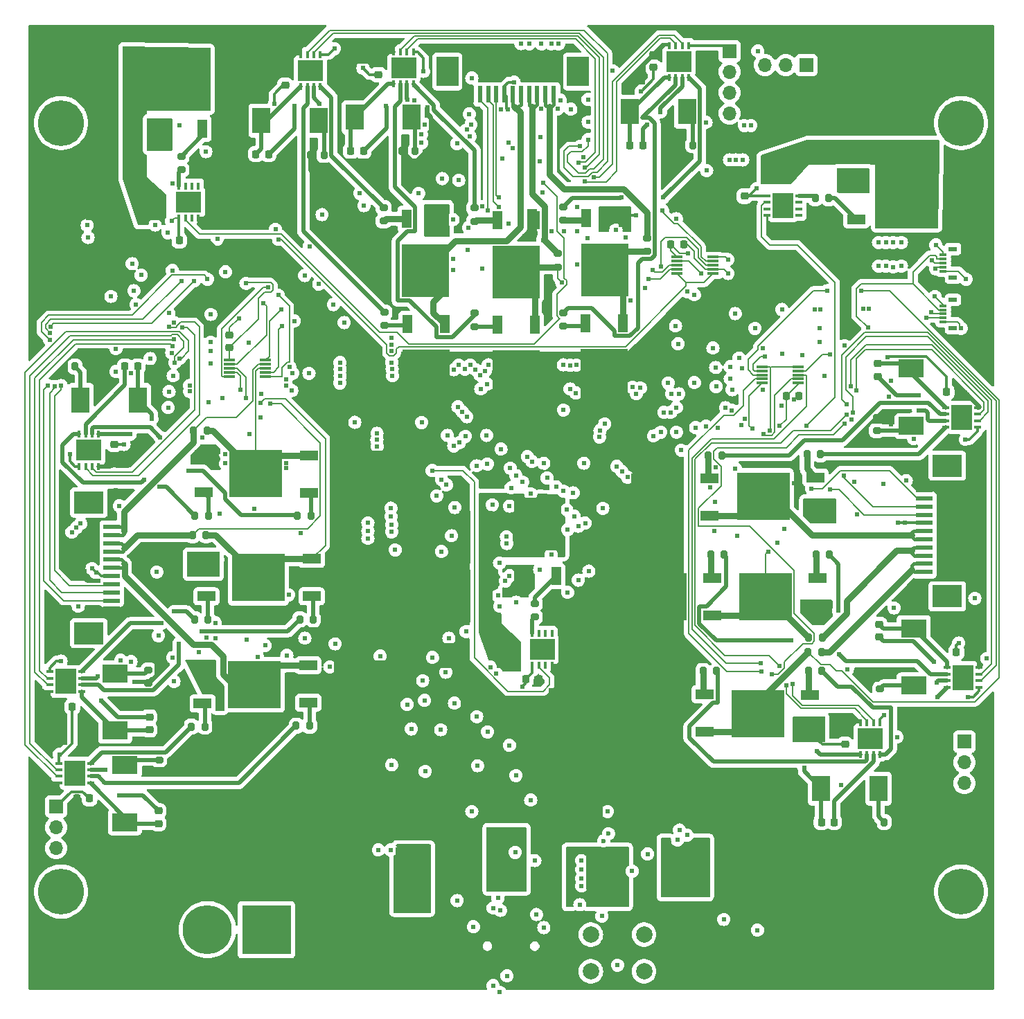
<source format=gbl>
%TF.GenerationSoftware,KiCad,Pcbnew,8.0.7*%
%TF.CreationDate,2025-01-21T13:47:33+01:00*%
%TF.ProjectId,motordriver,6d6f746f-7264-4726-9976-65722e6b6963,rev?*%
%TF.SameCoordinates,Original*%
%TF.FileFunction,Copper,L4,Bot*%
%TF.FilePolarity,Positive*%
%FSLAX46Y46*%
G04 Gerber Fmt 4.6, Leading zero omitted, Abs format (unit mm)*
G04 Created by KiCad (PCBNEW 8.0.7) date 2025-01-21 13:47:33*
%MOMM*%
%LPD*%
G01*
G04 APERTURE LIST*
G04 Aperture macros list*
%AMRoundRect*
0 Rectangle with rounded corners*
0 $1 Rounding radius*
0 $2 $3 $4 $5 $6 $7 $8 $9 X,Y pos of 4 corners*
0 Add a 4 corners polygon primitive as box body*
4,1,4,$2,$3,$4,$5,$6,$7,$8,$9,$2,$3,0*
0 Add four circle primitives for the rounded corners*
1,1,$1+$1,$2,$3*
1,1,$1+$1,$4,$5*
1,1,$1+$1,$6,$7*
1,1,$1+$1,$8,$9*
0 Add four rect primitives between the rounded corners*
20,1,$1+$1,$2,$3,$4,$5,0*
20,1,$1+$1,$4,$5,$6,$7,0*
20,1,$1+$1,$6,$7,$8,$9,0*
20,1,$1+$1,$8,$9,$2,$3,0*%
G04 Aperture macros list end*
%TA.AperFunction,ComponentPad*%
%ADD10C,5.600000*%
%TD*%
%TA.AperFunction,ComponentPad*%
%ADD11R,1.700000X1.700000*%
%TD*%
%TA.AperFunction,ComponentPad*%
%ADD12O,1.700000X1.700000*%
%TD*%
%TA.AperFunction,ComponentPad*%
%ADD13C,2.000000*%
%TD*%
%TA.AperFunction,SMDPad,CuDef*%
%ADD14R,0.350000X0.850000*%
%TD*%
%TA.AperFunction,SMDPad,CuDef*%
%ADD15R,3.050000X2.650000*%
%TD*%
%TA.AperFunction,SMDPad,CuDef*%
%ADD16RoundRect,0.200000X-0.275000X0.200000X-0.275000X-0.200000X0.275000X-0.200000X0.275000X0.200000X0*%
%TD*%
%TA.AperFunction,SMDPad,CuDef*%
%ADD17RoundRect,0.200000X0.200000X0.275000X-0.200000X0.275000X-0.200000X-0.275000X0.200000X-0.275000X0*%
%TD*%
%TA.AperFunction,SMDPad,CuDef*%
%ADD18RoundRect,0.225000X-0.250000X0.225000X-0.250000X-0.225000X0.250000X-0.225000X0.250000X0.225000X0*%
%TD*%
%TA.AperFunction,SMDPad,CuDef*%
%ADD19R,1.450000X6.500000*%
%TD*%
%TA.AperFunction,SMDPad,CuDef*%
%ADD20RoundRect,0.200000X0.275000X-0.200000X0.275000X0.200000X-0.275000X0.200000X-0.275000X-0.200000X0*%
%TD*%
%TA.AperFunction,SMDPad,CuDef*%
%ADD21RoundRect,0.200000X-0.200000X-0.275000X0.200000X-0.275000X0.200000X0.275000X-0.200000X0.275000X0*%
%TD*%
%TA.AperFunction,SMDPad,CuDef*%
%ADD22R,2.200000X1.200000*%
%TD*%
%TA.AperFunction,SMDPad,CuDef*%
%ADD23R,6.400000X5.800000*%
%TD*%
%TA.AperFunction,SMDPad,CuDef*%
%ADD24R,1.200000X2.200000*%
%TD*%
%TA.AperFunction,SMDPad,CuDef*%
%ADD25R,5.800000X6.400000*%
%TD*%
%TA.AperFunction,SMDPad,CuDef*%
%ADD26RoundRect,0.225000X0.225000X0.250000X-0.225000X0.250000X-0.225000X-0.250000X0.225000X-0.250000X0*%
%TD*%
%TA.AperFunction,SMDPad,CuDef*%
%ADD27R,2.150000X5.100000*%
%TD*%
%TA.AperFunction,SMDPad,CuDef*%
%ADD28R,3.150000X2.200000*%
%TD*%
%TA.AperFunction,SMDPad,CuDef*%
%ADD29R,2.200000X3.150000*%
%TD*%
%TA.AperFunction,SMDPad,CuDef*%
%ADD30R,0.850000X0.350000*%
%TD*%
%TA.AperFunction,SMDPad,CuDef*%
%ADD31R,2.650000X3.050000*%
%TD*%
%TA.AperFunction,SMDPad,CuDef*%
%ADD32RoundRect,0.225000X0.250000X-0.225000X0.250000X0.225000X-0.250000X0.225000X-0.250000X-0.225000X0*%
%TD*%
%TA.AperFunction,SMDPad,CuDef*%
%ADD33R,0.900000X0.300000*%
%TD*%
%TA.AperFunction,SMDPad,CuDef*%
%ADD34R,1.000000X0.520000*%
%TD*%
%TA.AperFunction,SMDPad,CuDef*%
%ADD35R,1.400000X0.300000*%
%TD*%
%TA.AperFunction,SMDPad,CuDef*%
%ADD36R,6.500000X1.450000*%
%TD*%
%TA.AperFunction,SMDPad,CuDef*%
%ADD37RoundRect,0.225000X-0.225000X-0.250000X0.225000X-0.250000X0.225000X0.250000X-0.225000X0.250000X0*%
%TD*%
%TA.AperFunction,SMDPad,CuDef*%
%ADD38R,2.000000X0.610000*%
%TD*%
%TA.AperFunction,SMDPad,CuDef*%
%ADD39R,3.600000X2.680000*%
%TD*%
%TA.AperFunction,ComponentPad*%
%ADD40C,6.000000*%
%TD*%
%TA.AperFunction,ComponentPad*%
%ADD41R,6.000000X6.000000*%
%TD*%
%TA.AperFunction,SMDPad,CuDef*%
%ADD42R,0.610000X2.000000*%
%TD*%
%TA.AperFunction,SMDPad,CuDef*%
%ADD43R,2.680000X3.600000*%
%TD*%
%TA.AperFunction,ViaPad*%
%ADD44C,0.600000*%
%TD*%
%TA.AperFunction,ViaPad*%
%ADD45C,0.610000*%
%TD*%
%TA.AperFunction,Conductor*%
%ADD46C,0.508000*%
%TD*%
%TA.AperFunction,Conductor*%
%ADD47C,0.152400*%
%TD*%
%TA.AperFunction,Conductor*%
%ADD48C,0.304800*%
%TD*%
%TA.AperFunction,Conductor*%
%ADD49C,0.203200*%
%TD*%
%TA.AperFunction,Conductor*%
%ADD50C,0.762000*%
%TD*%
%TA.AperFunction,Conductor*%
%ADD51C,0.431800*%
%TD*%
G04 APERTURE END LIST*
D10*
%TO.P,H2,1,1*%
%TO.N,GND*%
X209027501Y-43000000D03*
%TD*%
%TO.P,H4,1,1*%
%TO.N,GND*%
X99027501Y-137000000D03*
%TD*%
%TO.P,H1,1,1*%
%TO.N,GND*%
X99027501Y-43000000D03*
%TD*%
D11*
%TO.P,J3,1,Pin_1*%
%TO.N,GND*%
X180727501Y-34200000D03*
D12*
%TO.P,J3,2,Pin_2*%
%TO.N,+3.3V*%
X180727501Y-36740000D03*
%TO.P,J3,3,Pin_3*%
%TO.N,/IO/OLED_SDA*%
X180727501Y-39280000D03*
%TO.P,J3,4,Pin_4*%
%TO.N,/IO/OLED_SCL*%
X180727501Y-41820000D03*
%TD*%
D13*
%TO.P,SW1,1,1*%
%TO.N,/IO/RESETN*%
X163777501Y-142250000D03*
X170277501Y-142250000D03*
%TO.P,SW1,2,2*%
%TO.N,GND*%
X163777501Y-146750000D03*
X170277501Y-146750000D03*
%TD*%
D10*
%TO.P,H3,1,1*%
%TO.N,GND*%
X209027501Y-137000000D03*
%TD*%
D14*
%TO.P,IC12,1,VDD*%
%TO.N,+12V*%
X103627501Y-84975000D03*
%TO.P,IC12,2,HI*%
%TO.N,/gates2/PWM_U_H*%
X102827501Y-84975000D03*
%TO.P,IC12,3,LI*%
%TO.N,/gates2/PWM_U_L*%
X102027501Y-84975000D03*
%TO.P,IC12,4,VSS*%
%TO.N,GND*%
X101227501Y-84975000D03*
%TO.P,IC12,5,LO*%
%TO.N,Net-(IC12-LO)*%
X101227501Y-81075000D03*
%TO.P,IC12,6,HS*%
%TO.N,Net-(IC12-HS)*%
X102027501Y-81075000D03*
%TO.P,IC12,7,HO*%
%TO.N,Net-(IC12-HO)*%
X102827501Y-81075000D03*
%TO.P,IC12,8,HB*%
%TO.N,Net-(D57-K)*%
X103627501Y-81075000D03*
D15*
%TO.P,IC12,9,EP*%
%TO.N,unconnected-(IC12-EP-Pad9)*%
X102427501Y-83025000D03*
%TD*%
D16*
%TO.P,R108,1*%
%TO.N,+12V*%
X199127502Y-110575001D03*
%TO.P,R108,2*%
%TO.N,Net-(D78-A)*%
X199127502Y-112225001D03*
%TD*%
D17*
%TO.P,R118,1*%
%TO.N,/gates3/PHASE_V*%
X192052501Y-105900000D03*
%TO.P,R118,2*%
%TO.N,Net-(IC18-IN+2)*%
X190402501Y-105900000D03*
%TD*%
D18*
%TO.P,C9,1*%
%TO.N,GND*%
X119627501Y-68925000D03*
%TO.P,C9,2*%
%TO.N,+5VA*%
X119627501Y-70475000D03*
%TD*%
D19*
%TO.P,R11,1,1*%
%TO.N,+12V*%
X105202501Y-38940000D03*
%TO.P,R11,2,2*%
%TO.N,Net-(D4-A)*%
X107902501Y-38940000D03*
%TD*%
D18*
%TO.P,C2,1*%
%TO.N,+12V*%
X126427501Y-36825001D03*
%TO.P,C2,2*%
%TO.N,GND*%
X126427501Y-38375001D03*
%TD*%
D20*
%TO.P,R10,1*%
%TO.N,Net-(Q3-G)*%
X160427501Y-54900000D03*
%TO.P,R10,2*%
%TO.N,Net-(IC4-LO)*%
X160427501Y-53250000D03*
%TD*%
D16*
%TO.P,R9,1*%
%TO.N,Net-(Q1-G)*%
X113727501Y-47075000D03*
%TO.P,R9,2*%
%TO.N,Net-(IC3-LO)*%
X113727501Y-48725000D03*
%TD*%
D21*
%TO.P,R110,1*%
%TO.N,Net-(Q26-G)*%
X191277501Y-95800000D03*
%TO.P,R110,2*%
%TO.N,Net-(IC15-LO)*%
X192927501Y-95800000D03*
%TD*%
D22*
%TO.P,Q19,1,G*%
%TO.N,Net-(Q19-G)*%
X116792501Y-100890000D03*
D23*
%TO.P,Q19,2,D*%
%TO.N,Net-(IC13-IN+2)*%
X123142501Y-98600000D03*
D22*
%TO.P,Q19,3,S*%
%TO.N,GND*%
X116792501Y-96310000D03*
%TD*%
D17*
%TO.P,R88,1*%
%TO.N,Net-(Q17-G)*%
X117037501Y-91000000D03*
%TO.P,R88,2*%
%TO.N,Net-(IC12-LO)*%
X115387501Y-91000000D03*
%TD*%
D21*
%TO.P,R4,1*%
%TO.N,+12V*%
X140677501Y-46400000D03*
%TO.P,R4,2*%
%TO.N,Net-(D2-A)*%
X142327501Y-46400000D03*
%TD*%
D11*
%TO.P,S1,1,Pin_1*%
%TO.N,GND*%
X98427501Y-126600000D03*
D12*
%TO.P,S1,2,Pin_2*%
%TO.N,+5V*%
X98427501Y-129140000D03*
%TO.P,S1,3,Pin_3*%
%TO.N,/IO/BRAKE1*%
X98427501Y-131680000D03*
%TD*%
D18*
%TO.P,C7,1*%
%TO.N,+12V*%
X171427501Y-34625000D03*
%TO.P,C7,2*%
%TO.N,GND*%
X171427501Y-36175000D03*
%TD*%
D21*
%TO.P,R86,1*%
%TO.N,Net-(IC12-HO)*%
X127902501Y-91000000D03*
%TO.P,R86,2*%
%TO.N,Net-(Q16-G)*%
X129552501Y-91000000D03*
%TD*%
D24*
%TO.P,Q5,1,G*%
%TO.N,Net-(Q5-G)*%
X152347501Y-54835000D03*
D25*
%TO.P,Q5,2,D*%
%TO.N,Net-(IC5-IN+2)*%
X154637501Y-61185000D03*
D24*
%TO.P,Q5,3,S*%
%TO.N,GND*%
X156927501Y-54835000D03*
%TD*%
D26*
%TO.P,C4,1*%
%TO.N,Net-(IC2-HS)*%
X136002501Y-46400000D03*
%TO.P,C4,2*%
%TO.N,Net-(D2-K)*%
X134452501Y-46400000D03*
%TD*%
D22*
%TO.P,Q26,1,G*%
%TO.N,Net-(Q26-G)*%
X191477501Y-98610000D03*
D23*
%TO.P,Q26,2,D*%
%TO.N,Net-(IC18-IN+2)*%
X185127501Y-100900000D03*
D22*
%TO.P,Q26,3,S*%
%TO.N,GND*%
X191477501Y-103190000D03*
%TD*%
%TO.P,Q27,1,G*%
%TO.N,Net-(Q27-G)*%
X178307501Y-86430000D03*
D23*
%TO.P,Q27,2,D*%
%TO.N,+12V*%
X171957501Y-88720000D03*
D22*
%TO.P,Q27,3,S*%
%TO.N,/gates3/PHASE_W*%
X178307501Y-91010000D03*
%TD*%
D27*
%TO.P,C8,1,+*%
%TO.N,+12V*%
X152427501Y-125400000D03*
%TO.P,C8,2,-*%
%TO.N,GND*%
X152427501Y-134000000D03*
%TD*%
D26*
%TO.P,C120,1*%
%TO.N,GND*%
X189227501Y-76400000D03*
%TO.P,C120,2*%
%TO.N,+5VA*%
X187677501Y-76400000D03*
%TD*%
D28*
%TO.P,D78,1,K*%
%TO.N,Net-(D78-K)*%
X203227501Y-104800001D03*
%TO.P,D78,2,A*%
%TO.N,Net-(D78-A)*%
X203227501Y-111800001D03*
%TD*%
D29*
%TO.P,D2,1,K*%
%TO.N,Net-(D2-K)*%
X134902501Y-42300000D03*
%TO.P,D2,2,A*%
%TO.N,Net-(D2-A)*%
X141902501Y-42300000D03*
%TD*%
D30*
%TO.P,IC14,1,VDD*%
%TO.N,+12V*%
X211027500Y-77800000D03*
%TO.P,IC14,2,HI*%
%TO.N,/gates3/PWM_W_H*%
X211027500Y-78600000D03*
%TO.P,IC14,3,LI*%
%TO.N,/gates3/PWM_W_L*%
X211027500Y-79400000D03*
%TO.P,IC14,4,VSS*%
%TO.N,GND*%
X211027500Y-80200000D03*
%TO.P,IC14,5,LO*%
%TO.N,Net-(IC14-LO)*%
X207127500Y-80200000D03*
%TO.P,IC14,6,HS*%
%TO.N,Net-(IC14-HS)*%
X207127500Y-79400000D03*
%TO.P,IC14,7,HO*%
%TO.N,Net-(IC14-HO)*%
X207127500Y-78600000D03*
%TO.P,IC14,8,HB*%
%TO.N,Net-(D77-K)*%
X207127500Y-77800000D03*
D31*
%TO.P,IC14,9,EP*%
%TO.N,unconnected-(IC14-EP-Pad9)*%
X209077500Y-79000000D03*
%TD*%
D26*
%TO.P,C6,1*%
%TO.N,Net-(IC4-HS)*%
X170102501Y-45700000D03*
%TO.P,C6,2*%
%TO.N,Net-(D3-K)*%
X168552501Y-45700000D03*
%TD*%
D22*
%TO.P,Q22,1,G*%
%TO.N,Net-(Q22-G)*%
X196227501Y-54780000D03*
D23*
%TO.P,Q22,2,D*%
%TO.N,Net-(D80-A)*%
X202577501Y-52490000D03*
D22*
%TO.P,Q22,3,S*%
%TO.N,GND*%
X196227501Y-50200000D03*
%TD*%
D17*
%TO.P,R81,1*%
%TO.N,Net-(Q21-G)*%
X116607501Y-116810000D03*
%TO.P,R81,2*%
%TO.N,Net-(IC9-LO)*%
X114957501Y-116810000D03*
%TD*%
D29*
%TO.P,D58,1,K*%
%TO.N,+12V*%
X146362501Y-108090000D03*
%TO.P,D58,2,A*%
%TO.N,Net-(D58-A)*%
X153362501Y-108090000D03*
%TD*%
D26*
%TO.P,C3,1*%
%TO.N,+12V*%
X115037501Y-57350000D03*
%TO.P,C3,2*%
%TO.N,GND*%
X113487501Y-57350000D03*
%TD*%
D32*
%TO.P,C151,1*%
%TO.N,+12V*%
X182562501Y-53490000D03*
%TO.P,C151,2*%
%TO.N,GND*%
X182562501Y-51940000D03*
%TD*%
D17*
%TO.P,R113,1*%
%TO.N,Net-(Q22-G)*%
X192837501Y-52180000D03*
%TO.P,R113,2*%
%TO.N,Net-(IC16-LO)*%
X191187501Y-52180000D03*
%TD*%
D21*
%TO.P,R92,1*%
%TO.N,/gates2/PHASE_V*%
X115102501Y-93400000D03*
%TO.P,R92,2*%
%TO.N,Net-(IC13-IN+2)*%
X116752501Y-93400000D03*
%TD*%
D16*
%TO.P,R2,1*%
%TO.N,Net-(IC1-HO)*%
X138537501Y-66135000D03*
%TO.P,R2,2*%
%TO.N,Net-(Q6-G)*%
X138537501Y-67785000D03*
%TD*%
D22*
%TO.P,Q25,1,G*%
%TO.N,Net-(Q25-G)*%
X178612501Y-98610000D03*
D23*
%TO.P,Q25,2,D*%
%TO.N,+12V*%
X172262501Y-100900000D03*
D22*
%TO.P,Q25,3,S*%
%TO.N,Net-(IC18-IN+2)*%
X178612501Y-103190000D03*
%TD*%
D16*
%TO.P,R13,1*%
%TO.N,/gates1/PHASE_U*%
X170627501Y-57075000D03*
%TO.P,R13,2*%
%TO.N,Net-(IC5-IN+1)*%
X170627501Y-58725000D03*
%TD*%
D26*
%TO.P,C150,1*%
%TO.N,+12V*%
X208802500Y-75900000D03*
%TO.P,C150,2*%
%TO.N,GND*%
X207252500Y-75900000D03*
%TD*%
D22*
%TO.P,Q18,1,G*%
%TO.N,Net-(Q18-G)*%
X129657501Y-100890000D03*
D23*
%TO.P,Q18,2,D*%
%TO.N,+12V*%
X136007501Y-98600000D03*
D22*
%TO.P,Q18,3,S*%
%TO.N,Net-(IC13-IN+2)*%
X129657501Y-96310000D03*
%TD*%
D19*
%TO.P,R12,1,1*%
%TO.N,+12V*%
X105202501Y-46140000D03*
%TO.P,R12,2,2*%
%TO.N,Net-(D4-A)*%
X107902501Y-46140000D03*
%TD*%
D18*
%TO.P,C112,1*%
%TO.N,Net-(IC9-HS)*%
X110927501Y-127125000D03*
%TO.P,C112,2*%
%TO.N,Net-(D55-K)*%
X110927501Y-128675000D03*
%TD*%
D33*
%TO.P,J2,1,1*%
%TO.N,GND*%
X206827501Y-59140000D03*
%TO.P,J2,2,2*%
%TO.N,+3.3V*%
X206827501Y-59640000D03*
%TO.P,J2,3,3*%
%TO.N,/IO/SDA_IMU2*%
X206827501Y-60140000D03*
%TO.P,J2,4,4*%
%TO.N,/IO/SCL_IMU2*%
X206827501Y-60640000D03*
%TO.P,J2,5,5*%
%TO.N,/IO/INT_IMU2*%
X206827501Y-61140000D03*
D34*
%TO.P,J2,6,MP1*%
%TO.N,unconnected-(J2-MP1-Pad6)*%
X208027501Y-58400000D03*
%TO.P,J2,7,MP2*%
%TO.N,unconnected-(J2-MP2-Pad7)*%
X208027501Y-61880000D03*
%TD*%
D22*
%TO.P,Q20,1,G*%
%TO.N,Net-(Q20-G)*%
X129227501Y-113900000D03*
D23*
%TO.P,Q20,2,D*%
%TO.N,+12V*%
X135577501Y-111610000D03*
D22*
%TO.P,Q20,3,S*%
%TO.N,/gates2/PHASE_W*%
X129227501Y-109320000D03*
%TD*%
D29*
%TO.P,D57,1,K*%
%TO.N,Net-(D57-K)*%
X108427501Y-76875000D03*
%TO.P,D57,2,A*%
%TO.N,Net-(D57-A)*%
X101427501Y-76875000D03*
%TD*%
D14*
%TO.P,IC1,1,VDD*%
%TO.N,+12V*%
X128327501Y-34600001D03*
%TO.P,IC1,2,HI*%
%TO.N,/gates1/PWM_W_H*%
X129127501Y-34600001D03*
%TO.P,IC1,3,LI*%
%TO.N,/gates1/PWM_W_L*%
X129927501Y-34600001D03*
%TO.P,IC1,4,VSS*%
%TO.N,GND*%
X130727501Y-34600001D03*
%TO.P,IC1,5,LO*%
%TO.N,Net-(IC1-LO)*%
X130727501Y-38500001D03*
%TO.P,IC1,6,HS*%
%TO.N,Net-(IC1-HS)*%
X129927501Y-38500001D03*
%TO.P,IC1,7,HO*%
%TO.N,Net-(IC1-HO)*%
X129127501Y-38500001D03*
%TO.P,IC1,8,HB*%
%TO.N,Net-(D1-K)*%
X128327501Y-38500001D03*
D15*
%TO.P,IC1,9,EP*%
%TO.N,unconnected-(IC1-EP-Pad9)*%
X129527501Y-36550001D03*
%TD*%
D21*
%TO.P,R107,1*%
%TO.N,Net-(Q28-G)*%
X190182501Y-83500000D03*
%TO.P,R107,2*%
%TO.N,Net-(IC14-LO)*%
X191832501Y-83500000D03*
%TD*%
%TO.P,R80,1*%
%TO.N,Net-(IC9-HO)*%
X127762501Y-116710000D03*
%TO.P,R80,2*%
%TO.N,Net-(Q20-G)*%
X129412501Y-116710000D03*
%TD*%
D24*
%TO.P,Q6,1,G*%
%TO.N,Net-(Q6-G)*%
X141347501Y-67600000D03*
D25*
%TO.P,Q6,2,D*%
%TO.N,+12V*%
X143637501Y-73950000D03*
D24*
%TO.P,Q6,3,S*%
%TO.N,/gates1/PHASE_W*%
X145927501Y-67600000D03*
%TD*%
D21*
%TO.P,R111,1*%
%TO.N,+12V*%
X197977501Y-128500000D03*
%TO.P,R111,2*%
%TO.N,Net-(D79-A)*%
X199627501Y-128500000D03*
%TD*%
D29*
%TO.P,D79,1,K*%
%TO.N,Net-(D79-K)*%
X191927501Y-124400000D03*
%TO.P,D79,2,A*%
%TO.N,Net-(D79-A)*%
X198927501Y-124400000D03*
%TD*%
D20*
%TO.P,R82,1*%
%TO.N,+12V*%
X109727501Y-111525000D03*
%TO.P,R82,2*%
%TO.N,Net-(D56-A)*%
X109727501Y-109875000D03*
%TD*%
D35*
%TO.P,IC13,1,OUT1*%
%TO.N,/servo2/ADC_I0_POS*%
X124027501Y-72000000D03*
%TO.P,IC13,2,IN-1*%
%TO.N,/gates2/PHASE_U*%
X124027501Y-72500000D03*
%TO.P,IC13,3,IN+1*%
%TO.N,Net-(IC13-IN+1)*%
X124027501Y-73000000D03*
%TO.P,IC13,4,GND*%
%TO.N,GND*%
X124027501Y-73500000D03*
%TO.P,IC13,5,REF1*%
%TO.N,+2.5V*%
X124027501Y-74000000D03*
%TO.P,IC13,6,REF2*%
X119627501Y-74000000D03*
%TO.P,IC13,7,IN+2*%
%TO.N,Net-(IC13-IN+2)*%
X119627501Y-73500000D03*
%TO.P,IC13,8,IN-2*%
%TO.N,/gates2/PHASE_V*%
X119627501Y-73000000D03*
%TO.P,IC13,9,OUT2*%
%TO.N,/servo2/ADC_I1_POS*%
X119627501Y-72500000D03*
%TO.P,IC13,10,VS*%
%TO.N,+5VA*%
X119627501Y-72000000D03*
%TD*%
D27*
%TO.P,C156,1,+*%
%TO.N,+12V*%
X175927501Y-125600000D03*
%TO.P,C156,2,-*%
%TO.N,GND*%
X175927501Y-134200000D03*
%TD*%
D30*
%TO.P,IC10,1,VDD*%
%TO.N,+12V*%
X97627501Y-112500000D03*
%TO.P,IC10,2,HI*%
%TO.N,/gates2/PWM_V_H*%
X97627501Y-111700000D03*
%TO.P,IC10,3,LI*%
%TO.N,/gates2/PWM_V_L*%
X97627501Y-110900000D03*
%TO.P,IC10,4,VSS*%
%TO.N,GND*%
X97627501Y-110100000D03*
%TO.P,IC10,5,LO*%
%TO.N,Net-(IC10-LO)*%
X101527501Y-110100000D03*
%TO.P,IC10,6,HS*%
%TO.N,Net-(IC10-HS)*%
X101527501Y-110900000D03*
%TO.P,IC10,7,HO*%
%TO.N,Net-(IC10-HO)*%
X101527501Y-111700000D03*
%TO.P,IC10,8,HB*%
%TO.N,Net-(D56-K)*%
X101527501Y-112500000D03*
D31*
%TO.P,IC10,9,EP*%
%TO.N,unconnected-(IC10-EP-Pad9)*%
X99577501Y-111300000D03*
%TD*%
D30*
%TO.P,IC16,1,VDD*%
%TO.N,+12V*%
X185312501Y-54280000D03*
%TO.P,IC16,2,HI*%
%TO.N,unconnected-(IC16-HI-Pad2)*%
X185312501Y-53480000D03*
%TO.P,IC16,3,LI*%
%TO.N,/gates3/BRAKE*%
X185312501Y-52680000D03*
%TO.P,IC16,4,VSS*%
%TO.N,GND*%
X185312501Y-51880000D03*
%TO.P,IC16,5,LO*%
%TO.N,Net-(IC16-LO)*%
X189212501Y-51880000D03*
%TO.P,IC16,6,HS*%
%TO.N,unconnected-(IC16-HS-Pad6)*%
X189212501Y-52680000D03*
%TO.P,IC16,7,HO*%
%TO.N,unconnected-(IC16-HO-Pad7)*%
X189212501Y-53480000D03*
%TO.P,IC16,8,HB*%
%TO.N,unconnected-(IC16-HB-Pad8)*%
X189212501Y-54280000D03*
D31*
%TO.P,IC16,9,EP*%
%TO.N,unconnected-(IC16-EP-Pad9)*%
X187262501Y-53080000D03*
%TD*%
D24*
%TO.P,Q4,1,G*%
%TO.N,Net-(Q4-G)*%
X152347501Y-67700000D03*
D25*
%TO.P,Q4,2,D*%
%TO.N,+12V*%
X154637501Y-74050000D03*
D24*
%TO.P,Q4,3,S*%
%TO.N,Net-(IC5-IN+2)*%
X156927501Y-67700000D03*
%TD*%
D14*
%TO.P,IC3,1,VDD*%
%TO.N,+12V*%
X115827501Y-54600000D03*
%TO.P,IC3,2,HI*%
%TO.N,unconnected-(IC3-HI-Pad2)*%
X115027501Y-54600000D03*
%TO.P,IC3,3,LI*%
%TO.N,/gates1/BRAKE*%
X114227501Y-54600000D03*
%TO.P,IC3,4,VSS*%
%TO.N,GND*%
X113427501Y-54600000D03*
%TO.P,IC3,5,LO*%
%TO.N,Net-(IC3-LO)*%
X113427501Y-50700000D03*
%TO.P,IC3,6,HS*%
%TO.N,unconnected-(IC3-HS-Pad6)*%
X114227501Y-50700000D03*
%TO.P,IC3,7,HO*%
%TO.N,unconnected-(IC3-HO-Pad7)*%
X115027501Y-50700000D03*
%TO.P,IC3,8,HB*%
%TO.N,unconnected-(IC3-HB-Pad8)*%
X115827501Y-50700000D03*
D15*
%TO.P,IC3,9,EP*%
%TO.N,unconnected-(IC3-EP-Pad9)*%
X114627501Y-52650000D03*
%TD*%
D29*
%TO.P,D3,1,K*%
%TO.N,Net-(D3-K)*%
X168527501Y-41600000D03*
%TO.P,D3,2,A*%
%TO.N,Net-(D3-A)*%
X175527501Y-41600000D03*
%TD*%
D35*
%TO.P,IC5,1,OUT1*%
%TO.N,/servo1/ADC_I0_POS*%
X178727501Y-59400000D03*
%TO.P,IC5,2,IN-1*%
%TO.N,/gates1/PHASE_U*%
X178727501Y-59900000D03*
%TO.P,IC5,3,IN+1*%
%TO.N,Net-(IC5-IN+1)*%
X178727501Y-60400000D03*
%TO.P,IC5,4,GND*%
%TO.N,GND*%
X178727501Y-60900000D03*
%TO.P,IC5,5,REF1*%
%TO.N,+2.5V*%
X178727501Y-61400000D03*
%TO.P,IC5,6,REF2*%
X174327501Y-61400000D03*
%TO.P,IC5,7,IN+2*%
%TO.N,Net-(IC5-IN+2)*%
X174327501Y-60900000D03*
%TO.P,IC5,8,IN-2*%
%TO.N,/gates1/PHASE_V*%
X174327501Y-60400000D03*
%TO.P,IC5,9,OUT2*%
%TO.N,/servo1/ADC_I1_POS*%
X174327501Y-59900000D03*
%TO.P,IC5,10,VS*%
%TO.N,+5VA*%
X174327501Y-59400000D03*
%TD*%
D24*
%TO.P,Q2,1,G*%
%TO.N,Net-(Q2-G)*%
X163147501Y-67500000D03*
D25*
%TO.P,Q2,2,D*%
%TO.N,+12V*%
X165437501Y-73850000D03*
D24*
%TO.P,Q2,3,S*%
%TO.N,Net-(IC5-IN+1)*%
X167727501Y-67500000D03*
%TD*%
D26*
%TO.P,C157,1*%
%TO.N,GND*%
X175102501Y-57800000D03*
%TO.P,C157,2*%
%TO.N,+5VA*%
X173552501Y-57800000D03*
%TD*%
D36*
%TO.P,R116,1,1*%
%TO.N,+12V*%
X193772501Y-43655000D03*
%TO.P,R116,2,2*%
%TO.N,Net-(D80-A)*%
X193772501Y-46355000D03*
%TD*%
D37*
%TO.P,C117,1*%
%TO.N,Net-(IC12-HS)*%
X106852501Y-72775000D03*
%TO.P,C117,2*%
%TO.N,Net-(D57-K)*%
X108402501Y-72775000D03*
%TD*%
D38*
%TO.P,J6,1,1*%
%TO.N,+12V*%
X105227501Y-102400000D03*
%TO.P,J6,2,2*%
%TO.N,/motorIO/HALL_C2*%
X105227501Y-101400000D03*
%TO.P,J6,3,3*%
%TO.N,/motorIO/HALL_A2*%
X105227501Y-100400000D03*
%TO.P,J6,4,4*%
%TO.N,/motorIO/HALL_B2*%
X105227501Y-99400000D03*
%TO.P,J6,5,5*%
%TO.N,GND*%
X105227501Y-98400000D03*
%TO.P,J6,6,6*%
%TO.N,/gates2/PHASE_W*%
X105227501Y-97400000D03*
%TO.P,J6,7,7*%
X105227501Y-96400000D03*
%TO.P,J6,8,8*%
%TO.N,/gates2/PHASE_V*%
X105227501Y-95400000D03*
%TO.P,J6,9,9*%
X105227501Y-94400000D03*
%TO.P,J6,10,10*%
%TO.N,/gates2/PHASE_U*%
X105227501Y-93400000D03*
%TO.P,J6,11,11*%
X105227501Y-92400000D03*
D39*
%TO.P,J6,MP1,MP1*%
%TO.N,unconnected-(J6-PadMP1)*%
X102427501Y-105390000D03*
%TO.P,J6,MP2,MP2*%
%TO.N,unconnected-(J6-PadMP2)*%
X102427501Y-89410000D03*
%TD*%
D17*
%TO.P,R106,1*%
%TO.N,Net-(IC14-HO)*%
X179772501Y-83620000D03*
%TO.P,R106,2*%
%TO.N,Net-(Q27-G)*%
X178122501Y-83620000D03*
%TD*%
D22*
%TO.P,Q23,1,G*%
%TO.N,Net-(Q23-G)*%
X177697501Y-112850000D03*
D23*
%TO.P,Q23,2,D*%
%TO.N,+12V*%
X171347501Y-115140000D03*
D22*
%TO.P,Q23,3,S*%
%TO.N,Net-(IC18-IN+1)*%
X177697501Y-117430000D03*
%TD*%
D19*
%TO.P,R90,1,1*%
%TO.N,+12V*%
X148402501Y-100840000D03*
%TO.P,R90,2,2*%
%TO.N,Net-(D58-A)*%
X151102501Y-100840000D03*
%TD*%
D33*
%TO.P,J1,1,1*%
%TO.N,GND*%
X206827501Y-65340000D03*
%TO.P,J1,2,2*%
%TO.N,+3.3V*%
X206827501Y-65840000D03*
%TO.P,J1,3,3*%
%TO.N,/IO/SDA_IMU1*%
X206827501Y-66340000D03*
%TO.P,J1,4,4*%
%TO.N,/IO/SCL_IMU1*%
X206827501Y-66840000D03*
%TO.P,J1,5,5*%
%TO.N,/IO/INT_IMU1*%
X206827501Y-67340000D03*
D34*
%TO.P,J1,6,MP1*%
%TO.N,unconnected-(J1-MP1-Pad6)*%
X208027501Y-64600000D03*
%TO.P,J1,7,MP2*%
%TO.N,unconnected-(J1-MP2-Pad7)*%
X208027501Y-68080000D03*
%TD*%
D17*
%TO.P,R84,1*%
%TO.N,Net-(Q19-G)*%
X116992501Y-103700000D03*
%TO.P,R84,2*%
%TO.N,Net-(IC10-LO)*%
X115342501Y-103700000D03*
%TD*%
D14*
%TO.P,IC4,1,VDD*%
%TO.N,+12V*%
X173327501Y-33500000D03*
%TO.P,IC4,2,HI*%
%TO.N,/gates1/PWM_U_H*%
X174127501Y-33500000D03*
%TO.P,IC4,3,LI*%
%TO.N,/gates1/PWM_U_L*%
X174927501Y-33500000D03*
%TO.P,IC4,4,VSS*%
%TO.N,GND*%
X175727501Y-33500000D03*
%TO.P,IC4,5,LO*%
%TO.N,Net-(IC4-LO)*%
X175727501Y-37400000D03*
%TO.P,IC4,6,HS*%
%TO.N,Net-(IC4-HS)*%
X174927501Y-37400000D03*
%TO.P,IC4,7,HO*%
%TO.N,Net-(IC4-HO)*%
X174127501Y-37400000D03*
%TO.P,IC4,8,HB*%
%TO.N,Net-(D3-K)*%
X173327501Y-37400000D03*
D15*
%TO.P,IC4,9,EP*%
%TO.N,unconnected-(IC4-EP-Pad9)*%
X174527501Y-35450000D03*
%TD*%
D22*
%TO.P,Q24,1,G*%
%TO.N,Net-(Q24-G)*%
X190562501Y-112920000D03*
D23*
%TO.P,Q24,2,D*%
%TO.N,Net-(IC18-IN+1)*%
X184212501Y-115210000D03*
D22*
%TO.P,Q24,3,S*%
%TO.N,GND*%
X190562501Y-117500000D03*
%TD*%
D36*
%TO.P,R115,1,1*%
%TO.N,+12V*%
X200972501Y-43655000D03*
%TO.P,R115,2,2*%
%TO.N,Net-(D80-A)*%
X200972501Y-46355000D03*
%TD*%
D16*
%TO.P,R5,1*%
%TO.N,Net-(IC2-HO)*%
X149537501Y-66235000D03*
%TO.P,R5,2*%
%TO.N,Net-(Q4-G)*%
X149537501Y-67885000D03*
%TD*%
D24*
%TO.P,Q7,1,G*%
%TO.N,Net-(Q7-G)*%
X141247501Y-54700000D03*
D25*
%TO.P,Q7,2,D*%
%TO.N,/gates1/PHASE_W*%
X143537501Y-61050000D03*
D24*
%TO.P,Q7,3,S*%
%TO.N,GND*%
X145827501Y-54700000D03*
%TD*%
D29*
%TO.P,D1,1,K*%
%TO.N,Net-(D1-K)*%
X123527501Y-42700000D03*
%TO.P,D1,2,A*%
%TO.N,Net-(D1-A)*%
X130527501Y-42700000D03*
%TD*%
D11*
%TO.P,S3,1,Pin_1*%
%TO.N,GND*%
X209427501Y-118660000D03*
D12*
%TO.P,S3,2,Pin_2*%
%TO.N,+5V*%
X209427501Y-121200000D03*
%TO.P,S3,3,Pin_3*%
%TO.N,/IO/BRAKE3*%
X209427501Y-123740000D03*
%TD*%
D30*
%TO.P,IC9,1,VDD*%
%TO.N,+12V*%
X98727501Y-123700000D03*
%TO.P,IC9,2,HI*%
%TO.N,/gates2/PWM_W_H*%
X98727501Y-122900000D03*
%TO.P,IC9,3,LI*%
%TO.N,/gates2/PWM_W_L*%
X98727501Y-122100000D03*
%TO.P,IC9,4,VSS*%
%TO.N,GND*%
X98727501Y-121300000D03*
%TO.P,IC9,5,LO*%
%TO.N,Net-(IC9-LO)*%
X102627501Y-121300000D03*
%TO.P,IC9,6,HS*%
%TO.N,Net-(IC9-HS)*%
X102627501Y-122100000D03*
%TO.P,IC9,7,HO*%
%TO.N,Net-(IC9-HO)*%
X102627501Y-122900000D03*
%TO.P,IC9,8,HB*%
%TO.N,Net-(D55-K)*%
X102627501Y-123700000D03*
D31*
%TO.P,IC9,9,EP*%
%TO.N,unconnected-(IC9-EP-Pad9)*%
X100677501Y-122500000D03*
%TD*%
D11*
%TO.P,S2,1,Pin_1*%
%TO.N,GND*%
X190127501Y-35900000D03*
D12*
%TO.P,S2,2,Pin_2*%
%TO.N,+5V*%
X187587501Y-35900000D03*
%TO.P,S2,3,Pin_3*%
%TO.N,/IO/BRAKE2*%
X185047501Y-35900000D03*
%TD*%
D32*
%TO.P,C152,1*%
%TO.N,Net-(IC15-HS)*%
X199027501Y-105875000D03*
%TO.P,C152,2*%
%TO.N,Net-(D78-K)*%
X199027501Y-104325000D03*
%TD*%
D14*
%TO.P,IC11,1,VDD*%
%TO.N,+12V*%
X159027501Y-109300000D03*
%TO.P,IC11,2,HI*%
%TO.N,unconnected-(IC11-HI-Pad2)*%
X158227501Y-109300000D03*
%TO.P,IC11,3,LI*%
%TO.N,/gates2/BRAKE*%
X157427501Y-109300000D03*
%TO.P,IC11,4,VSS*%
%TO.N,GND*%
X156627501Y-109300000D03*
%TO.P,IC11,5,LO*%
%TO.N,Net-(IC11-LO)*%
X156627501Y-105400000D03*
%TO.P,IC11,6,HS*%
%TO.N,unconnected-(IC11-HS-Pad6)*%
X157427501Y-105400000D03*
%TO.P,IC11,7,HO*%
%TO.N,unconnected-(IC11-HO-Pad7)*%
X158227501Y-105400000D03*
%TO.P,IC11,8,HB*%
%TO.N,unconnected-(IC11-HB-Pad8)*%
X159027501Y-105400000D03*
D15*
%TO.P,IC11,9,EP*%
%TO.N,unconnected-(IC11-EP-Pad9)*%
X157827501Y-107350000D03*
%TD*%
D21*
%TO.P,R114,1*%
%TO.N,Net-(Q24-G)*%
X190362501Y-110010000D03*
%TO.P,R114,2*%
%TO.N,Net-(IC17-LO)*%
X192012501Y-110010000D03*
%TD*%
D17*
%TO.P,R117,1*%
%TO.N,/gates3/PHASE_U*%
X191952501Y-107700000D03*
%TO.P,R117,2*%
%TO.N,Net-(IC18-IN+1)*%
X190302501Y-107700000D03*
%TD*%
D27*
%TO.P,C38,1,+*%
%TO.N,+12V*%
X140927501Y-125500000D03*
%TO.P,C38,2,-*%
%TO.N,GND*%
X140927501Y-134100000D03*
%TD*%
D26*
%TO.P,C1,1*%
%TO.N,Net-(IC1-HS)*%
X124402501Y-46800000D03*
%TO.P,C1,2*%
%TO.N,Net-(D1-K)*%
X122852501Y-46800000D03*
%TD*%
D40*
%TO.P,J4,N,NEG*%
%TO.N,GND*%
X116927501Y-141650000D03*
D41*
%TO.P,J4,P,POS*%
%TO.N,/IO/BATTVIN*%
X124127501Y-141650000D03*
%TD*%
D37*
%TO.P,C113,1*%
%TO.N,+12V*%
X100952501Y-125600000D03*
%TO.P,C113,2*%
%TO.N,GND*%
X102502501Y-125600000D03*
%TD*%
D20*
%TO.P,R79,1*%
%TO.N,+12V*%
X111027501Y-122525000D03*
%TO.P,R79,2*%
%TO.N,Net-(D55-A)*%
X111027501Y-120875000D03*
%TD*%
D35*
%TO.P,IC18,1,OUT1*%
%TO.N,/servo3/ADC_I0_POS*%
X184727501Y-74800000D03*
%TO.P,IC18,2,IN-1*%
%TO.N,/gates3/PHASE_U*%
X184727501Y-74300000D03*
%TO.P,IC18,3,IN+1*%
%TO.N,Net-(IC18-IN+1)*%
X184727501Y-73800000D03*
%TO.P,IC18,4,GND*%
%TO.N,GND*%
X184727501Y-73300000D03*
%TO.P,IC18,5,REF1*%
%TO.N,+2.5V*%
X184727501Y-72800000D03*
%TO.P,IC18,6,REF2*%
X189127501Y-72800000D03*
%TO.P,IC18,7,IN+2*%
%TO.N,Net-(IC18-IN+2)*%
X189127501Y-73300000D03*
%TO.P,IC18,8,IN-2*%
%TO.N,/gates3/PHASE_V*%
X189127501Y-73800000D03*
%TO.P,IC18,9,OUT2*%
%TO.N,/servo3/ADC_I1_POS*%
X189127501Y-74300000D03*
%TO.P,IC18,10,VS*%
%TO.N,+5VA*%
X189127501Y-74800000D03*
%TD*%
D20*
%TO.P,R6,1*%
%TO.N,Net-(Q5-G)*%
X149537501Y-55035000D03*
%TO.P,R6,2*%
%TO.N,Net-(IC2-LO)*%
X149537501Y-53385000D03*
%TD*%
D26*
%TO.P,C114,1*%
%TO.N,+12V*%
X157402501Y-111000000D03*
%TO.P,C114,2*%
%TO.N,GND*%
X155852501Y-111000000D03*
%TD*%
D14*
%TO.P,IC2,1,VDD*%
%TO.N,+12V*%
X139702500Y-34300000D03*
%TO.P,IC2,2,HI*%
%TO.N,/gates1/PWM_V_H*%
X140502500Y-34300000D03*
%TO.P,IC2,3,LI*%
%TO.N,/gates1/PWM_V_L*%
X141302500Y-34300000D03*
%TO.P,IC2,4,VSS*%
%TO.N,GND*%
X142102500Y-34300000D03*
%TO.P,IC2,5,LO*%
%TO.N,Net-(IC2-LO)*%
X142102500Y-38200000D03*
%TO.P,IC2,6,HS*%
%TO.N,Net-(IC2-HS)*%
X141302500Y-38200000D03*
%TO.P,IC2,7,HO*%
%TO.N,Net-(IC2-HO)*%
X140502500Y-38200000D03*
%TO.P,IC2,8,HB*%
%TO.N,Net-(D2-K)*%
X139702500Y-38200000D03*
D15*
%TO.P,IC2,9,EP*%
%TO.N,unconnected-(IC2-EP-Pad9)*%
X140902500Y-36250000D03*
%TD*%
D26*
%TO.P,C154,1*%
%TO.N,Net-(IC17-HS)*%
X193502501Y-128500000D03*
%TO.P,C154,2*%
%TO.N,Net-(D79-K)*%
X191952501Y-128500000D03*
%TD*%
D20*
%TO.P,R3,1*%
%TO.N,Net-(Q7-G)*%
X138437501Y-54980000D03*
%TO.P,R3,2*%
%TO.N,Net-(IC1-LO)*%
X138437501Y-53330000D03*
%TD*%
D28*
%TO.P,D80,1,K*%
%TO.N,+12V*%
X186522501Y-41615000D03*
%TO.P,D80,2,A*%
%TO.N,Net-(D80-A)*%
X186522501Y-48615000D03*
%TD*%
%TO.P,D56,1,K*%
%TO.N,Net-(D56-K)*%
X105627501Y-117300000D03*
%TO.P,D56,2,A*%
%TO.N,Net-(D56-A)*%
X105627501Y-110300000D03*
%TD*%
D38*
%TO.P,J5,1,1*%
%TO.N,+12V*%
X204527501Y-87900000D03*
%TO.P,J5,2,2*%
%TO.N,/motorIO/HALL_C1*%
X204527501Y-88900000D03*
%TO.P,J5,3,3*%
%TO.N,/motorIO/HALL_A1*%
X204527501Y-89900000D03*
%TO.P,J5,4,4*%
%TO.N,/motorIO/HALL_B1*%
X204527501Y-90900000D03*
%TO.P,J5,5,5*%
%TO.N,GND*%
X204527501Y-91900000D03*
%TO.P,J5,6,6*%
%TO.N,/gates3/PHASE_W*%
X204527501Y-92900000D03*
%TO.P,J5,7,7*%
X204527501Y-93900000D03*
%TO.P,J5,8,8*%
%TO.N,/gates3/PHASE_V*%
X204527501Y-94900000D03*
%TO.P,J5,9,9*%
X204527501Y-95900000D03*
%TO.P,J5,10,10*%
%TO.N,/gates3/PHASE_U*%
X204527501Y-96900000D03*
%TO.P,J5,11,11*%
X204527501Y-97900000D03*
D39*
%TO.P,J5,MP1,MP1*%
%TO.N,unconnected-(J5-PadMP1)*%
X207327501Y-84910000D03*
%TO.P,J5,MP2,MP2*%
%TO.N,unconnected-(J5-PadMP2)*%
X207327501Y-100890000D03*
%TD*%
D21*
%TO.P,R7,1*%
%TO.N,+12V*%
X174577501Y-45700000D03*
%TO.P,R7,2*%
%TO.N,Net-(D3-A)*%
X176227501Y-45700000D03*
%TD*%
D28*
%TO.P,D55,1,K*%
%TO.N,Net-(D55-K)*%
X106827501Y-128500000D03*
%TO.P,D55,2,A*%
%TO.N,Net-(D55-A)*%
X106827501Y-121500000D03*
%TD*%
D32*
%TO.P,C149,1*%
%TO.N,Net-(IC14-HS)*%
X198827501Y-73975000D03*
%TO.P,C149,2*%
%TO.N,Net-(D77-K)*%
X198827501Y-72425000D03*
%TD*%
D16*
%TO.P,R87,1*%
%TO.N,Net-(Q15-G)*%
X156927501Y-101775000D03*
%TO.P,R87,2*%
%TO.N,Net-(IC11-LO)*%
X156927501Y-103425000D03*
%TD*%
%TO.P,R105,1*%
%TO.N,+12V*%
X198727501Y-78975000D03*
%TO.P,R105,2*%
%TO.N,Net-(D77-A)*%
X198727501Y-80625000D03*
%TD*%
D17*
%TO.P,R112,1*%
%TO.N,Net-(IC17-HO)*%
X179137501Y-110010000D03*
%TO.P,R112,2*%
%TO.N,Net-(Q23-G)*%
X177487501Y-110010000D03*
%TD*%
D22*
%TO.P,Q16,1,G*%
%TO.N,Net-(Q16-G)*%
X129342501Y-88260000D03*
D23*
%TO.P,Q16,2,D*%
%TO.N,+12V*%
X135692501Y-85970000D03*
D22*
%TO.P,Q16,3,S*%
%TO.N,Net-(IC13-IN+1)*%
X129342501Y-83680000D03*
%TD*%
D19*
%TO.P,R89,1,1*%
%TO.N,+12V*%
X148402501Y-93640000D03*
%TO.P,R89,2,2*%
%TO.N,Net-(D58-A)*%
X151102501Y-93640000D03*
%TD*%
D14*
%TO.P,IC17,1,VDD*%
%TO.N,+12V*%
X196727501Y-116299999D03*
%TO.P,IC17,2,HI*%
%TO.N,/gates3/PWM_U_H*%
X197527501Y-116299999D03*
%TO.P,IC17,3,LI*%
%TO.N,/gates3/PWM_U_L*%
X198327501Y-116299999D03*
%TO.P,IC17,4,VSS*%
%TO.N,GND*%
X199127501Y-116299999D03*
%TO.P,IC17,5,LO*%
%TO.N,Net-(IC17-LO)*%
X199127501Y-120199999D03*
%TO.P,IC17,6,HS*%
%TO.N,Net-(IC17-HS)*%
X198327501Y-120199999D03*
%TO.P,IC17,7,HO*%
%TO.N,Net-(IC17-HO)*%
X197527501Y-120199999D03*
%TO.P,IC17,8,HB*%
%TO.N,Net-(D79-K)*%
X196727501Y-120199999D03*
D15*
%TO.P,IC17,9,EP*%
%TO.N,unconnected-(IC17-EP-Pad9)*%
X197927501Y-118249999D03*
%TD*%
D42*
%TO.P,J7,1,1*%
%TO.N,+12V*%
X149227501Y-39500000D03*
%TO.P,J7,2,2*%
%TO.N,/motorIO/HALL_C3*%
X150227501Y-39500000D03*
%TO.P,J7,3,3*%
%TO.N,/motorIO/HALL_A3*%
X151227501Y-39500000D03*
%TO.P,J7,4,4*%
%TO.N,/motorIO/HALL_B3*%
X152227501Y-39500000D03*
%TO.P,J7,5,5*%
%TO.N,GND*%
X153227501Y-39500000D03*
%TO.P,J7,6,6*%
%TO.N,/gates1/PHASE_W*%
X154227501Y-39500000D03*
%TO.P,J7,7,7*%
X155227501Y-39500000D03*
%TO.P,J7,8,8*%
%TO.N,/gates1/PHASE_V*%
X156227501Y-39500000D03*
%TO.P,J7,9,9*%
X157227501Y-39500000D03*
%TO.P,J7,10,10*%
%TO.N,/gates1/PHASE_U*%
X158227501Y-39500000D03*
%TO.P,J7,11,11*%
X159227501Y-39500000D03*
D43*
%TO.P,J7,MP1,MP1*%
%TO.N,unconnected-(J7-PadMP1)*%
X146237501Y-36700000D03*
%TO.P,J7,MP2,MP2*%
%TO.N,unconnected-(J7-PadMP2)*%
X162217501Y-36700000D03*
%TD*%
D16*
%TO.P,R8,1*%
%TO.N,Net-(IC4-HO)*%
X160407501Y-66185000D03*
%TO.P,R8,2*%
%TO.N,Net-(Q2-G)*%
X160407501Y-67835000D03*
%TD*%
D26*
%TO.P,C153,1*%
%TO.N,+12V*%
X210002501Y-107700001D03*
%TO.P,C153,2*%
%TO.N,GND*%
X208452501Y-107700001D03*
%TD*%
D24*
%TO.P,Q15,1,G*%
%TO.N,Net-(Q15-G)*%
X159527501Y-98385000D03*
D25*
%TO.P,Q15,2,D*%
%TO.N,Net-(D58-A)*%
X157237501Y-92035000D03*
D24*
%TO.P,Q15,3,S*%
%TO.N,GND*%
X154947501Y-98385000D03*
%TD*%
%TO.P,Q3,1,G*%
%TO.N,Net-(Q3-G)*%
X163217501Y-54635000D03*
D25*
%TO.P,Q3,2,D*%
%TO.N,Net-(IC5-IN+1)*%
X165507501Y-60985000D03*
D24*
%TO.P,Q3,3,S*%
%TO.N,GND*%
X167797501Y-54635000D03*
%TD*%
D28*
%TO.P,D77,1,K*%
%TO.N,Net-(D77-K)*%
X202927501Y-73000000D03*
%TO.P,D77,2,A*%
%TO.N,Net-(D77-A)*%
X202927501Y-80000000D03*
%TD*%
D21*
%TO.P,R91,1*%
%TO.N,/gates2/PHASE_U*%
X115202501Y-80600000D03*
%TO.P,R91,2*%
%TO.N,Net-(IC13-IN+1)*%
X116852501Y-80600000D03*
%TD*%
%TO.P,R1,1*%
%TO.N,+12V*%
X129502501Y-46900000D03*
%TO.P,R1,2*%
%TO.N,Net-(D1-A)*%
X131152501Y-46900000D03*
%TD*%
D22*
%TO.P,Q17,1,G*%
%TO.N,Net-(Q17-G)*%
X116477501Y-88190000D03*
D23*
%TO.P,Q17,2,D*%
%TO.N,Net-(IC13-IN+1)*%
X122827501Y-85900000D03*
D22*
%TO.P,Q17,3,S*%
%TO.N,GND*%
X116477501Y-83610000D03*
%TD*%
D18*
%TO.P,C155,1*%
%TO.N,+12V*%
X194827501Y-117424999D03*
%TO.P,C155,2*%
%TO.N,GND*%
X194827501Y-118974999D03*
%TD*%
D24*
%TO.P,Q1,1,G*%
%TO.N,Net-(Q1-G)*%
X116327501Y-43685000D03*
D25*
%TO.P,Q1,2,D*%
%TO.N,Net-(D4-A)*%
X114037501Y-37335000D03*
D24*
%TO.P,Q1,3,S*%
%TO.N,GND*%
X111747501Y-43685000D03*
%TD*%
D18*
%TO.P,C115,1*%
%TO.N,Net-(IC10-HS)*%
X109827501Y-115650000D03*
%TO.P,C115,2*%
%TO.N,Net-(D56-K)*%
X109827501Y-117200000D03*
%TD*%
D17*
%TO.P,R85,1*%
%TO.N,+12V*%
X102377501Y-72775000D03*
%TO.P,R85,2*%
%TO.N,Net-(D57-A)*%
X100727501Y-72775000D03*
%TD*%
D18*
%TO.P,C5,1*%
%TO.N,+12V*%
X137802501Y-35525000D03*
%TO.P,C5,2*%
%TO.N,GND*%
X137802501Y-37075000D03*
%TD*%
D29*
%TO.P,D4,1,K*%
%TO.N,+12V*%
X103162501Y-53390000D03*
%TO.P,D4,2,A*%
%TO.N,Net-(D4-A)*%
X110162501Y-53390000D03*
%TD*%
D27*
%TO.P,C119,1,+*%
%TO.N,+12V*%
X164227501Y-125600000D03*
%TO.P,C119,2,-*%
%TO.N,GND*%
X164227501Y-134200000D03*
%TD*%
D17*
%TO.P,R109,1*%
%TO.N,Net-(IC15-HO)*%
X180077501Y-95800000D03*
%TO.P,R109,2*%
%TO.N,Net-(Q25-G)*%
X178427501Y-95800000D03*
%TD*%
D30*
%TO.P,IC15,1,VDD*%
%TO.N,+12V*%
X211227501Y-109600000D03*
%TO.P,IC15,2,HI*%
%TO.N,/gates3/PWM_V_H*%
X211227501Y-110400000D03*
%TO.P,IC15,3,LI*%
%TO.N,/gates3/PWM_V_L*%
X211227501Y-111200000D03*
%TO.P,IC15,4,VSS*%
%TO.N,GND*%
X211227501Y-112000000D03*
%TO.P,IC15,5,LO*%
%TO.N,Net-(IC15-LO)*%
X207327501Y-112000000D03*
%TO.P,IC15,6,HS*%
%TO.N,Net-(IC15-HS)*%
X207327501Y-111200000D03*
%TO.P,IC15,7,HO*%
%TO.N,Net-(IC15-HO)*%
X207327501Y-110400000D03*
%TO.P,IC15,8,HB*%
%TO.N,Net-(D78-K)*%
X207327501Y-109600000D03*
D31*
%TO.P,IC15,9,EP*%
%TO.N,unconnected-(IC15-EP-Pad9)*%
X209277501Y-110800000D03*
%TD*%
D32*
%TO.P,C118,1*%
%TO.N,+12V*%
X105527501Y-83850000D03*
%TO.P,C118,2*%
%TO.N,GND*%
X105527501Y-82300000D03*
%TD*%
D16*
%TO.P,R14,1*%
%TO.N,/gates1/PHASE_V*%
X159727501Y-58975000D03*
%TO.P,R14,2*%
%TO.N,Net-(IC5-IN+2)*%
X159727501Y-60625000D03*
%TD*%
D22*
%TO.P,Q28,1,G*%
%TO.N,Net-(Q28-G)*%
X191207501Y-86330000D03*
D23*
%TO.P,Q28,2,D*%
%TO.N,/gates3/PHASE_W*%
X184857501Y-88620000D03*
D22*
%TO.P,Q28,3,S*%
%TO.N,GND*%
X191207501Y-90910000D03*
%TD*%
D37*
%TO.P,C116,1*%
%TO.N,+12V*%
X98852501Y-114400000D03*
%TO.P,C116,2*%
%TO.N,GND*%
X100402501Y-114400000D03*
%TD*%
D22*
%TO.P,Q21,1,G*%
%TO.N,Net-(Q21-G)*%
X116327501Y-114000000D03*
D23*
%TO.P,Q21,2,D*%
%TO.N,/gates2/PHASE_W*%
X122677501Y-111710000D03*
D22*
%TO.P,Q21,3,S*%
%TO.N,GND*%
X116327501Y-109420000D03*
%TD*%
D21*
%TO.P,R83,1*%
%TO.N,Net-(IC10-HO)*%
X128192501Y-103700000D03*
%TO.P,R83,2*%
%TO.N,Net-(Q18-G)*%
X129842501Y-103700000D03*
%TD*%
D44*
%TO.N,+3.3V*%
X165327501Y-130800000D03*
X165927501Y-129900000D03*
D45*
%TO.N,+2.5V*%
X150517501Y-53209791D03*
X185627501Y-80600000D03*
X124327501Y-63100000D03*
X125564551Y-64037050D03*
X148827501Y-55800000D03*
X210699101Y-101128400D03*
X136046301Y-53100000D03*
X181627501Y-93500000D03*
X181435990Y-85266172D03*
X125616530Y-57210971D03*
%TO.N,Net-(IC10-HS)*%
X103927501Y-113600000D03*
X103527501Y-110700000D03*
%TO.N,+5VA*%
X146932503Y-54800000D03*
X130527501Y-62700000D03*
X212146301Y-108500000D03*
X186849030Y-80056529D03*
X162057501Y-53230000D03*
X186527501Y-94300000D03*
X179008501Y-85129530D03*
X175627501Y-58900000D03*
X110527501Y-55470002D03*
X166835122Y-56086721D03*
X129378306Y-58049195D03*
X125227501Y-56000000D03*
X177927501Y-48800000D03*
X199527501Y-87100000D03*
X153727501Y-55300000D03*
X177840501Y-42900000D03*
X146942503Y-59600000D03*
X178927501Y-89356300D03*
X121627501Y-62600000D03*
X108827501Y-61600000D03*
%TO.N,/IO/USBVIN*%
X149227501Y-127200000D03*
X139427501Y-121500000D03*
%TO.N,GND*%
X148438472Y-81310971D03*
X199627501Y-115424871D03*
X102827501Y-97500000D03*
X189827501Y-102100000D03*
X178827501Y-92886590D03*
X174127501Y-67800000D03*
X114827501Y-96500000D03*
X144927501Y-88600000D03*
X108192700Y-65190919D03*
X110727501Y-97900000D03*
X118227501Y-83200000D03*
X142227501Y-40219998D03*
X180527501Y-61400000D03*
X128804789Y-61645000D03*
X146942503Y-61000000D03*
X157627501Y-44700000D03*
X160927501Y-100400000D03*
X125090807Y-40663306D03*
X110227501Y-44400000D03*
X144427501Y-108368400D03*
X191089422Y-89773336D03*
X102327501Y-57000000D03*
X101127501Y-102100000D03*
X152427501Y-100800000D03*
X169327501Y-54300000D03*
X117927501Y-112500000D03*
X190727501Y-102000000D03*
X120788472Y-66860971D03*
X180027501Y-140400000D03*
X193027501Y-91500000D03*
X138027501Y-108200000D03*
X145427501Y-117200000D03*
X106150004Y-89822503D03*
X107727501Y-60200000D03*
X190227501Y-89800000D03*
X117427501Y-98100000D03*
X134927501Y-79600000D03*
X201186501Y-118100000D03*
X159705560Y-41278058D03*
X154027501Y-87600000D03*
X182546301Y-79206670D03*
X114746301Y-75808502D03*
X209527501Y-81700000D03*
X191742430Y-68083558D03*
X117327501Y-69800000D03*
X208727501Y-106600000D03*
X121927501Y-69900000D03*
X157513501Y-47700000D03*
X141927501Y-138000000D03*
X192527501Y-102000000D03*
X143527501Y-122300000D03*
X145170117Y-56034422D03*
X115027501Y-98200000D03*
X200827501Y-102300000D03*
X191727501Y-102000000D03*
X166627501Y-53900000D03*
X194827501Y-49000000D03*
X117327501Y-72400000D03*
X142627501Y-138900000D03*
X194327501Y-124000000D03*
X183827501Y-68100000D03*
X153727501Y-45400000D03*
X165627501Y-53900000D03*
X153832502Y-89848405D03*
X158027501Y-141400000D03*
X119127501Y-61200000D03*
X194527501Y-50200000D03*
X172927501Y-135200000D03*
X117867080Y-106030736D03*
X209827501Y-113218800D03*
X184760971Y-75588472D03*
X155372499Y-111900000D03*
X187427501Y-92600000D03*
X100352501Y-93025000D03*
X154241501Y-46033510D03*
X112527501Y-55000000D03*
X117827501Y-111800000D03*
X152927501Y-47300000D03*
X132427501Y-33900000D03*
X152527501Y-132800000D03*
X191027501Y-116200000D03*
X107579944Y-108864495D03*
X192327501Y-73900000D03*
X161427501Y-132900000D03*
X152427501Y-130400000D03*
X149427501Y-141300000D03*
X178346301Y-87535002D03*
X118183089Y-96355588D03*
X153527501Y-147300000D03*
X151477501Y-109550000D03*
X193027501Y-90461200D03*
X110327501Y-43300000D03*
X167927501Y-137100000D03*
X201327501Y-91900000D03*
X114727501Y-75100000D03*
X100902501Y-92475000D03*
X184027501Y-51000000D03*
X103327501Y-98000000D03*
X154627501Y-122800000D03*
X196427501Y-49100000D03*
X106727501Y-82300000D03*
X156027501Y-98500000D03*
X172927501Y-136200000D03*
X167330901Y-136600000D03*
X187096301Y-77600000D03*
X118127501Y-57181200D03*
X140527501Y-137600000D03*
X156427501Y-56800000D03*
X161727501Y-137100000D03*
X162927501Y-84600000D03*
X174427501Y-70000000D03*
X205927501Y-57900000D03*
X192027501Y-116200000D03*
X122627501Y-90141000D03*
X184127501Y-141700000D03*
X163527501Y-97800000D03*
X123527501Y-76100000D03*
X157027501Y-56500000D03*
X155627501Y-56800000D03*
X165807503Y-127200000D03*
X168027501Y-57000000D03*
X98827501Y-120200000D03*
X202309772Y-86717729D03*
X116477501Y-83610000D03*
X167027501Y-146000000D03*
X99027501Y-108800000D03*
X202127501Y-91900000D03*
X205827501Y-64200000D03*
X147427501Y-138100000D03*
X128327501Y-93181200D03*
X203239890Y-81605000D03*
X156027501Y-97600000D03*
X145627501Y-49793400D03*
X118127501Y-84200000D03*
X106327501Y-108694998D03*
X173127501Y-132000000D03*
X118327501Y-113400000D03*
X118427501Y-90800000D03*
X135927501Y-36284000D03*
X200239714Y-76460600D03*
X110027501Y-45700000D03*
X111427501Y-45600000D03*
X143927501Y-53200000D03*
X126048569Y-67821068D03*
X158427501Y-86400000D03*
X173827501Y-132600000D03*
X126847503Y-100700000D03*
X144627501Y-56300000D03*
X122027501Y-81000000D03*
X174227501Y-54700000D03*
X155577501Y-136623000D03*
X147102501Y-113950000D03*
X141827501Y-117100000D03*
X140727501Y-138700000D03*
X149227501Y-37500000D03*
X177816530Y-80089029D03*
X195127501Y-109800000D03*
X110926999Y-105699498D03*
X140927501Y-134100000D03*
X188615582Y-76806960D03*
X149803929Y-84918800D03*
X189927501Y-116100000D03*
X153621799Y-41368566D03*
X200027501Y-71666000D03*
X167927501Y-136000000D03*
X154385522Y-37994998D03*
X126627501Y-108100000D03*
X188927501Y-116200000D03*
X141327501Y-114100000D03*
X117827501Y-85000000D03*
X176427501Y-74731200D03*
X174827501Y-83000000D03*
X162227501Y-98900000D03*
X151727501Y-89693400D03*
X144727501Y-53200000D03*
X145827501Y-56300000D03*
X153327501Y-100500000D03*
X133627501Y-67400000D03*
X157827501Y-51500000D03*
X185079570Y-71552069D03*
X118327501Y-114100000D03*
X152927501Y-129400000D03*
X167827501Y-138100000D03*
X169927501Y-39100000D03*
X153627501Y-130100000D03*
X109927501Y-71800000D03*
X117327501Y-70900000D03*
X143317785Y-36681200D03*
X157127501Y-139800000D03*
X130927501Y-54200000D03*
X148527501Y-105200000D03*
X101419745Y-91990084D03*
X176027501Y-134200000D03*
X116293026Y-81482704D03*
X100127501Y-83500000D03*
%TO.N,+3.3V*%
X142727501Y-51600000D03*
X119122499Y-83500000D03*
X107927501Y-63500000D03*
X105127501Y-64200000D03*
X129327501Y-73600000D03*
X156427501Y-125800000D03*
X158927501Y-33300000D03*
X199827501Y-57600000D03*
X127527501Y-67200000D03*
X162427501Y-138600000D03*
X156227501Y-33300000D03*
X194766530Y-70239029D03*
X112568176Y-71095401D03*
X163446301Y-42880340D03*
X127327501Y-73600000D03*
X112227501Y-75855000D03*
X135527501Y-51600000D03*
X200727501Y-57600000D03*
X155227501Y-33281200D03*
X179027501Y-72900000D03*
X158927501Y-95740002D03*
X136527501Y-91900000D03*
X198927501Y-57600000D03*
X162827501Y-47200000D03*
X187127501Y-71200000D03*
X195649763Y-79218551D03*
X180808701Y-72800000D03*
X179288472Y-80260971D03*
X155427501Y-86900000D03*
X181427501Y-66300000D03*
X132327501Y-65200000D03*
X165127501Y-140000000D03*
X112188472Y-66260971D03*
X197627501Y-68018800D03*
X116727501Y-46500000D03*
X123408701Y-78979158D03*
X200727501Y-60600000D03*
X200426696Y-74500805D03*
X105727501Y-73400000D03*
X191827501Y-65800000D03*
X146750849Y-93468788D03*
X156927501Y-133200000D03*
X160037503Y-40200000D03*
X159827501Y-33300000D03*
X191138472Y-65810971D03*
X187127501Y-65800000D03*
X161327501Y-41300000D03*
X147627501Y-50000000D03*
X151127501Y-84700000D03*
X176582968Y-80242155D03*
X197727501Y-65700000D03*
X152808701Y-41297916D03*
X157727501Y-33300000D03*
X158027501Y-84600000D03*
X136527501Y-92900000D03*
X198927501Y-60500000D03*
X126532503Y-84600000D03*
X189627501Y-71400000D03*
X118727501Y-76600000D03*
X126532503Y-85200000D03*
X191727501Y-69800000D03*
X112127501Y-77800000D03*
X152619299Y-96800000D03*
X113527501Y-43300000D03*
X105727501Y-70600000D03*
X117027501Y-77100000D03*
X148604828Y-43818800D03*
X147416530Y-45510971D03*
X201727501Y-57600000D03*
X157679093Y-41267915D03*
X179077501Y-75230000D03*
X152627501Y-102100000D03*
X199827501Y-60500000D03*
X136527501Y-93800000D03*
X119122499Y-84626497D03*
X197027501Y-65700000D03*
X201727501Y-60500000D03*
%TO.N,SPI_SCK*%
X149646301Y-73122671D03*
X150327501Y-75518800D03*
X139428522Y-70901199D03*
X174224361Y-77781199D03*
X174527501Y-76118800D03*
%TO.N,/IO/RESETN*%
X154615901Y-101603600D03*
X168820901Y-134500000D03*
X157527501Y-97600000D03*
X162647499Y-135400000D03*
%TO.N,SPI_MISO*%
X150877989Y-73301719D03*
X151127501Y-74918800D03*
X139427501Y-69281200D03*
%TO.N,SPI_MOSI*%
X150227501Y-73800000D03*
X139426461Y-70091199D03*
%TO.N,/microcontrollers/SERVO3_STATUS*%
X165238472Y-90110971D03*
X168252499Y-86300000D03*
%TO.N,Net-(D57-K)*%
X107479999Y-81075000D03*
X110127501Y-79172502D03*
%TO.N,/microcontrollers/SERVO1_STATUS*%
X152798570Y-82871069D03*
X159527501Y-87481200D03*
X151232502Y-72573417D03*
X151027501Y-81200000D03*
%TO.N,/servo1/ADC_I0_POS*%
X176427501Y-64000000D03*
X180527501Y-59700000D03*
X168613501Y-64690002D03*
%TO.N,/microcontrollers/SERVO2_STATUS*%
X156427501Y-88329998D03*
X139346301Y-90100000D03*
%TO.N,/servo1/ADC_I1_POS*%
X148727501Y-58500000D03*
X170366530Y-63139029D03*
X177227501Y-61400000D03*
X150527501Y-60800000D03*
X175563380Y-63635879D03*
%TO.N,/servo2/ADC_I0_POS*%
X125927501Y-65800000D03*
%TO.N,/servo2/ADC_I1_POS*%
X123727501Y-65000000D03*
%TO.N,/servo3/ADC_I0_POS*%
X183527501Y-80400000D03*
%TO.N,/microcontrollers/SERVO3_PWM_I*%
X172705561Y-78381199D03*
X178695101Y-70514000D03*
X184791101Y-70514000D03*
X173227501Y-74800000D03*
%TO.N,/servo3/ADC_I1_POS*%
X184892501Y-81001874D03*
%TO.N,Net-(D79-K)*%
X191427501Y-119800000D03*
X189827501Y-121859000D03*
%TO.N,/IO/OLED_SCL*%
X168842503Y-75300000D03*
X182527501Y-43300000D03*
X164892193Y-80592585D03*
X181527501Y-47500000D03*
X145527501Y-86600000D03*
X147027501Y-82500000D03*
%TO.N,/microcontrollers/SERVO2_PWM_I*%
X143091504Y-79614055D03*
X137640379Y-80945095D03*
%TO.N,Net-(IC10-HO)*%
X116207012Y-105154895D03*
X113427501Y-106655000D03*
%TO.N,/microcontrollers/SERVO2_DB_CS*%
X160927501Y-92736000D03*
X133108367Y-74784959D03*
X139427501Y-93000000D03*
X127227501Y-75710003D03*
%TO.N,SERVO_ENI*%
X137627501Y-81754995D03*
X169327501Y-76100000D03*
X160427501Y-78100000D03*
X165473393Y-79800000D03*
X146245510Y-81203934D03*
X160415126Y-72570082D03*
%TO.N,Net-(IC10-LO)*%
X112834100Y-102726009D03*
X111288262Y-104181378D03*
%TO.N,/IO/INT_IMU2*%
X209627501Y-62100000D03*
%TO.N,/IO/OLED_SDA*%
X182343473Y-47505969D03*
X146116530Y-87249600D03*
X169827501Y-75400000D03*
X164827501Y-81400000D03*
X147713051Y-82068580D03*
X183337504Y-43300000D03*
%TO.N,TMC_DB_MOSI*%
X182127501Y-79900000D03*
X143086501Y-44400000D03*
X148071651Y-78318800D03*
X133133470Y-73115972D03*
X182227501Y-72981200D03*
X174228099Y-80800000D03*
X149127501Y-43200000D03*
X172327501Y-80800000D03*
X126558728Y-74306862D03*
X147623703Y-72600000D03*
X139489900Y-73089864D03*
%TO.N,TMC_DB_SCK*%
X173527501Y-78381200D03*
X143507501Y-43157059D03*
X147042503Y-73164186D03*
X173627501Y-76118800D03*
X147527501Y-77718800D03*
X133133529Y-73937855D03*
X126558728Y-75128803D03*
X148927501Y-41900000D03*
X139532729Y-73898734D03*
%TO.N,/microcontrollers/SERVO3_DB_CS*%
X162235901Y-92307200D03*
X180227501Y-77815200D03*
X166957301Y-85000000D03*
X181895501Y-71733200D03*
%TO.N,TMC_DB_MISO*%
X171427501Y-81277301D03*
X149007945Y-44648800D03*
X148615801Y-78918800D03*
X148390041Y-73100000D03*
X143086501Y-45428779D03*
X180808701Y-74279794D03*
X139443353Y-72281200D03*
X133127501Y-72300000D03*
X126978701Y-72806200D03*
%TO.N,/microcontrollers/SERVO1_PWM_I*%
X161223005Y-72628694D03*
X161227501Y-75518800D03*
%TO.N,SERVO_CLK*%
X112727501Y-73900000D03*
X166438472Y-36589029D03*
X112668501Y-50376064D03*
X163427501Y-40100000D03*
X102227501Y-55500000D03*
X107611501Y-73600000D03*
%TO.N,+12V*%
X118227501Y-58400000D03*
X109027501Y-83100000D03*
X125427501Y-37218800D03*
X112427501Y-133700000D03*
X115527501Y-134600000D03*
X148008701Y-40089962D03*
X114527501Y-134600000D03*
X107327501Y-100700000D03*
X101927501Y-97800000D03*
X130127501Y-49400000D03*
X170127501Y-38000000D03*
X112427501Y-135300000D03*
X116527501Y-133700000D03*
X178827501Y-51000000D03*
X100627501Y-127000000D03*
X133027501Y-37218800D03*
X200427501Y-79866000D03*
X116527501Y-135400000D03*
X106127501Y-88500000D03*
X111327501Y-107800000D03*
X195627501Y-117100000D03*
X113427501Y-134600000D03*
X158327501Y-62400000D03*
X111427501Y-134500000D03*
X209327501Y-87400000D03*
X112427501Y-134500000D03*
X111827501Y-106900000D03*
X109727501Y-82400000D03*
X209019701Y-88900000D03*
X203427501Y-118100000D03*
X209802593Y-76224908D03*
X198061630Y-110865282D03*
X115527501Y-133700000D03*
X111927501Y-117100000D03*
X105127501Y-84900000D03*
X111427501Y-135300000D03*
X158888472Y-112360971D03*
X104627501Y-74800000D03*
X115527501Y-135400000D03*
X126127501Y-49400000D03*
X103627501Y-99000000D03*
X174527501Y-46800000D03*
X114927501Y-100300000D03*
X209827501Y-70700000D03*
X114527501Y-135400000D03*
X101927501Y-98700000D03*
X157120806Y-110893305D03*
X103927501Y-74300000D03*
X113427501Y-133700000D03*
X200427501Y-78900000D03*
X113427501Y-135400000D03*
X127027501Y-49400000D03*
X146591485Y-40021338D03*
X143827501Y-41800000D03*
X178127501Y-51000000D03*
X188562501Y-87056941D03*
X174527501Y-47900000D03*
X116527501Y-134600000D03*
X99527501Y-118800000D03*
X111427501Y-133700000D03*
X169327501Y-37800000D03*
X105927501Y-84900000D03*
X126427501Y-37218800D03*
X202527501Y-78200000D03*
X114527501Y-133700000D03*
X124327501Y-108000000D03*
X202777501Y-117450000D03*
X143827501Y-41100000D03*
X105702099Y-87932798D03*
X210127501Y-87400000D03*
X110695126Y-108490877D03*
X158227501Y-71800000D03*
X132227501Y-37218800D03*
X130927501Y-49400000D03*
%TO.N,/voltageregulators/SW1*%
X131872499Y-109500000D03*
X132527501Y-106700000D03*
%TO.N,/voltageregulators/SW2*%
X112827501Y-111300000D03*
X112668501Y-108379100D03*
%TO.N,Net-(IC15-HS)*%
X206027501Y-111400000D03*
X205727501Y-108900000D03*
%TO.N,Net-(D10-K)*%
X121727501Y-106200000D03*
X117880400Y-104130413D03*
%TO.N,Net-(D10-A)*%
X123970901Y-106900000D03*
X128827501Y-106000000D03*
X116827501Y-105913895D03*
%TO.N,/microcontrollers/SERVO1_DB_CS*%
X139350883Y-91101669D03*
X160427501Y-88000000D03*
%TO.N,/gates1/PWM_W_L*%
X163446301Y-45011200D03*
%TO.N,/microcontrollers/SERVO2_CS*%
X139424886Y-92100000D03*
X161727501Y-91081200D03*
%TO.N,/gates1/PWM_W_H*%
X162416530Y-45848800D03*
%TO.N,/gates1/PWM_V_H*%
X163027501Y-48400000D03*
%TO.N,/gates1/PWM_V_L*%
X162293006Y-47865505D03*
%TO.N,/gates1/BRAKE*%
X157927501Y-50312402D03*
%TO.N,/gates1/PWM_U_L*%
X164132501Y-49609232D03*
%TO.N,/gates1/PWM_U_H*%
X163027501Y-50100000D03*
%TO.N,/gates1/PHASE_U*%
X170527501Y-53900000D03*
X172527501Y-53700000D03*
%TO.N,/microcontrollers/SERVO1_CS*%
X149027501Y-72600000D03*
X160827501Y-90300000D03*
%TO.N,/gates1/PHASE_V*%
X157912501Y-57300119D03*
X171287579Y-60959077D03*
%TO.N,/microcontrollers/SERVO3_CS*%
X163074101Y-91926200D03*
X167559272Y-85600000D03*
X181046729Y-75611199D03*
X180989302Y-78129401D03*
%TO.N,Net-(IC8-PB30)*%
X162647499Y-134300000D03*
X175527501Y-130100000D03*
%TO.N,/gates2/PWM_W_H*%
X113538840Y-71768620D03*
%TO.N,/gates2/PWM_W_L*%
X112927501Y-72300000D03*
%TO.N,/gates2/PWM_V_H*%
X112827499Y-69447600D03*
%TO.N,/gates2/PWM_V_L*%
X112610547Y-70248692D03*
%TO.N,/gates2/BRAKE*%
X137646604Y-82565000D03*
X144376701Y-85500000D03*
X117327501Y-66400000D03*
X112827501Y-67400000D03*
%TO.N,/gates2/PWM_U_L*%
X112217398Y-67932800D03*
%TO.N,Net-(IC1-HS)*%
X127527501Y-40900000D03*
X130627501Y-40619998D03*
%TO.N,/gates2/PWM_U_H*%
X113848616Y-68020569D03*
%TO.N,/gates2/PHASE_V*%
X124627501Y-77300000D03*
X121627501Y-76600000D03*
%TO.N,/gates3/PWM_W_H*%
X196235016Y-75676572D03*
%TO.N,/gates3/PWM_W_L*%
X195564792Y-75221705D03*
%TO.N,/IO/RX*%
X153452554Y-93606599D03*
X153327501Y-99000000D03*
%TO.N,/IO/TX*%
X153842502Y-98374797D03*
X153503232Y-94415012D03*
%TO.N,/IO/SCL_IMU1*%
X204746301Y-66824488D03*
%TO.N,/IO/SDA_IMU2*%
X205427501Y-59800000D03*
X156027501Y-83800000D03*
X153927501Y-85200000D03*
%TO.N,/IO/SDA_IMU1*%
X205327501Y-66100000D03*
%TO.N,/IO/INT_IMU1*%
X209032503Y-68100000D03*
%TO.N,Net-(IC2-HS)*%
X141327501Y-40100000D03*
X138727501Y-40900000D03*
%TO.N,Net-(IC4-HS)*%
X172288472Y-41639029D03*
X170627501Y-43200000D03*
%TO.N,Net-(IC6-AVCC)*%
X149827501Y-115600000D03*
X149927501Y-121600000D03*
%TO.N,Net-(D8-A)*%
X139332501Y-131900000D03*
X151141198Y-117471481D03*
X153827501Y-119100000D03*
X137827501Y-131900000D03*
X152227501Y-110300000D03*
%TO.N,/IO/SCL_IMU2*%
X205902351Y-60818946D03*
X156591541Y-84381346D03*
X154627501Y-86100000D03*
%TO.N,Net-(IC12-LO)*%
X109209266Y-86620000D03*
X111027501Y-87500000D03*
%TO.N,Net-(IC12-HO)*%
X114627501Y-85500000D03*
X111166530Y-81439029D03*
%TO.N,Net-(IC15-HO)*%
X188227501Y-106300000D03*
X194127501Y-108000000D03*
%TO.N,Net-(IC15-LO)*%
X206127501Y-113200000D03*
X194058304Y-102641203D03*
%TO.N,/gates3/PWM_V_H*%
X195772011Y-78380924D03*
%TO.N,/gates3/PWM_V_L*%
X195033579Y-77388264D03*
%TO.N,Net-(IC9-HS)*%
X104427501Y-122100000D03*
X106127501Y-125200000D03*
%TO.N,/gates3/BRAKE*%
X190115258Y-80018800D03*
%TO.N,/gates3/PWM_U_L*%
X195027501Y-78700000D03*
X188427501Y-111600000D03*
X186827501Y-109400000D03*
%TO.N,/gates3/PWM_U_H*%
X194797070Y-79760178D03*
X187627501Y-111800000D03*
X185927501Y-110400000D03*
%TO.N,/gates3/PHASE_V*%
X192127501Y-105900000D03*
X184527501Y-109100000D03*
%TO.N,/gates3/PHASE_U*%
X184627501Y-110100000D03*
X191927501Y-107700000D03*
%TO.N,Net-(IC14-HS)*%
X203827501Y-76300000D03*
X203841101Y-78134000D03*
%TO.N,/IO/DBG_RESETN*%
X154527501Y-132200000D03*
X152427501Y-137800000D03*
X170698570Y-132393400D03*
%TO.N,/IO/DBG_SWCLK*%
X151827501Y-139000000D03*
X151827501Y-148500000D03*
%TO.N,/IO/DBG_SWDIO*%
X152727501Y-139300000D03*
X152627501Y-149306600D03*
%TO.N,/IO/BRAKE1*%
X139861501Y-95194998D03*
X145527501Y-95400000D03*
%TO.N,/IO/BRAKE2*%
X180717498Y-47500000D03*
X161960506Y-76018800D03*
X162032499Y-72600000D03*
X184170631Y-34200000D03*
%TO.N,/IO/BRAKE3*%
X147148301Y-90021200D03*
X161626301Y-88225595D03*
%TO.N,Net-(IC4-LO)*%
X172627501Y-52100000D03*
X167534131Y-52115158D03*
%TO.N,Net-(IC5-IN+1)*%
X167971344Y-58721675D03*
X172363014Y-60580466D03*
%TO.N,Net-(IC5-IN+2)*%
X170827501Y-62100000D03*
X160227501Y-62500000D03*
%TO.N,Net-(IC6-ISET)*%
X146427501Y-106009998D03*
X146027501Y-110170002D03*
%TO.N,Net-(IC6-ACSET)*%
X143440001Y-113612500D03*
X143227501Y-111200000D03*
%TO.N,Net-(IC7-CS)*%
X115867440Y-107686000D03*
X123042007Y-108305001D03*
%TO.N,Net-(IC13-IN+2)*%
X123427501Y-77200000D03*
X120927501Y-75600000D03*
%TO.N,Net-(IC18-IN+2)*%
X193027501Y-71300000D03*
X185427501Y-95400000D03*
%TO.N,Net-(IC18-IN+1)*%
X192627501Y-63500000D03*
X196827501Y-63500000D03*
%TO.N,/motorIO/HALL_A1*%
X194662501Y-86100000D03*
%TO.N,/servo1/HALL_W_FILT*%
X163392501Y-57037500D03*
X162102499Y-60287400D03*
%TO.N,/servo2/HALL_W_FILT*%
X112627501Y-61018800D03*
X112086601Y-56417500D03*
%TO.N,/servo3/HALL_W_FILT*%
X195992501Y-86837500D03*
X196292501Y-90837500D03*
%TO.N,/motorIO/HALL_C1*%
X190727501Y-87700000D03*
%TO.N,/motorIO/HALL_B1*%
X193027501Y-87800000D03*
%TO.N,/motorIO/HALL_A3*%
X162062501Y-56200000D03*
X152511301Y-53229998D03*
%TO.N,/motorIO/HALL_B3*%
X160462501Y-56200000D03*
X152511301Y-52100000D03*
%TO.N,/motorIO/HALL_C3*%
X151148889Y-53717188D03*
X158994501Y-56200000D03*
%TO.N,/motorIO/HALL_B2*%
X99034879Y-75099069D03*
X97713280Y-67879908D03*
X115316601Y-62300000D03*
%TO.N,/motorIO/HALL_A2*%
X98231249Y-75200468D03*
X97708701Y-68697270D03*
X113727501Y-62300000D03*
%TO.N,/motorIO/HALL_C2*%
X116927501Y-62100000D03*
X97650049Y-69505564D03*
X97427501Y-75100000D03*
%TO.N,Net-(IC8-PA30)*%
X174366431Y-130681068D03*
X162647499Y-136300000D03*
%TO.N,Net-(IC8-PA31)*%
X162627501Y-133200000D03*
X174609826Y-129467869D03*
%TD*%
D46*
%TO.N,Net-(IC12-LO)*%
X109209266Y-86620000D02*
X108829266Y-87000000D01*
X99227501Y-82392000D02*
X100544501Y-81075000D01*
X108829266Y-87000000D02*
X101744501Y-87000000D01*
X101744501Y-87000000D02*
X99227501Y-84483000D01*
X99227501Y-84483000D02*
X99227501Y-82392000D01*
X100544501Y-81075000D02*
X101227501Y-81075000D01*
%TO.N,Net-(IC12-HO)*%
X111166530Y-81439029D02*
X109923501Y-80196000D01*
X102998501Y-80196000D02*
X102827501Y-80367000D01*
X109923501Y-80196000D02*
X102998501Y-80196000D01*
X102827501Y-80367000D02*
X102827501Y-81075000D01*
%TO.N,Net-(D57-K)*%
X107479999Y-81075000D02*
X103627501Y-81075000D01*
%TO.N,Net-(IC4-HS)*%
X172288472Y-41639029D02*
X172288472Y-41173293D01*
X172288472Y-41173293D02*
X174927501Y-38534264D01*
X174927501Y-38534264D02*
X174927501Y-37400000D01*
%TO.N,Net-(IC15-HO)*%
X188227501Y-106300000D02*
X179114501Y-106300000D01*
X177027501Y-104213000D02*
X177027501Y-102167000D01*
X177058501Y-102136000D02*
X177891501Y-102136000D01*
X179114501Y-106300000D02*
X177027501Y-104213000D01*
X177027501Y-102167000D02*
X177058501Y-102136000D01*
X180327501Y-96050000D02*
X180077501Y-95800000D01*
X177891501Y-102136000D02*
X180327501Y-99700000D01*
X180327501Y-99700000D02*
X180327501Y-96050000D01*
D47*
%TO.N,+2.5V*%
X126927501Y-65400000D02*
X126927501Y-72225000D01*
X125938472Y-57210971D02*
X125616530Y-57210971D01*
X140009722Y-70660458D02*
X140009722Y-71141940D01*
X140009722Y-71141940D02*
X139669263Y-71482399D01*
X138845261Y-71139879D02*
X138845261Y-70117760D01*
X175427501Y-62500000D02*
X175427501Y-62949816D01*
X125564551Y-64037050D02*
X126927501Y-65400000D01*
X126737960Y-72225000D02*
X126027501Y-72935459D01*
X118725101Y-74000000D02*
X118651301Y-73926200D01*
X177627501Y-62500000D02*
X178727501Y-61400000D01*
X185777501Y-72800000D02*
X185703701Y-72873800D01*
X139187781Y-71482399D02*
X138845261Y-71139879D01*
X189127501Y-72800000D02*
X185777501Y-72800000D01*
X140317780Y-70352400D02*
X140009722Y-70660458D01*
X175427501Y-62949816D02*
X168024917Y-70352400D01*
X185703701Y-72873800D02*
X185703701Y-80523800D01*
X184727501Y-72800000D02*
X185629901Y-72800000D01*
X118651301Y-68176200D02*
X123727501Y-63100000D01*
X126927501Y-72225000D02*
X126737960Y-72225000D01*
X118651301Y-73926200D02*
X118651301Y-68176200D01*
X123727501Y-63100000D02*
X124327501Y-63100000D01*
X126027501Y-74000000D02*
X124027501Y-74000000D01*
X138845261Y-70117760D02*
X125938472Y-57210971D01*
X139669263Y-71482399D02*
X139187781Y-71482399D01*
X119627501Y-74000000D02*
X118725101Y-74000000D01*
X168024917Y-70352400D02*
X140317780Y-70352400D01*
X175427501Y-62500000D02*
X177627501Y-62500000D01*
X174327501Y-61400000D02*
X175427501Y-62500000D01*
X185629901Y-72800000D02*
X185703701Y-72873800D01*
X185703701Y-80523800D02*
X185627501Y-80600000D01*
X126027501Y-72935459D02*
X126027501Y-74000000D01*
D46*
%TO.N,Net-(IC10-HS)*%
X103527501Y-110700000D02*
X103327501Y-110900000D01*
X109827501Y-115650000D02*
X105977501Y-115650000D01*
X105977501Y-115650000D02*
X103927501Y-113600000D01*
X103327501Y-110900000D02*
X101527501Y-110900000D01*
D47*
%TO.N,+5VA*%
X124908701Y-63418800D02*
X124908701Y-62781200D01*
X173552501Y-57800000D02*
X173552501Y-58625000D01*
X124646301Y-62518800D02*
X121708701Y-62518800D01*
X124646301Y-63681200D02*
X124908701Y-63418800D01*
X186849030Y-80056529D02*
X187677501Y-79228058D01*
X189127501Y-74800000D02*
X189127501Y-74950000D01*
X173552501Y-57800000D02*
X174652501Y-58900000D01*
X173552501Y-58625000D02*
X174327501Y-59400000D01*
X123146301Y-66956200D02*
X123146301Y-64481200D01*
X187677501Y-79228058D02*
X187677501Y-76400000D01*
X124908701Y-62781200D02*
X124646301Y-62518800D01*
X119627501Y-72000000D02*
X119627501Y-70475000D01*
X189127501Y-74950000D02*
X187677501Y-76400000D01*
X123146301Y-64481200D02*
X123946301Y-63681200D01*
X174652501Y-58900000D02*
X175627501Y-58900000D01*
X123946301Y-63681200D02*
X124646301Y-63681200D01*
X121708701Y-62518800D02*
X121627501Y-62600000D01*
X119627501Y-70475000D02*
X123146301Y-66956200D01*
D48*
%TO.N,GND*%
X105227501Y-98400000D02*
X103922701Y-98400000D01*
X153466101Y-39738600D02*
X153227501Y-39500000D01*
D49*
X206827501Y-65200000D02*
X205827501Y-64200000D01*
D48*
X101675101Y-124772600D02*
X100254901Y-124772600D01*
X126152500Y-38375001D02*
X125090807Y-39436694D01*
D49*
X178727501Y-60900000D02*
X180027501Y-60900000D01*
X119627501Y-68925000D02*
X119627501Y-68021942D01*
D48*
X169957205Y-39100000D02*
X169927501Y-39100000D01*
D49*
X125627501Y-68242136D02*
X126048569Y-67821068D01*
X176427501Y-59553200D02*
X177774301Y-60900000D01*
D48*
X199127501Y-115924871D02*
X199627501Y-115424871D01*
X210488501Y-113218800D02*
X209827501Y-113218800D01*
X98727501Y-121300000D02*
X98727501Y-120300000D01*
D49*
X206827501Y-59140000D02*
X206827501Y-58800000D01*
D48*
X171427501Y-37629704D02*
X169957205Y-39100000D01*
D49*
X113427501Y-54600000D02*
X112927501Y-54600000D01*
D48*
X153227501Y-39500000D02*
X153227501Y-38490200D01*
D49*
X125627501Y-72853200D02*
X125627501Y-68242136D01*
D48*
X130727501Y-34600001D02*
X131727500Y-34600001D01*
D49*
X206827501Y-58800000D02*
X205927501Y-57900000D01*
D48*
X100127501Y-84354800D02*
X100127501Y-83500000D01*
D49*
X184727501Y-73300000D02*
X183774301Y-73300000D01*
X177774301Y-60900000D02*
X178727501Y-60900000D01*
D48*
X142582300Y-34300000D02*
X142102500Y-34300000D01*
D49*
X124027501Y-73500000D02*
X124980701Y-73500000D01*
D48*
X169327501Y-54300000D02*
X168132501Y-54300000D01*
X99057205Y-120200000D02*
X98827501Y-120200000D01*
X207252500Y-75900000D02*
X207252500Y-73993002D01*
X171427501Y-36175000D02*
X171427501Y-37629704D01*
X204527501Y-91900000D02*
X202127501Y-91900000D01*
X211227501Y-112479800D02*
X210488501Y-113218800D01*
X202127501Y-91900000D02*
X201327501Y-91900000D01*
X131727500Y-34600001D02*
X132427501Y-33900000D01*
X101227501Y-84975000D02*
X100747701Y-84975000D01*
X183087501Y-51940000D02*
X184027501Y-51000000D01*
X143317785Y-35035485D02*
X142582300Y-34300000D01*
X211027500Y-80200000D02*
X211027500Y-80679800D01*
X156627501Y-110225000D02*
X155852501Y-111000000D01*
X125090807Y-39436694D02*
X125090807Y-40663306D01*
X102502501Y-125600000D02*
X101675101Y-124772600D01*
X153466101Y-41212868D02*
X153466101Y-39738600D01*
X136718501Y-37075000D02*
X135927501Y-36284000D01*
X97627501Y-110100000D02*
X97627501Y-109620200D01*
X113427501Y-54600000D02*
X113427501Y-57290000D01*
X156627501Y-109300000D02*
X156627501Y-110225000D01*
D49*
X175552501Y-57800000D02*
X176427501Y-58675000D01*
D48*
X211027500Y-80679800D02*
X210007300Y-81700000D01*
X192037500Y-118974999D02*
X190562501Y-117500000D01*
D49*
X206827501Y-65340000D02*
X206827501Y-65200000D01*
X183774301Y-73300000D02*
X183627501Y-73153200D01*
D48*
X103922701Y-98400000D02*
X103522701Y-98000000D01*
X153722703Y-37994998D02*
X154385522Y-37994998D01*
X200145901Y-71547600D02*
X200027501Y-71666000D01*
X100402501Y-114400000D02*
X100402501Y-118854704D01*
X204807098Y-71547600D02*
X200145901Y-71547600D01*
X103522701Y-98000000D02*
X103327501Y-98000000D01*
X103327501Y-98000000D02*
X102827501Y-97500000D01*
X100402501Y-118854704D02*
X99057205Y-120200000D01*
D49*
X112927501Y-54600000D02*
X112527501Y-55000000D01*
D48*
X208452501Y-106875000D02*
X208727501Y-106600000D01*
X153621799Y-41368566D02*
X153466101Y-41212868D01*
X211227501Y-112000000D02*
X211227501Y-112479800D01*
X100747701Y-84975000D02*
X100127501Y-84354800D01*
X182562501Y-51940000D02*
X183087501Y-51940000D01*
X155852501Y-111419998D02*
X155372499Y-111900000D01*
X137802501Y-37075000D02*
X136718501Y-37075000D01*
D49*
X183627501Y-72446800D02*
X184522232Y-71552069D01*
X184522232Y-71552069D02*
X185079570Y-71552069D01*
D48*
X153227501Y-38490200D02*
X153722703Y-37994998D01*
X100254901Y-124772600D02*
X98427501Y-126600000D01*
X98727501Y-120300000D02*
X98827501Y-120200000D01*
X105527501Y-82300000D02*
X106727501Y-82300000D01*
X98447701Y-108800000D02*
X99027501Y-108800000D01*
X207252500Y-73993002D02*
X204807098Y-71547600D01*
X194827501Y-118974999D02*
X192037500Y-118974999D01*
X199127501Y-116299999D02*
X199127501Y-115924871D01*
X175727501Y-33500000D02*
X180027501Y-33500000D01*
X210007300Y-81700000D02*
X209527501Y-81700000D01*
D49*
X176427501Y-58675000D02*
X176427501Y-59553200D01*
X175102501Y-57800000D02*
X175552501Y-57800000D01*
X124980701Y-73500000D02*
X125627501Y-72853200D01*
X180027501Y-60900000D02*
X180527501Y-61400000D01*
D48*
X208452501Y-107700001D02*
X208452501Y-106875000D01*
D49*
X119627501Y-68021942D02*
X120788472Y-66860971D01*
D48*
X185312501Y-51880000D02*
X182622501Y-51880000D01*
X97627501Y-109620200D02*
X98447701Y-108800000D01*
X155852501Y-111000000D02*
X155852501Y-111419998D01*
X143317785Y-36681200D02*
X143317785Y-35035485D01*
D49*
X183627501Y-73153200D02*
X183627501Y-72446800D01*
%TO.N,+3.3V*%
X206124301Y-59640000D02*
X206827501Y-59640000D01*
X196220901Y-66612200D02*
X196220901Y-63248738D01*
X206075901Y-59400000D02*
X206075901Y-59591600D01*
X206267501Y-65840000D02*
X206827501Y-65840000D01*
X197627501Y-68018800D02*
X196220901Y-66612200D01*
X203127501Y-62700000D02*
X206267501Y-65840000D01*
X196220901Y-63248738D02*
X196769639Y-62700000D01*
X205869301Y-59193400D02*
X206075901Y-59400000D01*
X203127501Y-61242138D02*
X205176239Y-59193400D01*
X203127501Y-62700000D02*
X203127501Y-61242138D01*
X206075901Y-59591600D02*
X206124301Y-59640000D01*
X205176239Y-59193400D02*
X205869301Y-59193400D01*
X196769639Y-62700000D02*
X203127501Y-62700000D01*
D46*
%TO.N,Net-(D55-A)*%
X111027501Y-120875000D02*
X107452501Y-120875000D01*
%TO.N,Net-(D56-K)*%
X105627501Y-117300000D02*
X109727501Y-117300000D01*
X101527501Y-112500000D02*
X101527501Y-113200000D01*
X101527501Y-113200000D02*
X105627501Y-117300000D01*
%TO.N,Net-(D57-K)*%
X108427501Y-76875000D02*
X108427501Y-72800000D01*
X110127501Y-79172502D02*
X110127501Y-78575000D01*
X110127501Y-78575000D02*
X108427501Y-76875000D01*
%TO.N,Net-(D78-A)*%
X199552502Y-111800001D02*
X199127502Y-112225001D01*
X203227501Y-111800001D02*
X199552502Y-111800001D01*
%TO.N,Net-(D77-K)*%
X207127500Y-77800000D02*
X202927501Y-73600001D01*
X198827501Y-72425000D02*
X202352501Y-72425000D01*
D47*
%TO.N,/servo1/ADC_I0_POS*%
X180227501Y-59400000D02*
X180527501Y-59700000D01*
X178727501Y-59400000D02*
X180227501Y-59400000D01*
%TO.N,/servo1/ADC_I1_POS*%
X174327501Y-59900000D02*
X175727501Y-59900000D01*
X175727501Y-59900000D02*
X177227501Y-61400000D01*
%TO.N,/servo2/ADC_I0_POS*%
X124027501Y-72000000D02*
X124479901Y-71547600D01*
X124479901Y-67247600D02*
X125927501Y-65800000D01*
X124479901Y-71547600D02*
X124479901Y-67247600D01*
%TO.N,/servo2/ADC_I1_POS*%
X124127501Y-68902400D02*
X120529901Y-72500000D01*
X120529901Y-72500000D02*
X119627501Y-72500000D01*
X124127501Y-65400000D02*
X124127501Y-68902400D01*
X123727501Y-65000000D02*
X124127501Y-65400000D01*
%TO.N,/servo3/ADC_I0_POS*%
X184727501Y-74800000D02*
X183127501Y-76400000D01*
X183127501Y-76400000D02*
X183127501Y-80000000D01*
X183127501Y-80000000D02*
X183527501Y-80400000D01*
%TO.N,/servo3/ADC_I1_POS*%
X185071827Y-81181200D02*
X185868242Y-81181200D01*
X184892501Y-81001874D02*
X185071827Y-81181200D01*
X186227501Y-76297600D02*
X188225101Y-74300000D01*
X185868242Y-81181200D02*
X186227501Y-80821941D01*
X188225101Y-74300000D02*
X189127501Y-74300000D01*
X186227501Y-80821941D02*
X186227501Y-76297600D01*
D46*
%TO.N,Net-(D79-K)*%
X191827500Y-120199999D02*
X191427501Y-119800000D01*
X196727501Y-120199999D02*
X191827500Y-120199999D01*
X191927501Y-124400000D02*
X191927501Y-128475000D01*
X189827501Y-122300000D02*
X191927501Y-124400000D01*
X189827501Y-121859000D02*
X189827501Y-122300000D01*
%TO.N,Net-(D78-K)*%
X207327501Y-108900001D02*
X203227501Y-104800001D01*
X203227501Y-104800001D02*
X199502502Y-104800001D01*
X199502502Y-104800001D02*
X199027501Y-104325000D01*
X207327501Y-109600000D02*
X207327501Y-108900001D01*
%TO.N,Net-(D77-A)*%
X198727501Y-80625000D02*
X202302501Y-80625000D01*
%TO.N,Net-(IC10-HO)*%
X113427501Y-109230438D02*
X113427501Y-106655000D01*
X101527501Y-111700000D02*
X103598501Y-111700000D01*
X104277501Y-112379000D02*
X110278939Y-112379000D01*
X126737606Y-105154895D02*
X128192501Y-103700000D01*
X103598501Y-111700000D02*
X104277501Y-112379000D01*
X116207012Y-105154895D02*
X126737606Y-105154895D01*
X110278939Y-112379000D02*
X113427501Y-109230438D01*
%TO.N,Net-(IC10-LO)*%
X112834100Y-102726009D02*
X114368510Y-102726009D01*
X101527501Y-110100000D02*
X107446123Y-104181378D01*
X114368510Y-102726009D02*
X115342501Y-103700000D01*
X107446123Y-104181378D02*
X111288262Y-104181378D01*
D49*
%TO.N,/IO/INT_IMU2*%
X208667501Y-61140000D02*
X209627501Y-62100000D01*
X206827501Y-61140000D02*
X208667501Y-61140000D01*
D46*
%TO.N,Net-(IC14-LO)*%
X207127500Y-80200000D02*
X203827500Y-83500000D01*
X203827500Y-83500000D02*
X191832501Y-83500000D01*
%TO.N,+12V*%
X105927501Y-84900000D02*
X107227501Y-84900000D01*
X169327501Y-36725000D02*
X169327501Y-37800000D01*
X174527501Y-47900000D02*
X174527501Y-46800000D01*
X105527501Y-84500000D02*
X105927501Y-84900000D01*
X139027501Y-34300000D02*
X137802501Y-35525000D01*
X200427501Y-78900000D02*
X201127501Y-78200000D01*
X102227501Y-99000000D02*
X101927501Y-98700000D01*
X133027501Y-37218800D02*
X134721301Y-35525000D01*
X104427501Y-74800000D02*
X103927501Y-74300000D01*
X211227501Y-108925001D02*
X211227501Y-109600000D01*
X105527501Y-83850000D02*
X105527501Y-84500000D01*
X144266501Y-45866438D02*
X144266501Y-42239000D01*
X169927501Y-37800000D02*
X170127501Y-38000000D01*
X126127501Y-49400000D02*
X127027501Y-49400000D01*
X211027500Y-77800000D02*
X211216917Y-77800000D01*
X209477685Y-75900000D02*
X209802593Y-76224908D01*
X147940077Y-40021338D02*
X148008701Y-40089962D01*
X178827501Y-51000000D02*
X178127501Y-51000000D01*
X200352501Y-78975000D02*
X200427501Y-78900000D01*
X169327501Y-37800000D02*
X169927501Y-37800000D01*
X157227501Y-111000000D02*
X157120806Y-110893305D01*
X142326203Y-47806736D02*
X144266501Y-45866438D01*
X109027501Y-83100000D02*
X109727501Y-82400000D01*
X130127501Y-49400000D02*
X130927501Y-49400000D01*
X139702500Y-34300000D02*
X139027501Y-34300000D01*
D49*
X118227501Y-58400000D02*
X117177501Y-57350000D01*
D46*
X210002501Y-107700001D02*
X211227501Y-108925001D01*
X146591485Y-40021338D02*
X147940077Y-40021338D01*
X211216917Y-77800000D02*
X211297301Y-77719616D01*
X125427501Y-37218800D02*
X126427501Y-37218800D01*
X105052501Y-84975000D02*
X103627501Y-84975000D01*
X101927501Y-98700000D02*
X101927501Y-97800000D01*
X142084237Y-47806736D02*
X142326203Y-47806736D01*
X144266501Y-42239000D02*
X143827501Y-41800000D01*
X171427501Y-34625000D02*
X169327501Y-36725000D01*
D49*
X117177501Y-57350000D02*
X115037501Y-57350000D01*
D46*
X199127502Y-110575001D02*
X198351911Y-110575001D01*
X103627501Y-99000000D02*
X102227501Y-99000000D01*
X104627501Y-74800000D02*
X104427501Y-74800000D01*
X143827501Y-41800000D02*
X143827501Y-41100000D01*
X198351911Y-110575001D02*
X198061630Y-110865282D01*
X110695126Y-110557375D02*
X110695126Y-108490877D01*
X109727501Y-111525000D02*
X110695126Y-110557375D01*
X105127501Y-84900000D02*
X105527501Y-84500000D01*
X200427501Y-78900000D02*
X200427501Y-79866000D01*
X201127501Y-78200000D02*
X202527501Y-78200000D01*
X198727501Y-78975000D02*
X200352501Y-78975000D01*
X105127501Y-84900000D02*
X105052501Y-84975000D01*
X107227501Y-84900000D02*
X109027501Y-83100000D01*
X140677501Y-46400000D02*
X142084237Y-47806736D01*
X132227501Y-37218800D02*
X133027501Y-37218800D01*
X208802500Y-75900000D02*
X209477685Y-75900000D01*
X134721301Y-35525000D02*
X137802501Y-35525000D01*
X211297301Y-77719616D02*
X209802593Y-76224908D01*
X129502501Y-48775000D02*
X130127501Y-49400000D01*
X129502501Y-46900000D02*
X129502501Y-48775000D01*
%TO.N,Net-(Q1-G)*%
X116327501Y-44475000D02*
X113727501Y-47075000D01*
%TO.N,Net-(Q6-G)*%
X138537501Y-67785000D02*
X141162501Y-67785000D01*
%TO.N,Net-(Q15-G)*%
X156927501Y-101775000D02*
X156927501Y-100985000D01*
X156927501Y-100985000D02*
X159527501Y-98385000D01*
%TO.N,Net-(Q16-G)*%
X129552501Y-91000000D02*
X129552501Y-88470000D01*
%TO.N,Net-(Q17-G)*%
X117037501Y-88750000D02*
X116477501Y-88190000D01*
X117037501Y-91000000D02*
X117037501Y-88750000D01*
%TO.N,Net-(Q18-G)*%
X129842501Y-103700000D02*
X129842501Y-101075000D01*
%TO.N,Net-(Q19-G)*%
X116992501Y-103700000D02*
X116992501Y-101090000D01*
%TO.N,Net-(D1-A)*%
X131152501Y-46900000D02*
X131152501Y-43325000D01*
%TO.N,Net-(Q20-G)*%
X129412501Y-116710000D02*
X129412501Y-114085000D01*
%TO.N,Net-(Q21-G)*%
X116607501Y-116810000D02*
X116607501Y-114280000D01*
%TO.N,Net-(Q22-G)*%
X193627501Y-52180000D02*
X196227501Y-54780000D01*
X192837501Y-52180000D02*
X193627501Y-52180000D01*
%TO.N,Net-(IC12-HS)*%
X106852501Y-72775000D02*
X106852501Y-75033000D01*
X102027501Y-79858000D02*
X102027501Y-81075000D01*
X106852501Y-75033000D02*
X102027501Y-79858000D01*
D50*
%TO.N,Net-(Q23-G)*%
X177487501Y-110010000D02*
X177487501Y-112640000D01*
D46*
%TO.N,Net-(D1-K)*%
X128327501Y-38500001D02*
X124127502Y-42700000D01*
X123527501Y-42700000D02*
X123527501Y-46125000D01*
X123527501Y-46125000D02*
X122852501Y-46800000D01*
%TO.N,Net-(IC15-HS)*%
X203181502Y-106354001D02*
X205727501Y-108900000D01*
X199506502Y-106354001D02*
X203181502Y-106354001D01*
X206027501Y-111400000D02*
X206227501Y-111200000D01*
X206227501Y-111200000D02*
X207327501Y-111200000D01*
X199027501Y-105875000D02*
X199506502Y-106354001D01*
D50*
%TO.N,Net-(Q24-G)*%
X190362501Y-110010000D02*
X190362501Y-112720000D01*
%TO.N,Net-(Q25-G)*%
X178427501Y-95800000D02*
X178427501Y-98425000D01*
D46*
%TO.N,Net-(IC17-HS)*%
X193502501Y-128500000D02*
X193502501Y-125934263D01*
X198327501Y-121109263D02*
X198327501Y-120199999D01*
X193502501Y-125934263D02*
X198327501Y-121109263D01*
D50*
%TO.N,Net-(Q26-G)*%
X191277501Y-95800000D02*
X191277501Y-98410000D01*
%TO.N,Net-(Q27-G)*%
X178122501Y-83620000D02*
X178122501Y-86245000D01*
D46*
%TO.N,Net-(D2-K)*%
X139702500Y-38200000D02*
X139002501Y-38200000D01*
X134452501Y-46400000D02*
X134452501Y-42750000D01*
X139002501Y-38200000D02*
X134902501Y-42300000D01*
D50*
%TO.N,Net-(Q28-G)*%
X190182501Y-83500000D02*
X190182501Y-85305000D01*
X190182501Y-85305000D02*
X191207501Y-86330000D01*
D47*
%TO.N,/gates1/PWM_W_L*%
X165327501Y-47400000D02*
X165327501Y-35001631D01*
X162727501Y-46500000D02*
X161327501Y-46500000D01*
X164101471Y-48626030D02*
X165327501Y-47400000D01*
X163623413Y-48626030D02*
X164101471Y-48626030D01*
X163446301Y-45781200D02*
X162727501Y-46500000D01*
X160879901Y-47752400D02*
X162227501Y-49100000D01*
X163446301Y-45011200D02*
X163446301Y-45781200D01*
X165327501Y-35001631D02*
X162321070Y-31995200D01*
X162321070Y-31995200D02*
X132282302Y-31995200D01*
X160879901Y-46947600D02*
X160879901Y-47752400D01*
X162227501Y-49100000D02*
X163149443Y-49100000D01*
X163149443Y-49100000D02*
X163623413Y-48626030D01*
X161327501Y-46500000D02*
X160879901Y-46947600D01*
X132282302Y-31995200D02*
X129927501Y-34350001D01*
%TO.N,/gates1/PWM_W_H*%
X161078701Y-45848800D02*
X162416530Y-45848800D01*
X164527501Y-49000000D02*
X163919792Y-49000000D01*
X163919792Y-49000000D02*
X163419792Y-49500000D01*
X165827501Y-47700000D02*
X164527501Y-49000000D01*
X129127501Y-34350001D02*
X131834702Y-31642800D01*
X160527501Y-48400000D02*
X160527501Y-46400000D01*
X131834702Y-31642800D02*
X162970301Y-31642800D01*
X163419792Y-49500000D02*
X161627501Y-49500000D01*
X165827501Y-34500000D02*
X165827501Y-47700000D01*
X162970301Y-31642800D02*
X165827501Y-34500000D01*
X161627501Y-49500000D02*
X160527501Y-48400000D01*
X160527501Y-46400000D02*
X161078701Y-45848800D01*
%TO.N,/gates1/PWM_V_H*%
X142204900Y-32347600D02*
X162175101Y-32347600D01*
X162175101Y-32347600D02*
X164827501Y-35000000D01*
X140502500Y-34050000D02*
X142204900Y-32347600D01*
X164827501Y-46800000D02*
X163227501Y-48400000D01*
X164827501Y-35000000D02*
X164827501Y-46800000D01*
X163227501Y-48400000D02*
X163027501Y-48400000D01*
%TO.N,/gates1/PWM_V_L*%
X161909901Y-32700000D02*
X142652500Y-32700000D01*
X164327501Y-46600000D02*
X164327501Y-35117600D01*
X162293006Y-47865505D02*
X162358511Y-47800000D01*
X163127501Y-47800000D02*
X164327501Y-46600000D01*
X164327501Y-35117600D02*
X161909901Y-32700000D01*
X142652500Y-32700000D02*
X141302500Y-34050000D01*
X162358511Y-47800000D02*
X163127501Y-47800000D01*
%TO.N,/gates1/BRAKE*%
X137927501Y-68600000D02*
X140095101Y-68600000D01*
X140095101Y-68600000D02*
X141495101Y-70000000D01*
X159929711Y-66861200D02*
X159656301Y-66587790D01*
X114227501Y-54850000D02*
X115977501Y-56600000D01*
X159627501Y-56186941D02*
X159627501Y-52012402D01*
X141495101Y-70000000D02*
X156879901Y-70000000D01*
X156879901Y-70000000D02*
X160018701Y-66861200D01*
X160527501Y-61978059D02*
X160527501Y-57086941D01*
X160808701Y-62259259D02*
X160527501Y-61978059D01*
X159656301Y-63893141D02*
X160808701Y-62740741D01*
X160527501Y-57086941D02*
X159627501Y-56186941D01*
X159656301Y-66587790D02*
X159656301Y-63893141D01*
X160018701Y-66861200D02*
X159929711Y-66861200D01*
X159627501Y-52012402D02*
X157927501Y-50312402D01*
X125927501Y-56600000D02*
X137927501Y-68600000D01*
X115977501Y-56600000D02*
X125927501Y-56600000D01*
X160808701Y-62740741D02*
X160808701Y-62259259D01*
%TO.N,/gates1/PWM_U_L*%
X164818269Y-49609232D02*
X166427501Y-48000000D01*
X172116494Y-32247600D02*
X173925101Y-32247600D01*
X166427501Y-48000000D02*
X166427501Y-37936593D01*
X164132501Y-49609232D02*
X164818269Y-49609232D01*
X173925101Y-32247600D02*
X174927501Y-33250000D01*
X166427501Y-37936593D02*
X172116494Y-32247600D01*
%TO.N,/gates1/PWM_U_H*%
X166927501Y-37934962D02*
X166927501Y-48900000D01*
X172262463Y-32600000D02*
X166927501Y-37934962D01*
X173477501Y-32600000D02*
X172262463Y-32600000D01*
X163127501Y-50200000D02*
X163027501Y-50100000D01*
X166927501Y-48900000D02*
X165627501Y-50200000D01*
X174127501Y-33250000D02*
X173477501Y-32600000D01*
X165627501Y-50200000D02*
X163127501Y-50200000D01*
D50*
%TO.N,/gates1/PHASE_U*%
X170449734Y-53777767D02*
X167771967Y-51100000D01*
X167771967Y-51100000D02*
X160527501Y-51100000D01*
D47*
X172527501Y-53821941D02*
X172527501Y-53700000D01*
D50*
X170627501Y-53955534D02*
X170449734Y-53777767D01*
D47*
X177251301Y-59326200D02*
X177251301Y-58123800D01*
D51*
X158227501Y-40800000D02*
X158427501Y-41000000D01*
X159227501Y-40700000D02*
X159227501Y-39500000D01*
D50*
X160527501Y-51100000D02*
X158727501Y-49300000D01*
D51*
X158227501Y-39500000D02*
X158227501Y-40800000D01*
D47*
X174408701Y-55281200D02*
X173986760Y-55281200D01*
X173986760Y-55281200D02*
X172527501Y-53821941D01*
D51*
X158427501Y-41000000D02*
X158727501Y-41000000D01*
X158927501Y-41000000D02*
X159227501Y-40700000D01*
X158727501Y-41000000D02*
X158927501Y-41000000D01*
D47*
X177251301Y-58123800D02*
X174408701Y-55281200D01*
X178727501Y-59900000D02*
X177825101Y-59900000D01*
D50*
X170627501Y-57075000D02*
X170627501Y-53955534D01*
D47*
X177825101Y-59900000D02*
X177251301Y-59326200D01*
D50*
X158727501Y-49300000D02*
X158727501Y-41000000D01*
D51*
%TO.N,/gates1/PHASE_V*%
X156227501Y-39500000D02*
X156227501Y-40800000D01*
D47*
X171547302Y-61218800D02*
X171287579Y-60959077D01*
D50*
X158108501Y-57356000D02*
X158108501Y-53154000D01*
D47*
X157968382Y-57356000D02*
X158108501Y-57356000D01*
X172546621Y-61218800D02*
X171547302Y-61218800D01*
D51*
X156627501Y-41000000D02*
X156927501Y-41000000D01*
X156227501Y-40800000D02*
X156427501Y-41000000D01*
X157227501Y-40700000D02*
X157227501Y-39500000D01*
D47*
X173365421Y-60400000D02*
X172546621Y-61218800D01*
X157912501Y-57300119D02*
X157968382Y-57356000D01*
D50*
X158108501Y-53154000D02*
X156627501Y-51673000D01*
X159727501Y-58975000D02*
X158108501Y-57356000D01*
D51*
X156927501Y-41000000D02*
X157227501Y-40700000D01*
X156427501Y-41000000D02*
X156627501Y-41000000D01*
D50*
X156627501Y-51673000D02*
X156627501Y-41000000D01*
D47*
X174327501Y-60400000D02*
X173365421Y-60400000D01*
%TO.N,/gates2/PWM_W_H*%
X114627501Y-70900000D02*
X114627501Y-69600000D01*
X99613501Y-68514000D02*
X94627501Y-73500000D01*
X94627501Y-119050000D02*
X98477501Y-122900000D01*
X113538840Y-71768620D02*
X113758881Y-71768620D01*
X113541501Y-68514000D02*
X99613501Y-68514000D01*
X114627501Y-69600000D02*
X113541501Y-68514000D01*
X94627501Y-73500000D02*
X94627501Y-119050000D01*
X113758881Y-71768620D02*
X114627501Y-70900000D01*
%TO.N,/gates2/PWM_W_L*%
X95227501Y-73900000D02*
X95227501Y-118850000D01*
X100127501Y-69000000D02*
X95227501Y-73900000D01*
X114027501Y-69678059D02*
X113215842Y-68866400D01*
X114027501Y-70458018D02*
X114027501Y-69678059D01*
X112927501Y-71558018D02*
X114027501Y-70458018D01*
X95227501Y-118850000D02*
X98477501Y-122100000D01*
X112927501Y-72300000D02*
X112927501Y-71558018D01*
X112453158Y-69000000D02*
X100127501Y-69000000D01*
X113215842Y-68866400D02*
X112586758Y-68866400D01*
X112586758Y-68866400D02*
X112453158Y-69000000D01*
%TO.N,/gates2/PWM_V_H*%
X95827501Y-110150000D02*
X97377501Y-111700000D01*
X100527501Y-69500000D02*
X95827501Y-74200000D01*
X112827499Y-69447600D02*
X112775099Y-69500000D01*
X95827501Y-74200000D02*
X95827501Y-110150000D01*
X112775099Y-69500000D02*
X100527501Y-69500000D01*
%TO.N,/gates2/PWM_V_L*%
X112361855Y-70000000D02*
X100827501Y-70000000D01*
X96427501Y-109950000D02*
X97377501Y-110900000D01*
X100827501Y-70000000D02*
X96427501Y-74400000D01*
X112610547Y-70248692D02*
X112361855Y-70000000D01*
X96427501Y-74400000D02*
X96427501Y-109950000D01*
%TO.N,/gates2/BRAKE*%
X158727501Y-110850000D02*
X157427501Y-109550000D01*
X153605560Y-112500000D02*
X157927501Y-112500000D01*
X148131088Y-85500000D02*
X149527501Y-86896413D01*
X144376701Y-85500000D02*
X148131088Y-85500000D01*
X157927501Y-112500000D02*
X158727501Y-111700000D01*
X158727501Y-111700000D02*
X158727501Y-110850000D01*
X149527501Y-86896413D02*
X149527501Y-108421941D01*
X149527501Y-108421941D02*
X153605560Y-112500000D01*
%TO.N,/gates2/PWM_U_L*%
X108527501Y-86100000D02*
X102902501Y-86100000D01*
X102902501Y-86100000D02*
X102027501Y-85225000D01*
X113068242Y-67981200D02*
X113267416Y-67782026D01*
X113267416Y-67782026D02*
X113267416Y-67779828D01*
X112217398Y-67932800D02*
X112265798Y-67981200D01*
X113267416Y-67779828D02*
X113695644Y-67351600D01*
X115927501Y-78700000D02*
X108527501Y-86100000D01*
X113695644Y-67351600D02*
X115376701Y-67351600D01*
X112265798Y-67981200D02*
X113068242Y-67981200D01*
X115927501Y-67902400D02*
X115927501Y-78700000D01*
X115376701Y-67351600D02*
X115927501Y-67902400D01*
D46*
%TO.N,Net-(IC1-HS)*%
X130627501Y-40619998D02*
X129927501Y-39919998D01*
X127527501Y-43675000D02*
X127527501Y-40900000D01*
X129927501Y-39919998D02*
X129927501Y-38500001D01*
X124402501Y-46800000D02*
X127527501Y-43675000D01*
D47*
%TO.N,/gates2/PWM_U_H*%
X115327501Y-68900000D02*
X115327501Y-78100000D01*
X103302501Y-85700000D02*
X102827501Y-85225000D01*
X113848616Y-68020569D02*
X114448070Y-68020569D01*
X107727501Y-85700000D02*
X103302501Y-85700000D01*
X115327501Y-78100000D02*
X107727501Y-85700000D01*
X114448070Y-68020569D02*
X115327501Y-68900000D01*
%TO.N,/gates2/PHASE_V*%
X115902501Y-92600000D02*
X115102501Y-93400000D01*
D51*
X106727501Y-94700000D02*
X106427501Y-94400000D01*
D50*
X115102501Y-93400000D02*
X108327501Y-93400000D01*
D51*
X106427501Y-94400000D02*
X105227501Y-94400000D01*
D47*
X120529901Y-73000000D02*
X121627501Y-74097600D01*
X130727501Y-82100000D02*
X130727501Y-91000000D01*
D51*
X106727501Y-95200000D02*
X106727501Y-95000000D01*
D47*
X119627501Y-73000000D02*
X120529901Y-73000000D01*
D51*
X105227501Y-95400000D02*
X106527501Y-95400000D01*
D47*
X130727501Y-91000000D02*
X129127501Y-92600000D01*
X121627501Y-74097600D02*
X121627501Y-76600000D01*
D51*
X106527501Y-95400000D02*
X106727501Y-95200000D01*
D47*
X129127501Y-92600000D02*
X115902501Y-92600000D01*
X124627501Y-77300000D02*
X125927501Y-77300000D01*
D51*
X106727501Y-95000000D02*
X106727501Y-94700000D01*
D47*
X125927501Y-77300000D02*
X130727501Y-82100000D01*
D50*
X108327501Y-93400000D02*
X106727501Y-95000000D01*
D47*
%TO.N,/gates2/PHASE_U*%
X116802501Y-79000000D02*
X115202501Y-80600000D01*
D51*
X105227501Y-93400000D02*
X106527501Y-93400000D01*
D50*
X106727501Y-90498000D02*
X106727501Y-92900000D01*
D47*
X120427501Y-79000000D02*
X116802501Y-79000000D01*
D51*
X106727501Y-93200000D02*
X106727501Y-92900000D01*
D50*
X115202501Y-82023000D02*
X106727501Y-90498000D01*
D51*
X106527501Y-93400000D02*
X106727501Y-93200000D01*
D47*
X122475101Y-76952400D02*
X120427501Y-79000000D01*
D51*
X106427501Y-92400000D02*
X105227501Y-92400000D01*
D47*
X124027501Y-72500000D02*
X123126732Y-72500000D01*
D51*
X106727501Y-92900000D02*
X106727501Y-92700000D01*
D50*
X115202501Y-80600000D02*
X115202501Y-82023000D01*
D47*
X122475101Y-73151631D02*
X122475101Y-76952400D01*
X123126732Y-72500000D02*
X122475101Y-73151631D01*
D51*
X106727501Y-92700000D02*
X106427501Y-92400000D01*
D47*
%TO.N,/gates3/PWM_W_H*%
X211827501Y-78049999D02*
X211277500Y-78600000D01*
X196227501Y-71800000D02*
X197327501Y-70700000D01*
X205427501Y-70700000D02*
X211827501Y-77100000D01*
X197327501Y-70700000D02*
X205427501Y-70700000D01*
X211827501Y-77100000D02*
X211827501Y-78049999D01*
X196235016Y-75676572D02*
X196227501Y-75669057D01*
X196227501Y-75669057D02*
X196227501Y-71800000D01*
%TO.N,/gates3/PWM_W_L*%
X197427501Y-70100000D02*
X205427501Y-70100000D01*
X212327501Y-77000000D02*
X212327501Y-78349999D01*
X195564792Y-75221705D02*
X195564792Y-71962709D01*
X205427501Y-70100000D02*
X212327501Y-77000000D01*
X195564792Y-71962709D02*
X197427501Y-70100000D01*
X212327501Y-78349999D02*
X211277500Y-79400000D01*
%TO.N,/IO/SCL_IMU1*%
X206827501Y-66840000D02*
X204761813Y-66840000D01*
X204761813Y-66840000D02*
X204746301Y-66824488D01*
D49*
%TO.N,/IO/SDA_IMU2*%
X205427501Y-59800000D02*
X205767501Y-60140000D01*
X205767501Y-60140000D02*
X206827501Y-60140000D01*
D47*
%TO.N,/IO/SDA_IMU1*%
X205567501Y-66340000D02*
X205327501Y-66100000D01*
X206827501Y-66340000D02*
X205567501Y-66340000D01*
%TO.N,/IO/INT_IMU1*%
X208599901Y-67340000D02*
X206827501Y-67340000D01*
X209032503Y-68100000D02*
X208803701Y-68100000D01*
X208803701Y-67543800D02*
X208599901Y-67340000D01*
X208803701Y-68100000D02*
X208803701Y-67543800D01*
D46*
%TO.N,Net-(IC2-HS)*%
X138827501Y-41000000D02*
X138827501Y-43575000D01*
X141327501Y-40100000D02*
X141302500Y-40074999D01*
X141302500Y-40074999D02*
X141302500Y-38200000D01*
X138727501Y-40900000D02*
X138827501Y-41000000D01*
X138827501Y-43575000D02*
X136002501Y-46400000D01*
%TO.N,Net-(IC4-HS)*%
X170102501Y-43725000D02*
X170102501Y-45700000D01*
X170627501Y-43200000D02*
X170102501Y-43725000D01*
%TO.N,Net-(D3-K)*%
X168552501Y-45700000D02*
X168552501Y-41625000D01*
X168527501Y-41600000D02*
X172727501Y-37400000D01*
X172727501Y-37400000D02*
X173327501Y-37400000D01*
D49*
%TO.N,/IO/SCL_IMU2*%
X206081297Y-60640000D02*
X206827501Y-60640000D01*
X205902351Y-60818946D02*
X206081297Y-60640000D01*
D46*
%TO.N,Net-(IC11-LO)*%
X156927501Y-103425000D02*
X156627501Y-103725000D01*
X156627501Y-103725000D02*
X156627501Y-105400000D01*
%TO.N,Net-(IC12-LO)*%
X111887501Y-87500000D02*
X115387501Y-91000000D01*
X111027501Y-87500000D02*
X111887501Y-87500000D01*
%TO.N,Net-(IC12-HO)*%
X119127501Y-89000000D02*
X121027501Y-90900000D01*
X121027501Y-90900000D02*
X127802501Y-90900000D01*
X114627501Y-85500000D02*
X116395501Y-85500000D01*
X116395501Y-85500000D02*
X119127501Y-88232000D01*
X119127501Y-88232000D02*
X119127501Y-89000000D01*
%TO.N,Net-(IC15-HO)*%
X194968501Y-108841000D02*
X203697501Y-108841000D01*
X205256501Y-110400000D02*
X207327501Y-110400000D01*
X203697501Y-108841000D02*
X205256501Y-110400000D01*
X194127501Y-108000000D02*
X194968501Y-108841000D01*
%TO.N,Net-(IC15-LO)*%
X194058304Y-102641203D02*
X194058304Y-96930803D01*
X206127501Y-113200000D02*
X207327501Y-112000000D01*
X194058304Y-96930803D02*
X192927501Y-95800000D01*
D47*
%TO.N,/gates3/PWM_V_H*%
X197427501Y-69100000D02*
X204925870Y-69100000D01*
X195772011Y-78380924D02*
X195772011Y-76444510D01*
X194927501Y-75600000D02*
X194927501Y-71600000D01*
X204925870Y-69100000D02*
X212727501Y-76901631D01*
X212727501Y-109150000D02*
X211477501Y-110400000D01*
X195772011Y-76444510D02*
X194927501Y-75600000D01*
X212727501Y-76901631D02*
X212727501Y-109150000D01*
X194927501Y-71600000D02*
X197427501Y-69100000D01*
D46*
%TO.N,Net-(IC17-LO)*%
X200427501Y-114500000D02*
X198227501Y-114500000D01*
X193902501Y-111900000D02*
X192012501Y-110010000D01*
X199810501Y-120199999D02*
X200427501Y-119582999D01*
X198227501Y-114500000D02*
X195627501Y-111900000D01*
X200427501Y-119582999D02*
X200427501Y-114500000D01*
X195627501Y-111900000D02*
X193902501Y-111900000D01*
X199127501Y-120199999D02*
X199810501Y-120199999D01*
%TO.N,Net-(IC17-HO)*%
X197527501Y-120907999D02*
X197335500Y-121100000D01*
X197335500Y-121100000D02*
X178759501Y-121100000D01*
X175827501Y-116800000D02*
X178723501Y-113904000D01*
X179251501Y-113904000D02*
X179327501Y-113828000D01*
X197527501Y-120199999D02*
X197527501Y-120907999D01*
X179327501Y-113828000D02*
X179327501Y-110200000D01*
X178759501Y-121100000D02*
X175827501Y-118168000D01*
X179327501Y-110200000D02*
X179137501Y-110010000D01*
X175827501Y-118168000D02*
X175827501Y-116800000D01*
X178723501Y-113904000D02*
X179251501Y-113904000D01*
D47*
%TO.N,/gates3/PWM_V_L*%
X194427501Y-76782186D02*
X194427501Y-71400000D01*
X194427501Y-71400000D02*
X197227501Y-68600000D01*
X213327501Y-109350000D02*
X211477501Y-111200000D01*
X213327501Y-77003262D02*
X213327501Y-109350000D01*
X197227501Y-68600000D02*
X204924239Y-68600000D01*
X204924239Y-68600000D02*
X213327501Y-77003262D01*
X195033579Y-77388264D02*
X194427501Y-76782186D01*
D46*
%TO.N,Net-(IC9-HS)*%
X109002501Y-125200000D02*
X106127501Y-125200000D01*
X104427501Y-122100000D02*
X102627501Y-122100000D01*
X110927501Y-127125000D02*
X109002501Y-125200000D01*
D47*
%TO.N,/gates3/BRAKE*%
X184611301Y-53131200D02*
X184611301Y-56883800D01*
X185627501Y-57900000D02*
X189027501Y-57900000D01*
X184611301Y-56883800D02*
X185627501Y-57900000D01*
X185062501Y-52680000D02*
X184611301Y-53131200D01*
X193627501Y-62500000D02*
X193627501Y-76506557D01*
X193627501Y-76506557D02*
X190115258Y-80018800D01*
X189027501Y-57900000D02*
X193627501Y-62500000D01*
%TO.N,/gates3/PWM_U_L*%
X187027501Y-82100000D02*
X178488511Y-82100000D01*
X188527501Y-80600000D02*
X187027501Y-82100000D01*
X196477502Y-114200000D02*
X189590101Y-114200000D01*
X188427501Y-113037400D02*
X188427501Y-111600000D01*
X195027501Y-78700000D02*
X193127501Y-80600000D01*
X176497301Y-84091210D02*
X176497301Y-104432616D01*
X193127501Y-80600000D02*
X188527501Y-80600000D01*
X198327501Y-116049999D02*
X196477502Y-114200000D01*
X180164685Y-108100000D02*
X185527501Y-108100000D01*
X189590101Y-114200000D02*
X188427501Y-113037400D01*
X176497301Y-104432616D02*
X180164685Y-108100000D01*
X178488511Y-82100000D02*
X176497301Y-84091210D01*
X185527501Y-108100000D02*
X186827501Y-109400000D01*
%TO.N,/gates3/PWM_U_H*%
X187688701Y-112796968D02*
X187688701Y-111861200D01*
X196029902Y-114552400D02*
X189444133Y-114552400D01*
X194797070Y-79760178D02*
X193457248Y-81100000D01*
X188603701Y-102947210D02*
X191078701Y-105422210D01*
X186649442Y-110400000D02*
X185927501Y-110400000D01*
X191078701Y-105422210D02*
X191078701Y-106377790D01*
X189227501Y-81100000D02*
X187627501Y-82700000D01*
X176931301Y-92305390D02*
X183185291Y-92305390D01*
X179240911Y-82700000D02*
X178798701Y-83142210D01*
X187688701Y-111861200D02*
X187627501Y-111800000D01*
X178798701Y-84097790D02*
X179683701Y-84982790D01*
X179683701Y-87343800D02*
X176931301Y-90096200D01*
X183185291Y-92305390D02*
X188603701Y-97723800D01*
X179683701Y-84982790D02*
X179683701Y-87343800D01*
X190805291Y-106651200D02*
X189676301Y-106651200D01*
X189444133Y-114552400D02*
X187688701Y-112796968D01*
X187627501Y-82700000D02*
X179240911Y-82700000D01*
X178798701Y-83142210D02*
X178798701Y-84097790D01*
X197527501Y-116049999D02*
X196029902Y-114552400D01*
X188603701Y-97723800D02*
X188603701Y-102947210D01*
X193457248Y-81100000D02*
X189227501Y-81100000D01*
X189676301Y-106651200D02*
X187408701Y-108918800D01*
X191078701Y-106377790D02*
X190805291Y-106651200D01*
X187408701Y-109640741D02*
X186649442Y-110400000D01*
X187408701Y-108918800D02*
X187408701Y-109640741D01*
X176931301Y-90096200D02*
X176931301Y-92305390D01*
%TO.N,/gates3/PHASE_V*%
X190103701Y-73873800D02*
X190029901Y-73800000D01*
D50*
X195027501Y-101400000D02*
X201127501Y-95300000D01*
D47*
X178490142Y-81600000D02*
X186127501Y-81600000D01*
D51*
X204527501Y-94900000D02*
X203227501Y-94900000D01*
D47*
X186127501Y-81600000D02*
X190103701Y-77623800D01*
D51*
X203027501Y-95600000D02*
X203327501Y-95900000D01*
D47*
X176127501Y-104900000D02*
X176127501Y-83962641D01*
X190103701Y-77623800D02*
X190103701Y-73873800D01*
X184527501Y-109100000D02*
X180327501Y-109100000D01*
D51*
X203227501Y-94900000D02*
X203027501Y-95100000D01*
X203027501Y-95300000D02*
X203027501Y-95600000D01*
D47*
X180327501Y-109100000D02*
X176127501Y-104900000D01*
D50*
X195027501Y-102925000D02*
X195027501Y-101400000D01*
D47*
X190029901Y-73800000D02*
X189127501Y-73800000D01*
X176127501Y-83962641D02*
X178490142Y-81600000D01*
D51*
X203327501Y-95900000D02*
X204527501Y-95900000D01*
X203027501Y-95100000D02*
X203027501Y-95300000D01*
D50*
X192052501Y-105900000D02*
X195027501Y-102925000D01*
X201127501Y-95300000D02*
X203027501Y-95300000D01*
D47*
%TO.N,/gates3/PHASE_U*%
X175738701Y-97723800D02*
X175738701Y-105457210D01*
X180381491Y-110100000D02*
X184627501Y-110100000D01*
X175727501Y-97712600D02*
X175738701Y-97723800D01*
X175727501Y-83000000D02*
X175727501Y-97712600D01*
D51*
X203027501Y-97600000D02*
X203327501Y-97900000D01*
D47*
X175738701Y-105457210D02*
X180381491Y-110100000D01*
D51*
X203327501Y-97900000D02*
X204527501Y-97900000D01*
D47*
X183825101Y-74300000D02*
X182408701Y-75716400D01*
D50*
X191952501Y-107700000D02*
X192927501Y-107700000D01*
D47*
X180016900Y-78710601D02*
X175727501Y-83000000D01*
D51*
X204527501Y-96900000D02*
X203227501Y-96900000D01*
D47*
X181230043Y-78710601D02*
X180016900Y-78710601D01*
X184727501Y-74300000D02*
X183825101Y-74300000D01*
D51*
X203027501Y-97100000D02*
X203027501Y-97600000D01*
X203227501Y-96900000D02*
X203027501Y-97100000D01*
D50*
X192927501Y-107700000D02*
X203027501Y-97600000D01*
D47*
X182408701Y-75716400D02*
X182408701Y-77531943D01*
X182408701Y-77531943D02*
X181230043Y-78710601D01*
D51*
%TO.N,/gates3/PHASE_W*%
X203227501Y-92900000D02*
X203027501Y-93100000D01*
X203027501Y-93100000D02*
X203027501Y-93400000D01*
X203027501Y-93600000D02*
X203327501Y-93900000D01*
X204527501Y-92900000D02*
X203227501Y-92900000D01*
D50*
X190835501Y-93400000D02*
X186055501Y-88620000D01*
X178307501Y-91010000D02*
X182467501Y-91010000D01*
D51*
X203027501Y-93400000D02*
X203027501Y-93600000D01*
X203327501Y-93900000D02*
X204527501Y-93900000D01*
D50*
X203027501Y-93400000D02*
X190835501Y-93400000D01*
%TO.N,/gates2/PHASE_W*%
X106808501Y-96981000D02*
X106727501Y-96900000D01*
X120137501Y-111710000D02*
X118827501Y-110400000D01*
D51*
X106727501Y-97200000D02*
X106727501Y-96900000D01*
D50*
X117427501Y-106800000D02*
X115227501Y-106800000D01*
D51*
X105227501Y-97400000D02*
X106527501Y-97400000D01*
D50*
X129227501Y-109320000D02*
X125067501Y-109320000D01*
X118827501Y-110400000D02*
X118827501Y-108200000D01*
D51*
X106427501Y-96400000D02*
X105227501Y-96400000D01*
X106727501Y-96900000D02*
X106727501Y-96700000D01*
D50*
X115227501Y-106800000D02*
X106808501Y-98381000D01*
D51*
X106727501Y-96700000D02*
X106427501Y-96400000D01*
D50*
X118827501Y-108200000D02*
X117427501Y-106800000D01*
D51*
X106527501Y-97400000D02*
X106727501Y-97200000D01*
D50*
X106808501Y-98381000D02*
X106808501Y-96981000D01*
D46*
%TO.N,Net-(D55-K)*%
X102627501Y-123700000D02*
X106827501Y-127900000D01*
X110927501Y-128675000D02*
X107002501Y-128675000D01*
%TO.N,Net-(IC14-HS)*%
X201152501Y-76300000D02*
X203827501Y-76300000D01*
X204644501Y-78134000D02*
X204956501Y-78446000D01*
X198827501Y-73975000D02*
X201152501Y-76300000D01*
X204956501Y-78446000D02*
X204956501Y-79249400D01*
X203841101Y-78134000D02*
X204644501Y-78134000D01*
X204956501Y-79249400D02*
X205107101Y-79400000D01*
X205107101Y-79400000D02*
X207127500Y-79400000D01*
D51*
%TO.N,/gates1/PHASE_W*%
X155227501Y-40700000D02*
X155227501Y-39500000D01*
X154227501Y-40800000D02*
X154427501Y-41000000D01*
D50*
X155127501Y-55700000D02*
X153423501Y-57404000D01*
D51*
X154927501Y-41000000D02*
X155227501Y-40700000D01*
X154227501Y-39500000D02*
X154227501Y-40800000D01*
D50*
X144527501Y-64840000D02*
X145927501Y-63440000D01*
X144527501Y-66200000D02*
X144527501Y-64840000D01*
X145927501Y-67600000D02*
X144527501Y-66200000D01*
X154427501Y-41000000D02*
X155127501Y-41700000D01*
X153423501Y-57404000D02*
X147183501Y-57404000D01*
D51*
X154427501Y-41000000D02*
X154927501Y-41000000D01*
D50*
X147183501Y-57404000D02*
X143537501Y-61050000D01*
X155127501Y-41700000D02*
X155127501Y-55700000D01*
D46*
%TO.N,Net-(D57-A)*%
X101427501Y-76875000D02*
X101427501Y-73475000D01*
X101427501Y-73475000D02*
X100727501Y-72775000D01*
%TO.N,Net-(D2-A)*%
X142327501Y-46400000D02*
X142327501Y-42725000D01*
%TO.N,Net-(D3-A)*%
X176227501Y-45700000D02*
X176227501Y-42300000D01*
%TO.N,Net-(D79-A)*%
X198927501Y-124400000D02*
X198927501Y-127800000D01*
X198927501Y-127800000D02*
X199627501Y-128500000D01*
%TO.N,Net-(D56-A)*%
X109302501Y-110300000D02*
X109727501Y-109875000D01*
X105627501Y-110300000D02*
X109302501Y-110300000D01*
%TO.N,Net-(IC1-HO)*%
X129127501Y-38500001D02*
X129127501Y-40671000D01*
X129127501Y-40671000D02*
X128648501Y-41150000D01*
X128648501Y-41150000D02*
X128648501Y-56246000D01*
X128648501Y-56246000D02*
X138537501Y-66135000D01*
%TO.N,Net-(IC1-LO)*%
X132081501Y-46974000D02*
X132081501Y-39854001D01*
X138437501Y-53330000D02*
X132081501Y-46974000D01*
X132081501Y-39854001D02*
X130727501Y-38500001D01*
%TO.N,Net-(IC2-HO)*%
X142301501Y-53274000D02*
X142301501Y-56254000D01*
X142301501Y-56254000D02*
X141373501Y-56254000D01*
X149537501Y-66479562D02*
X149537501Y-66235000D01*
X140183501Y-64704000D02*
X141631501Y-64704000D01*
X144873501Y-69154000D02*
X146863063Y-69154000D01*
X140502500Y-40271000D02*
X139823501Y-40949999D01*
X141373501Y-56254000D02*
X140183501Y-57444000D01*
X144873501Y-67946000D02*
X144873501Y-69154000D01*
X140183501Y-57444000D02*
X140183501Y-64704000D01*
X139823501Y-50796000D02*
X142301501Y-53274000D01*
X139823501Y-40949999D02*
X139823501Y-50796000D01*
X146863063Y-69154000D02*
X149537501Y-66479562D01*
X141631501Y-64704000D02*
X144873501Y-67946000D01*
X140502500Y-38200000D02*
X140502500Y-40271000D01*
%TO.N,Net-(IC2-LO)*%
X144586501Y-41371501D02*
X149537501Y-46322501D01*
X142102500Y-38200000D02*
X142102500Y-38301610D01*
X144586501Y-40785611D02*
X144586501Y-41371501D01*
X149537501Y-46322501D02*
X149537501Y-53385000D01*
X142102500Y-38301610D02*
X144586501Y-40785611D01*
%TO.N,Net-(IC3-LO)*%
X113427501Y-49025000D02*
X113427501Y-50700000D01*
X113727501Y-48725000D02*
X113427501Y-49025000D01*
%TO.N,Net-(IC4-HO)*%
X169527501Y-68100000D02*
X168573501Y-69054000D01*
X163855501Y-65600000D02*
X160992501Y-65600000D01*
X166655501Y-69054000D02*
X166655501Y-68400000D01*
X169527501Y-60127562D02*
X169527501Y-68100000D01*
X170879890Y-42379000D02*
X171556501Y-43055611D01*
X160992501Y-65600000D02*
X160407501Y-66185000D01*
X171178939Y-59579000D02*
X170076063Y-59579000D01*
X170076063Y-59579000D02*
X169527501Y-60127562D01*
X170081501Y-42379000D02*
X170879890Y-42379000D01*
X166655501Y-68400000D02*
X163855501Y-65600000D01*
X174127501Y-37400000D02*
X174127501Y-38333000D01*
X168573501Y-69054000D02*
X166655501Y-69054000D01*
X171556501Y-59201438D02*
X171178939Y-59579000D01*
X171556501Y-43055611D02*
X171556501Y-59201438D01*
X174127501Y-38333000D02*
X170081501Y-42379000D01*
%TO.N,Net-(IC4-LO)*%
X167449289Y-52200000D02*
X161477501Y-52200000D01*
X175727501Y-37400000D02*
X177081501Y-38754000D01*
X161477501Y-52200000D02*
X160427501Y-53250000D01*
X167534131Y-52115158D02*
X167449289Y-52200000D01*
X177081501Y-47646000D02*
X172627501Y-52100000D01*
X177081501Y-38754000D02*
X177081501Y-47646000D01*
D47*
%TO.N,Net-(IC5-IN+1)*%
X177826732Y-60400000D02*
X176898901Y-59472169D01*
X176898901Y-59472169D02*
X176898901Y-58406362D01*
D50*
X167727501Y-67500000D02*
X167727501Y-63205000D01*
X170627501Y-58725000D02*
X168427501Y-58725000D01*
D47*
X176898901Y-58406362D02*
X175492539Y-57000000D01*
X178727501Y-60400000D02*
X177826732Y-60400000D01*
X172827501Y-57000000D02*
X172363014Y-57464487D01*
X175492539Y-57000000D02*
X172827501Y-57000000D01*
D50*
X168427501Y-58725000D02*
X167767501Y-58725000D01*
D47*
X172363014Y-57464487D02*
X172363014Y-60580466D01*
D50*
%TO.N,Net-(IC5-IN+2)*%
X159727501Y-60625000D02*
X155197501Y-60625000D01*
D47*
X173427501Y-60900000D02*
X174327501Y-60900000D01*
D50*
X156927501Y-67700000D02*
X156927501Y-63475000D01*
D47*
X172227501Y-62100000D02*
X173427501Y-60900000D01*
X160227501Y-62500000D02*
X159727501Y-62000000D01*
X170827501Y-62100000D02*
X172227501Y-62100000D01*
X159727501Y-62000000D02*
X159727501Y-60625000D01*
D46*
%TO.N,Net-(IC9-HO)*%
X104360501Y-123700000D02*
X120772501Y-123700000D01*
X120772501Y-123700000D02*
X127762501Y-116710000D01*
X103560501Y-122900000D02*
X104360501Y-123700000D01*
X102627501Y-122900000D02*
X103560501Y-122900000D01*
%TO.N,Net-(IC9-LO)*%
X111821501Y-119946000D02*
X114957501Y-116810000D01*
X102627501Y-121300000D02*
X103981501Y-119946000D01*
X103981501Y-119946000D02*
X111821501Y-119946000D01*
D47*
%TO.N,Net-(IC13-IN+1)*%
X123125101Y-73000000D02*
X122827501Y-73297600D01*
D50*
X129342501Y-83680000D02*
X125047501Y-83680000D01*
D47*
X124027501Y-73000000D02*
X123125101Y-73000000D01*
D50*
X117527501Y-80600000D02*
X122827501Y-85900000D01*
D47*
X122827501Y-73297600D02*
X122827501Y-85900000D01*
D50*
X116852501Y-80600000D02*
X117527501Y-80600000D01*
%TO.N,Net-(IC13-IN+2)*%
X117942501Y-93400000D02*
X123142501Y-98600000D01*
X129657501Y-96310000D02*
X125432501Y-96310000D01*
D47*
X123908701Y-76718800D02*
X126446301Y-76718800D01*
X126446301Y-76718800D02*
X131327501Y-81600000D01*
X119627501Y-73500000D02*
X120529901Y-73500000D01*
D50*
X116752501Y-93400000D02*
X117942501Y-93400000D01*
D47*
X131327501Y-94640000D02*
X129657501Y-96310000D01*
X123427501Y-77200000D02*
X123908701Y-76718800D01*
X131327501Y-81600000D02*
X131327501Y-94640000D01*
X120927501Y-73897600D02*
X120927501Y-75600000D01*
X120529901Y-73500000D02*
X120927501Y-73897600D01*
D46*
%TO.N,Net-(IC14-HO)*%
X188007501Y-83620000D02*
X179772501Y-83620000D01*
X207127500Y-78600000D02*
X206440701Y-78600000D01*
X189827501Y-81800000D02*
X188007501Y-83620000D01*
X194485501Y-81800000D02*
X189827501Y-81800000D01*
X199065901Y-77219600D02*
X194485501Y-81800000D01*
X206440701Y-78600000D02*
X205060301Y-77219600D01*
X205060301Y-77219600D02*
X199065901Y-77219600D01*
%TO.N,Net-(IC16-LO)*%
X191187501Y-52180000D02*
X190887501Y-51880000D01*
X190887501Y-51880000D02*
X189212501Y-51880000D01*
D47*
%TO.N,Net-(IC18-IN+2)*%
X185127501Y-95700000D02*
X185127501Y-100900000D01*
D50*
X185402501Y-100900000D02*
X190402501Y-105900000D01*
D47*
X192028270Y-71300000D02*
X193027501Y-71300000D01*
X189127501Y-73300000D02*
X190028270Y-73300000D01*
X190028270Y-73300000D02*
X192028270Y-71300000D01*
X185427501Y-95400000D02*
X185127501Y-95700000D01*
D50*
X178612501Y-103190000D02*
X182837501Y-103190000D01*
D47*
%TO.N,Net-(IC18-IN+1)*%
X198277317Y-113800000D02*
X194477317Y-110000000D01*
X213679901Y-76857293D02*
X213679901Y-110847600D01*
X183627501Y-73800000D02*
X183027501Y-73200000D01*
X184209901Y-70273259D02*
X190983160Y-63500000D01*
X191861301Y-109258800D02*
X190302501Y-107700000D01*
X183027501Y-71900000D02*
X184209901Y-70717600D01*
X183027501Y-73200000D02*
X183027501Y-71900000D01*
X194477317Y-110000000D02*
X193727501Y-110000000D01*
X190983160Y-63500000D02*
X192627501Y-63500000D01*
X213679901Y-110847600D02*
X210727501Y-113800000D01*
X184727501Y-73800000D02*
X183627501Y-73800000D01*
X196827501Y-63500000D02*
X200322608Y-63500000D01*
D50*
X184212501Y-113790000D02*
X190302501Y-107700000D01*
D47*
X210727501Y-113800000D02*
X198277317Y-113800000D01*
X192986301Y-109258800D02*
X191861301Y-109258800D01*
D50*
X177697501Y-117430000D02*
X181992501Y-117430000D01*
D47*
X184209901Y-70717600D02*
X184209901Y-70273259D01*
X200322608Y-63500000D02*
X213679901Y-76857293D01*
X193727501Y-110000000D02*
X192986301Y-109258800D01*
D46*
%TO.N,Net-(Q2-G)*%
X160407501Y-67835000D02*
X162812501Y-67835000D01*
D50*
%TO.N,Net-(Q3-G)*%
X162952501Y-54900000D02*
X163217501Y-54635000D01*
X160427501Y-54900000D02*
X162952501Y-54900000D01*
D46*
%TO.N,Net-(Q4-G)*%
X149537501Y-67885000D02*
X152162501Y-67885000D01*
D50*
%TO.N,Net-(Q5-G)*%
X152347501Y-54835000D02*
X149737501Y-54835000D01*
X149737501Y-54835000D02*
X149537501Y-55035000D01*
%TO.N,Net-(Q7-G)*%
X138717501Y-54700000D02*
X138437501Y-54980000D01*
X141247501Y-54700000D02*
X138717501Y-54700000D01*
D47*
%TO.N,/motorIO/HALL_A1*%
X194662501Y-86100000D02*
X194662501Y-86329441D01*
X194662501Y-86329441D02*
X198233060Y-89900000D01*
X198233060Y-89900000D02*
X204527501Y-89900000D01*
%TO.N,/motorIO/HALL_C1*%
X203670101Y-88900000D02*
X200288901Y-85518800D01*
X200288901Y-85518800D02*
X194271101Y-85518800D01*
X194271101Y-85518800D02*
X192089901Y-87700000D01*
X192089901Y-87700000D02*
X190727501Y-87700000D01*
%TO.N,/motorIO/HALL_B1*%
X204527501Y-90900000D02*
X197176942Y-90900000D01*
X194076942Y-87800000D02*
X193027501Y-87800000D01*
X197176942Y-90900000D02*
X194076942Y-87800000D01*
%TO.N,/motorIO/HALL_A3*%
X151838367Y-40805866D02*
X151227501Y-40195000D01*
X151838367Y-52557064D02*
X151838367Y-40805866D01*
X152511301Y-53229998D02*
X151838367Y-52557064D01*
%TO.N,/motorIO/HALL_B3*%
X152227501Y-51816200D02*
X152511301Y-52100000D01*
X152227501Y-39500000D02*
X152227501Y-51816200D01*
%TO.N,/motorIO/HALL_C3*%
X151148889Y-41116388D02*
X151148889Y-53717188D01*
X150227501Y-40195000D02*
X151148889Y-41116388D01*
%TO.N,/motorIO/HALL_B2*%
X100058701Y-99581200D02*
X98227501Y-97750000D01*
X98227501Y-97750000D02*
X98227501Y-76400000D01*
X99034879Y-75592622D02*
X99034879Y-75099069D01*
X110127501Y-67500000D02*
X115316601Y-62310900D01*
X115316601Y-62310900D02*
X115316601Y-62300000D01*
X98093188Y-67500000D02*
X110127501Y-67500000D01*
X97713280Y-67879908D02*
X98093188Y-67500000D01*
X105046301Y-99581200D02*
X100058701Y-99581200D01*
X98227501Y-76400000D02*
X99034879Y-75592622D01*
%TO.N,/motorIO/HALL_A2*%
X99127501Y-100400000D02*
X97627501Y-98900000D01*
X97627501Y-98900000D02*
X97627501Y-76000000D01*
X97708701Y-68697270D02*
X97132080Y-68120649D01*
X98227501Y-75400000D02*
X98227501Y-75204216D01*
X105227501Y-100400000D02*
X99127501Y-100400000D01*
X97627501Y-76000000D02*
X98227501Y-75400000D01*
X98227501Y-75204216D02*
X98231249Y-75200468D01*
X97132080Y-67639167D02*
X97771247Y-67000000D01*
X97771247Y-67000000D02*
X109027501Y-67000000D01*
X97132080Y-68120649D02*
X97132080Y-67639167D01*
X109027501Y-67000000D02*
X113727501Y-62300000D01*
%TO.N,/motorIO/HALL_C2*%
X107705560Y-66500000D02*
X112605560Y-61600000D01*
X99327501Y-101400000D02*
X96927501Y-99000000D01*
X105227501Y-101400000D02*
X99327501Y-101400000D01*
X96927501Y-75600000D02*
X97427501Y-75100000D01*
X97527501Y-66500000D02*
X107705560Y-66500000D01*
X97650049Y-69505564D02*
X96627501Y-68483016D01*
X112605560Y-61600000D02*
X116538542Y-61600000D01*
X96927501Y-99000000D02*
X96927501Y-75600000D01*
X96627501Y-68483016D02*
X96627501Y-67400000D01*
X116927501Y-61988959D02*
X116927501Y-62100000D01*
X116538542Y-61600000D02*
X116927501Y-61988959D01*
X96627501Y-67400000D02*
X97527501Y-66500000D01*
%TD*%
%TA.AperFunction,Conductor*%
%TO.N,Net-(D80-A)*%
G36*
X206353222Y-45099685D02*
G01*
X206398977Y-45152489D01*
X206410162Y-45206296D01*
X206375670Y-47068871D01*
X206214798Y-55756000D01*
X206214755Y-55758296D01*
X206193832Y-55824959D01*
X206140190Y-55869729D01*
X206090776Y-55880000D01*
X198636501Y-55880000D01*
X198569462Y-55860315D01*
X198523707Y-55807511D01*
X198512501Y-55756000D01*
X198512501Y-48080000D01*
X198039209Y-48080000D01*
X197987697Y-48068794D01*
X197949577Y-48051385D01*
X197912963Y-48034663D01*
X197845918Y-48014976D01*
X197783848Y-48006052D01*
X197703501Y-47994500D01*
X193951501Y-47994500D01*
X193951492Y-47994500D01*
X193951491Y-47994501D01*
X193844050Y-48006052D01*
X193844038Y-48006054D01*
X193792528Y-48017260D01*
X193689998Y-48051385D01*
X193676104Y-48060315D01*
X193609065Y-48080000D01*
X190412500Y-48080000D01*
X188249360Y-50439790D01*
X188189549Y-50475907D01*
X188157953Y-50480000D01*
X184698012Y-50480000D01*
X184630973Y-50460315D01*
X184610335Y-50443685D01*
X184548819Y-50382169D01*
X184515335Y-50320845D01*
X184512501Y-50294488D01*
X184512501Y-47068871D01*
X184532186Y-47001832D01*
X184584990Y-46956077D01*
X184596660Y-46951446D01*
X190093122Y-45086575D01*
X190132963Y-45080000D01*
X206286183Y-45080000D01*
X206353222Y-45099685D01*
G37*
%TD.AperFunction*%
%TD*%
%TA.AperFunction,Conductor*%
%TO.N,GND*%
G36*
X157170040Y-53519685D02*
G01*
X157215795Y-53572489D01*
X157227001Y-53624000D01*
X157227001Y-56841354D01*
X157207995Y-56907326D01*
X157182178Y-56948412D01*
X157122226Y-57119744D01*
X157122225Y-57119749D01*
X157101904Y-57300115D01*
X157101904Y-57300121D01*
X157107143Y-57346616D01*
X157095089Y-57415438D01*
X157047740Y-57466817D01*
X156983923Y-57484500D01*
X154888992Y-57484500D01*
X154821953Y-57464815D01*
X154776198Y-57412011D01*
X154766254Y-57342853D01*
X154795279Y-57279297D01*
X154801311Y-57272819D01*
X155232055Y-56842076D01*
X155812207Y-56261924D01*
X155860441Y-56189735D01*
X155908676Y-56117547D01*
X155928138Y-56070559D01*
X155975126Y-55957124D01*
X156009001Y-55786821D01*
X156009001Y-55613179D01*
X156009001Y-53624000D01*
X156028686Y-53556961D01*
X156081490Y-53511206D01*
X156133001Y-53500000D01*
X157103001Y-53500000D01*
X157170040Y-53519685D01*
G37*
%TD.AperFunction*%
%TD*%
%TA.AperFunction,Conductor*%
%TO.N,GND*%
G36*
X117889040Y-108619685D02*
G01*
X117934795Y-108672489D01*
X117946001Y-108724000D01*
X117946001Y-110313179D01*
X117946001Y-110486821D01*
X117946001Y-110486823D01*
X117946000Y-110486823D01*
X117979875Y-110657118D01*
X117979878Y-110657128D01*
X118046323Y-110817543D01*
X118142796Y-110961926D01*
X118142797Y-110961927D01*
X118940682Y-111759810D01*
X118974167Y-111821133D01*
X118977001Y-111847491D01*
X118977001Y-114657870D01*
X118977002Y-114657876D01*
X118983409Y-114717483D01*
X118989073Y-114732667D01*
X118994057Y-114802359D01*
X118960572Y-114863682D01*
X118899248Y-114897166D01*
X118872891Y-114900000D01*
X118028381Y-114900000D01*
X117961342Y-114880315D01*
X117915587Y-114827511D01*
X117905643Y-114758353D01*
X117912199Y-114732666D01*
X117917862Y-114717483D01*
X117921592Y-114707483D01*
X117928001Y-114647873D01*
X117928000Y-113352128D01*
X117921592Y-113292517D01*
X117871297Y-113157669D01*
X117871296Y-113157668D01*
X117871294Y-113157664D01*
X117785048Y-113042455D01*
X117785045Y-113042452D01*
X117669836Y-112956206D01*
X117669829Y-112956202D01*
X117534983Y-112905908D01*
X117534984Y-112905908D01*
X117475384Y-112899501D01*
X117475382Y-112899500D01*
X117475374Y-112899500D01*
X117475366Y-112899500D01*
X116387469Y-112899500D01*
X116320430Y-112879815D01*
X116276913Y-112831655D01*
X114219009Y-108780155D01*
X114206200Y-108711470D01*
X114232558Y-108646763D01*
X114289715Y-108606578D01*
X114329565Y-108600000D01*
X117822001Y-108600000D01*
X117889040Y-108619685D01*
G37*
%TD.AperFunction*%
%TD*%
%TA.AperFunction,Conductor*%
%TO.N,GND*%
G36*
X173515785Y-130419685D02*
G01*
X173561540Y-130472489D01*
X173571966Y-130537883D01*
X173555834Y-130681064D01*
X173555834Y-130681071D01*
X173576155Y-130861437D01*
X173576156Y-130861442D01*
X173636108Y-131032774D01*
X173732680Y-131186466D01*
X173732681Y-131186467D01*
X173861032Y-131314818D01*
X174014726Y-131411391D01*
X174186056Y-131471342D01*
X174186061Y-131471343D01*
X174366427Y-131491665D01*
X174366431Y-131491665D01*
X174366435Y-131491665D01*
X174546800Y-131471343D01*
X174546803Y-131471342D01*
X174546806Y-131471342D01*
X174718136Y-131411391D01*
X174871830Y-131314818D01*
X175000181Y-131186467D01*
X175096754Y-131032773D01*
X175127534Y-130944807D01*
X175168256Y-130888032D01*
X175233208Y-130862284D01*
X175285530Y-130868720D01*
X175303666Y-130875066D01*
X175347121Y-130890273D01*
X175347131Y-130890275D01*
X175527497Y-130910597D01*
X175527501Y-130910597D01*
X175527505Y-130910597D01*
X175707870Y-130890275D01*
X175707873Y-130890274D01*
X175707876Y-130890274D01*
X175879206Y-130830323D01*
X176032900Y-130733750D01*
X176161251Y-130605399D01*
X176253851Y-130458028D01*
X176306186Y-130411737D01*
X176358845Y-130400000D01*
X178203501Y-130400000D01*
X178270540Y-130419685D01*
X178316295Y-130472489D01*
X178327501Y-130524000D01*
X178327501Y-137576286D01*
X178307816Y-137643325D01*
X178255012Y-137689080D01*
X178203788Y-137700286D01*
X172452327Y-137713605D01*
X172385242Y-137694075D01*
X172339365Y-137641378D01*
X172328040Y-137589617D01*
X172327510Y-130524007D01*
X172347190Y-130456968D01*
X172399990Y-130411209D01*
X172451510Y-130400000D01*
X173448746Y-130400000D01*
X173515785Y-130419685D01*
G37*
%TD.AperFunction*%
%TD*%
%TA.AperFunction,Conductor*%
%TO.N,GND*%
G36*
X112570540Y-42419685D02*
G01*
X112616295Y-42472489D01*
X112627501Y-42524000D01*
X112627501Y-46276000D01*
X112607816Y-46343039D01*
X112555012Y-46388794D01*
X112503501Y-46400000D01*
X109651501Y-46400000D01*
X109584462Y-46380315D01*
X109538707Y-46327511D01*
X109527501Y-46276000D01*
X109527501Y-42524000D01*
X109547186Y-42456961D01*
X109599990Y-42411206D01*
X109651501Y-42400000D01*
X112503501Y-42400000D01*
X112570540Y-42419685D01*
G37*
%TD.AperFunction*%
%TD*%
%TA.AperFunction,Conductor*%
%TO.N,GND*%
G36*
X192370540Y-115619685D02*
G01*
X192416295Y-115672489D01*
X192427501Y-115724000D01*
X192427501Y-118576000D01*
X192407816Y-118643039D01*
X192355012Y-118688794D01*
X192303501Y-118700000D01*
X188551501Y-118700000D01*
X188484462Y-118680315D01*
X188438707Y-118627511D01*
X188427501Y-118576000D01*
X188427501Y-115724000D01*
X188447186Y-115656961D01*
X188499990Y-115611206D01*
X188551501Y-115600000D01*
X192303501Y-115600000D01*
X192370540Y-115619685D01*
G37*
%TD.AperFunction*%
%TD*%
%TA.AperFunction,Conductor*%
%TO.N,GND*%
G36*
X168641015Y-53219685D02*
G01*
X168661657Y-53236319D01*
X168691182Y-53265844D01*
X168724667Y-53327167D01*
X168727501Y-53353525D01*
X168727501Y-56176000D01*
X168707816Y-56243039D01*
X168655012Y-56288794D01*
X168603501Y-56300000D01*
X167760445Y-56300000D01*
X167693406Y-56280315D01*
X167647651Y-56227511D01*
X167637225Y-56162117D01*
X167645719Y-56086725D01*
X167645719Y-56086717D01*
X167625397Y-55906351D01*
X167625396Y-55906346D01*
X167565444Y-55735014D01*
X167468872Y-55581322D01*
X167340520Y-55452970D01*
X167186828Y-55356398D01*
X167015496Y-55296446D01*
X167015491Y-55296445D01*
X166835126Y-55276124D01*
X166835118Y-55276124D01*
X166654752Y-55296445D01*
X166654747Y-55296446D01*
X166483415Y-55356398D01*
X166329723Y-55452970D01*
X166201371Y-55581322D01*
X166104799Y-55735014D01*
X166044847Y-55906346D01*
X166044846Y-55906351D01*
X166024525Y-56086717D01*
X166024525Y-56086725D01*
X166033019Y-56162117D01*
X166020964Y-56230939D01*
X165973615Y-56282318D01*
X165909799Y-56300000D01*
X164851501Y-56300000D01*
X164784462Y-56280315D01*
X164738707Y-56227511D01*
X164727501Y-56176000D01*
X164727501Y-53324000D01*
X164747186Y-53256961D01*
X164799990Y-53211206D01*
X164851501Y-53200000D01*
X168573976Y-53200000D01*
X168641015Y-53219685D01*
G37*
%TD.AperFunction*%
%TD*%
%TA.AperFunction,Conductor*%
%TO.N,Net-(D58-A)*%
G36*
X153544475Y-88268832D02*
G01*
X153608150Y-88287818D01*
X153675793Y-88330322D01*
X153847126Y-88390274D01*
X153847131Y-88390275D01*
X154027497Y-88410597D01*
X154027501Y-88410597D01*
X154027505Y-88410597D01*
X154207870Y-88390275D01*
X154207872Y-88390274D01*
X154207876Y-88390274D01*
X154207879Y-88390272D01*
X154207883Y-88390272D01*
X154259240Y-88372300D01*
X154379206Y-88330323D01*
X154419063Y-88305278D01*
X154486298Y-88286277D01*
X154487041Y-88286287D01*
X155505586Y-88305149D01*
X155572247Y-88326072D01*
X155617017Y-88379714D01*
X155626508Y-88415244D01*
X155637225Y-88510368D01*
X155637226Y-88510372D01*
X155697178Y-88681704D01*
X155793750Y-88835396D01*
X155922102Y-88963748D01*
X156074726Y-89059649D01*
X156075796Y-89060321D01*
X156240867Y-89118082D01*
X156247126Y-89120272D01*
X156247131Y-89120273D01*
X156427497Y-89140595D01*
X156427501Y-89140595D01*
X156427505Y-89140595D01*
X156607870Y-89120273D01*
X156607873Y-89120272D01*
X156607876Y-89120272D01*
X156779206Y-89060321D01*
X156932900Y-88963748D01*
X157061251Y-88835397D01*
X157157824Y-88681703D01*
X157217775Y-88510373D01*
X157224644Y-88449402D01*
X157251709Y-88384991D01*
X157309303Y-88345435D01*
X157350157Y-88339308D01*
X159649902Y-88381896D01*
X159716561Y-88402818D01*
X159752596Y-88439902D01*
X159793751Y-88505399D01*
X159922102Y-88633750D01*
X160075796Y-88730323D01*
X160247126Y-88790274D01*
X160247131Y-88790275D01*
X160427497Y-88810597D01*
X160427501Y-88810597D01*
X160427503Y-88810597D01*
X160452302Y-88807802D01*
X160489618Y-88803598D01*
X160558438Y-88815652D01*
X160609818Y-88863001D01*
X160627501Y-88926818D01*
X160627501Y-89428609D01*
X160607816Y-89495648D01*
X160555012Y-89541403D01*
X160544457Y-89545650D01*
X160475797Y-89569675D01*
X160322102Y-89666249D01*
X160193750Y-89794601D01*
X160097178Y-89948293D01*
X160037226Y-90119625D01*
X160037225Y-90119630D01*
X160016904Y-90299996D01*
X160016904Y-90300003D01*
X160037225Y-90480369D01*
X160037226Y-90480374D01*
X160097178Y-90651706D01*
X160193750Y-90805398D01*
X160322102Y-90933750D01*
X160475795Y-91030323D01*
X160504421Y-91040339D01*
X160544455Y-91054347D01*
X160601231Y-91095068D01*
X160626979Y-91160021D01*
X160627501Y-91171389D01*
X160627501Y-91904656D01*
X160607816Y-91971695D01*
X160569473Y-92009650D01*
X160422102Y-92102249D01*
X160293750Y-92230601D01*
X160197178Y-92384293D01*
X160137226Y-92555625D01*
X160137225Y-92555630D01*
X160116904Y-92735996D01*
X160116904Y-92736003D01*
X160137225Y-92916369D01*
X160137226Y-92916374D01*
X160197178Y-93087706D01*
X160293750Y-93241398D01*
X160422102Y-93369750D01*
X160569473Y-93462350D01*
X160615764Y-93514685D01*
X160627501Y-93567344D01*
X160627501Y-95976000D01*
X160607816Y-96043039D01*
X160555012Y-96088794D01*
X160503501Y-96100000D01*
X159829684Y-96100000D01*
X159762645Y-96080315D01*
X159716890Y-96027511D01*
X159706946Y-95958353D01*
X159712643Y-95935043D01*
X159717775Y-95920377D01*
X159738098Y-95740002D01*
X159717775Y-95559627D01*
X159657824Y-95388297D01*
X159561251Y-95234603D01*
X159432900Y-95106252D01*
X159432899Y-95106251D01*
X159279207Y-95009679D01*
X159107875Y-94949727D01*
X159107870Y-94949726D01*
X158927505Y-94929405D01*
X158927497Y-94929405D01*
X158747131Y-94949726D01*
X158747126Y-94949727D01*
X158575794Y-95009679D01*
X158422102Y-95106251D01*
X158293750Y-95234603D01*
X158197178Y-95388295D01*
X158137226Y-95559627D01*
X158137225Y-95559632D01*
X158116904Y-95739998D01*
X158116904Y-95740005D01*
X158137225Y-95920371D01*
X158137227Y-95920377D01*
X158142359Y-95935043D01*
X158145922Y-96004822D01*
X158111194Y-96065450D01*
X158049201Y-96097678D01*
X158025318Y-96100000D01*
X153054986Y-96100000D01*
X152989015Y-96080994D01*
X152971004Y-96069677D01*
X152958924Y-96065450D01*
X152799681Y-96009727D01*
X152799668Y-96009724D01*
X152619303Y-95989403D01*
X152619295Y-95989403D01*
X152438929Y-96009724D01*
X152438924Y-96009725D01*
X152267592Y-96069677D01*
X152113900Y-96166249D01*
X151985548Y-96294601D01*
X151888976Y-96448293D01*
X151829024Y-96619625D01*
X151829023Y-96619630D01*
X151808702Y-96799996D01*
X151808702Y-96800003D01*
X151829023Y-96980369D01*
X151829024Y-96980374D01*
X151888976Y-97151706D01*
X151985548Y-97305398D01*
X151985549Y-97305399D01*
X152113900Y-97433750D01*
X152267594Y-97530323D01*
X152338955Y-97555293D01*
X152395731Y-97596015D01*
X152421479Y-97660967D01*
X152422001Y-97672335D01*
X152422001Y-97886607D01*
X152427517Y-97961057D01*
X152427519Y-97961077D01*
X152432903Y-97997222D01*
X152449339Y-98070090D01*
X152449341Y-98070094D01*
X152510440Y-98200351D01*
X152510442Y-98200354D01*
X152548814Y-98258744D01*
X152548817Y-98258747D01*
X152548819Y-98258750D01*
X152644138Y-98366513D01*
X152647066Y-98368998D01*
X152649175Y-98372207D01*
X152650016Y-98373158D01*
X152649879Y-98373278D01*
X152685438Y-98427387D01*
X152686152Y-98497253D01*
X152671817Y-98529507D01*
X152597179Y-98648290D01*
X152537226Y-98819625D01*
X152537225Y-98819630D01*
X152516904Y-98999996D01*
X152516904Y-99000003D01*
X152537225Y-99180369D01*
X152537226Y-99180374D01*
X152599478Y-99358278D01*
X152597380Y-99359011D01*
X152607008Y-99417491D01*
X152579284Y-99481625D01*
X152577649Y-99483550D01*
X152521936Y-99547846D01*
X152521931Y-99547854D01*
X152462165Y-99678720D01*
X152442477Y-99745768D01*
X152421371Y-99892570D01*
X152420370Y-99892426D01*
X152397593Y-99953486D01*
X152341658Y-99995355D01*
X152312214Y-100002391D01*
X152247131Y-100009724D01*
X152075796Y-100069676D01*
X151922102Y-100166249D01*
X151793750Y-100294601D01*
X151697178Y-100448293D01*
X151637226Y-100619625D01*
X151637225Y-100619630D01*
X151616904Y-100799996D01*
X151616904Y-100800003D01*
X151637225Y-100980369D01*
X151637226Y-100980374D01*
X151697178Y-101151706D01*
X151793750Y-101305398D01*
X151922105Y-101433753D01*
X151940937Y-101445586D01*
X151987228Y-101497921D01*
X151997875Y-101566975D01*
X151979958Y-101616551D01*
X151897178Y-101748293D01*
X151837226Y-101919625D01*
X151837225Y-101919630D01*
X151816904Y-102099996D01*
X151816904Y-102100003D01*
X151837225Y-102280369D01*
X151837226Y-102280374D01*
X151897178Y-102451706D01*
X151993750Y-102605398D01*
X151993751Y-102605399D01*
X152122102Y-102733750D01*
X152275796Y-102830323D01*
X152447126Y-102890274D01*
X152447131Y-102890275D01*
X152627497Y-102910597D01*
X152627501Y-102910597D01*
X152627503Y-102910597D01*
X152652302Y-102907802D01*
X152689618Y-102903598D01*
X152758438Y-102915652D01*
X152809818Y-102963001D01*
X152827501Y-103026818D01*
X152827501Y-104200000D01*
X155187292Y-106363141D01*
X155223408Y-106422951D01*
X155227501Y-106454547D01*
X155227501Y-109976000D01*
X155207816Y-110043039D01*
X155155012Y-110088794D01*
X155103501Y-110100000D01*
X153098891Y-110100000D01*
X153031852Y-110080315D01*
X152986097Y-110027511D01*
X152981849Y-110016954D01*
X152957824Y-109948295D01*
X152861251Y-109794601D01*
X152732899Y-109666249D01*
X152579207Y-109569677D01*
X152407875Y-109509725D01*
X152407871Y-109509724D01*
X152380226Y-109506610D01*
X152315812Y-109479543D01*
X152276257Y-109421949D01*
X152270890Y-109397277D01*
X152267775Y-109369625D01*
X152207824Y-109198295D01*
X152111251Y-109044601D01*
X151982900Y-108916250D01*
X151982899Y-108916249D01*
X151829207Y-108819677D01*
X151657875Y-108759725D01*
X151657870Y-108759724D01*
X151477505Y-108739403D01*
X151477497Y-108739403D01*
X151372887Y-108751189D01*
X151304065Y-108739134D01*
X151252686Y-108691785D01*
X151241579Y-108667810D01*
X150110776Y-105334914D01*
X150104201Y-105295073D01*
X150104201Y-93606595D01*
X152641957Y-93606595D01*
X152641957Y-93606602D01*
X152662278Y-93786968D01*
X152662279Y-93786973D01*
X152722231Y-93958306D01*
X152746610Y-93997103D01*
X152765611Y-94064339D01*
X152758659Y-94104031D01*
X152712957Y-94234637D01*
X152712956Y-94234642D01*
X152692635Y-94415008D01*
X152692635Y-94415015D01*
X152712956Y-94595381D01*
X152712957Y-94595386D01*
X152772909Y-94766718D01*
X152869481Y-94920410D01*
X152997833Y-95048762D01*
X153089325Y-95106251D01*
X153151527Y-95145335D01*
X153322857Y-95205286D01*
X153322862Y-95205287D01*
X153503228Y-95225609D01*
X153503232Y-95225609D01*
X153503236Y-95225609D01*
X153683601Y-95205287D01*
X153683604Y-95205286D01*
X153683607Y-95205286D01*
X153854937Y-95145335D01*
X154008631Y-95048762D01*
X154136982Y-94920411D01*
X154233555Y-94766717D01*
X154293506Y-94595387D01*
X154313829Y-94415012D01*
X154293506Y-94234637D01*
X154233555Y-94063307D01*
X154209174Y-94024506D01*
X154190174Y-93957272D01*
X154197127Y-93917580D01*
X154242826Y-93786981D01*
X154242829Y-93786968D01*
X154263151Y-93606602D01*
X154263151Y-93606595D01*
X154242829Y-93426229D01*
X154242828Y-93426224D01*
X154182876Y-93254892D01*
X154086304Y-93101200D01*
X153957952Y-92972848D01*
X153804260Y-92876276D01*
X153632928Y-92816324D01*
X153632923Y-92816323D01*
X153452558Y-92796002D01*
X153452550Y-92796002D01*
X153272184Y-92816323D01*
X153272179Y-92816324D01*
X153100847Y-92876276D01*
X152947155Y-92972848D01*
X152818803Y-93101200D01*
X152722231Y-93254892D01*
X152662279Y-93426224D01*
X152662278Y-93426229D01*
X152641957Y-93606595D01*
X150104201Y-93606595D01*
X150104201Y-89693396D01*
X150916904Y-89693396D01*
X150916904Y-89693403D01*
X150937225Y-89873769D01*
X150937226Y-89873774D01*
X150997178Y-90045106D01*
X151044002Y-90119625D01*
X151093751Y-90198799D01*
X151222102Y-90327150D01*
X151375796Y-90423723D01*
X151537681Y-90480369D01*
X151547126Y-90483674D01*
X151547131Y-90483675D01*
X151727497Y-90503997D01*
X151727501Y-90503997D01*
X151727505Y-90503997D01*
X151907870Y-90483675D01*
X151907873Y-90483674D01*
X151907876Y-90483674D01*
X152079206Y-90423723D01*
X152232900Y-90327150D01*
X152361251Y-90198799D01*
X152457824Y-90045105D01*
X152517775Y-89873775D01*
X152520633Y-89848408D01*
X152520634Y-89848401D01*
X153021905Y-89848401D01*
X153021905Y-89848408D01*
X153042226Y-90028774D01*
X153042227Y-90028779D01*
X153102179Y-90200111D01*
X153164942Y-90299996D01*
X153198752Y-90353804D01*
X153327103Y-90482155D01*
X153480797Y-90578728D01*
X153652127Y-90638679D01*
X153652132Y-90638680D01*
X153832498Y-90659002D01*
X153832502Y-90659002D01*
X153832506Y-90659002D01*
X154012871Y-90638680D01*
X154012874Y-90638679D01*
X154012877Y-90638679D01*
X154184207Y-90578728D01*
X154337901Y-90482155D01*
X154466252Y-90353804D01*
X154562825Y-90200110D01*
X154622776Y-90028780D01*
X154622777Y-90028774D01*
X154643099Y-89848408D01*
X154643099Y-89848401D01*
X154622777Y-89668035D01*
X154622776Y-89668030D01*
X154562824Y-89496698D01*
X154466252Y-89343006D01*
X154337900Y-89214654D01*
X154184208Y-89118082D01*
X154012876Y-89058130D01*
X154012871Y-89058129D01*
X153832506Y-89037808D01*
X153832498Y-89037808D01*
X153652132Y-89058129D01*
X153652127Y-89058130D01*
X153480795Y-89118082D01*
X153327103Y-89214654D01*
X153198751Y-89343006D01*
X153102179Y-89496698D01*
X153042227Y-89668030D01*
X153042226Y-89668035D01*
X153021905Y-89848401D01*
X152520634Y-89848401D01*
X152538098Y-89693403D01*
X152538098Y-89693396D01*
X152517776Y-89513030D01*
X152517775Y-89513025D01*
X152512062Y-89496698D01*
X152457824Y-89341695D01*
X152361251Y-89188001D01*
X152232900Y-89059650D01*
X152232899Y-89059649D01*
X152079207Y-88963077D01*
X151907875Y-88903125D01*
X151907870Y-88903124D01*
X151727505Y-88882803D01*
X151727497Y-88882803D01*
X151547131Y-88903124D01*
X151547126Y-88903125D01*
X151375794Y-88963077D01*
X151222102Y-89059649D01*
X151093750Y-89188001D01*
X150997178Y-89341693D01*
X150937226Y-89513025D01*
X150937225Y-89513030D01*
X150916904Y-89693396D01*
X150104201Y-89693396D01*
X150104201Y-88331441D01*
X150123886Y-88264402D01*
X150176690Y-88218647D01*
X150230493Y-88207462D01*
X153544475Y-88268832D01*
G37*
%TD.AperFunction*%
%TD*%
%TA.AperFunction,Conductor*%
%TO.N,GND*%
G36*
X117996548Y-82319685D02*
G01*
X118017190Y-82336319D01*
X118494428Y-82813557D01*
X118527913Y-82874880D01*
X118522929Y-82944572D01*
X118494437Y-82988911D01*
X118488749Y-82994599D01*
X118392176Y-83148292D01*
X118332224Y-83319625D01*
X118332223Y-83319630D01*
X118311902Y-83499996D01*
X118311902Y-83500003D01*
X118332223Y-83680369D01*
X118332224Y-83680374D01*
X118392177Y-83851709D01*
X118483644Y-83997276D01*
X118502645Y-84064512D01*
X118483645Y-84129220D01*
X118392176Y-84274790D01*
X118332224Y-84446122D01*
X118332223Y-84446127D01*
X118311902Y-84626493D01*
X118311902Y-84626500D01*
X118332223Y-84806866D01*
X118332224Y-84806871D01*
X118392176Y-84978203D01*
X118488748Y-85131895D01*
X118545172Y-85188319D01*
X118578657Y-85249642D01*
X118573673Y-85319334D01*
X118531801Y-85375267D01*
X118466337Y-85399684D01*
X118457491Y-85400000D01*
X117413888Y-85400000D01*
X117346849Y-85380315D01*
X117326207Y-85363681D01*
X116876470Y-84913943D01*
X116876469Y-84913942D01*
X116752893Y-84831372D01*
X116752892Y-84831371D01*
X116752890Y-84831370D01*
X116752887Y-84831368D01*
X116752882Y-84831366D01*
X116636874Y-84783315D01*
X116615581Y-84774495D01*
X116591359Y-84769677D01*
X116591358Y-84769676D01*
X116530586Y-84757588D01*
X116469814Y-84745499D01*
X116469813Y-84745499D01*
X116321189Y-84745499D01*
X116315075Y-84745499D01*
X116315055Y-84745500D01*
X114951501Y-84745500D01*
X114884462Y-84725815D01*
X114838707Y-84673011D01*
X114827501Y-84621500D01*
X114827501Y-83695992D01*
X114847186Y-83628953D01*
X114863820Y-83608311D01*
X115887205Y-82584926D01*
X115887207Y-82584924D01*
X115983676Y-82440547D01*
X116010185Y-82376547D01*
X116054025Y-82322144D01*
X116120319Y-82300079D01*
X116124746Y-82300000D01*
X117929509Y-82300000D01*
X117996548Y-82319685D01*
G37*
%TD.AperFunction*%
%TD*%
%TA.AperFunction,Conductor*%
%TO.N,GND*%
G36*
X164967186Y-131519007D02*
G01*
X164977979Y-131525789D01*
X165148246Y-131585368D01*
X165148251Y-131585369D01*
X165327497Y-131605565D01*
X165327501Y-131605565D01*
X165327505Y-131605565D01*
X165506750Y-131585369D01*
X165506753Y-131585368D01*
X165506756Y-131585368D01*
X165677023Y-131525789D01*
X165687816Y-131519006D01*
X165753790Y-131500000D01*
X168303501Y-131500000D01*
X168370540Y-131519685D01*
X168416295Y-131572489D01*
X168427501Y-131624000D01*
X168427501Y-133727343D01*
X168407816Y-133794382D01*
X168369475Y-133832336D01*
X168315500Y-133866251D01*
X168187150Y-133994601D01*
X168090578Y-134148293D01*
X168030626Y-134319625D01*
X168030625Y-134319630D01*
X168010304Y-134499996D01*
X168010304Y-134500003D01*
X168030625Y-134680369D01*
X168030626Y-134680374D01*
X168090578Y-134851706D01*
X168187150Y-135005398D01*
X168187151Y-135005399D01*
X168315502Y-135133750D01*
X168369473Y-135167663D01*
X168415764Y-135219997D01*
X168427501Y-135272656D01*
X168427501Y-138776000D01*
X168407816Y-138843039D01*
X168355012Y-138888794D01*
X168303501Y-138900000D01*
X163343053Y-138900000D01*
X163276014Y-138880315D01*
X163230259Y-138827511D01*
X163219833Y-138762117D01*
X163238098Y-138600003D01*
X163238098Y-138599996D01*
X163217776Y-138419630D01*
X163217775Y-138419625D01*
X163157823Y-138248293D01*
X163061251Y-138094601D01*
X162932899Y-137966249D01*
X162779207Y-137869677D01*
X162607875Y-137809725D01*
X162607870Y-137809724D01*
X162427505Y-137789403D01*
X162427497Y-137789403D01*
X162247131Y-137809724D01*
X162247126Y-137809725D01*
X162075794Y-137869677D01*
X161922102Y-137966249D01*
X161793750Y-138094601D01*
X161697178Y-138248293D01*
X161637226Y-138419625D01*
X161637225Y-138419630D01*
X161616904Y-138599996D01*
X161616904Y-138600003D01*
X161635169Y-138762117D01*
X161623114Y-138830939D01*
X161575765Y-138882318D01*
X161511949Y-138900000D01*
X160851501Y-138900000D01*
X160784462Y-138880315D01*
X160738707Y-138827511D01*
X160727501Y-138776000D01*
X160727501Y-133199996D01*
X161816904Y-133199996D01*
X161816904Y-133200003D01*
X161837225Y-133380369D01*
X161837226Y-133380374D01*
X161897178Y-133551706D01*
X161990321Y-133699941D01*
X162009321Y-133767178D01*
X161990321Y-133831885D01*
X161917176Y-133948293D01*
X161857224Y-134119625D01*
X161857223Y-134119630D01*
X161836902Y-134299996D01*
X161836902Y-134300003D01*
X161857223Y-134480369D01*
X161857224Y-134480374D01*
X161917176Y-134651706D01*
X162000320Y-134784028D01*
X162019320Y-134851265D01*
X162000320Y-134915972D01*
X161917176Y-135048293D01*
X161857224Y-135219625D01*
X161857223Y-135219630D01*
X161836902Y-135399996D01*
X161836902Y-135400003D01*
X161857223Y-135580369D01*
X161857224Y-135580374D01*
X161917176Y-135751705D01*
X161937486Y-135784029D01*
X161956485Y-135851266D01*
X161937486Y-135915971D01*
X161917176Y-135948294D01*
X161857224Y-136119625D01*
X161857223Y-136119630D01*
X161836902Y-136299996D01*
X161836902Y-136300003D01*
X161857223Y-136480369D01*
X161857224Y-136480374D01*
X161917176Y-136651706D01*
X162013748Y-136805398D01*
X162013749Y-136805399D01*
X162142100Y-136933750D01*
X162295794Y-137030323D01*
X162467124Y-137090274D01*
X162467129Y-137090275D01*
X162647495Y-137110597D01*
X162647499Y-137110597D01*
X162647503Y-137110597D01*
X162827868Y-137090275D01*
X162827871Y-137090274D01*
X162827874Y-137090274D01*
X162999204Y-137030323D01*
X163152898Y-136933750D01*
X163281249Y-136805399D01*
X163377822Y-136651705D01*
X163437773Y-136480375D01*
X163458096Y-136300000D01*
X163437773Y-136119625D01*
X163437772Y-136119623D01*
X163437771Y-136119617D01*
X163377822Y-135948296D01*
X163377822Y-135948295D01*
X163357511Y-135915971D01*
X163338511Y-135848736D01*
X163357512Y-135784027D01*
X163377822Y-135751705D01*
X163437773Y-135580375D01*
X163458096Y-135400000D01*
X163445733Y-135290274D01*
X163437774Y-135219630D01*
X163437773Y-135219625D01*
X163377821Y-135048292D01*
X163294678Y-134915973D01*
X163275677Y-134848736D01*
X163294678Y-134784027D01*
X163377821Y-134651707D01*
X163437773Y-134480374D01*
X163437774Y-134480369D01*
X163458096Y-134300003D01*
X163458096Y-134299996D01*
X163437774Y-134119630D01*
X163437773Y-134119625D01*
X163394025Y-133994601D01*
X163377822Y-133948295D01*
X163284678Y-133800058D01*
X163265678Y-133732822D01*
X163284678Y-133668114D01*
X163357824Y-133551705D01*
X163417775Y-133380375D01*
X163438098Y-133200000D01*
X163417775Y-133019625D01*
X163357824Y-132848295D01*
X163261251Y-132694601D01*
X163132900Y-132566250D01*
X163132899Y-132566249D01*
X162979207Y-132469677D01*
X162807875Y-132409725D01*
X162807870Y-132409724D01*
X162627505Y-132389403D01*
X162627497Y-132389403D01*
X162447131Y-132409724D01*
X162447126Y-132409725D01*
X162275794Y-132469677D01*
X162122102Y-132566249D01*
X161993750Y-132694601D01*
X161897178Y-132848293D01*
X161837226Y-133019625D01*
X161837225Y-133019630D01*
X161816904Y-133199996D01*
X160727501Y-133199996D01*
X160727501Y-131624000D01*
X160747186Y-131556961D01*
X160799990Y-131511206D01*
X160851501Y-131500000D01*
X164901212Y-131500000D01*
X164967186Y-131519007D01*
G37*
%TD.AperFunction*%
%TD*%
%TA.AperFunction,Conductor*%
%TO.N,GND*%
G36*
X193246843Y-101319685D02*
G01*
X193292598Y-101372489D01*
X193303804Y-101424000D01*
X193303804Y-102337521D01*
X193296846Y-102378475D01*
X193268029Y-102460830D01*
X193247707Y-102641199D01*
X193247707Y-102641206D01*
X193268028Y-102821569D01*
X193268029Y-102821574D01*
X193268029Y-102821576D01*
X193268030Y-102821578D01*
X193292585Y-102891752D01*
X193320543Y-102971651D01*
X193327501Y-103012605D01*
X193327501Y-103327007D01*
X193307816Y-103394046D01*
X193291182Y-103414688D01*
X192342189Y-104363681D01*
X192280866Y-104397166D01*
X192254508Y-104400000D01*
X190923430Y-104400000D01*
X190856391Y-104380315D01*
X190835749Y-104363681D01*
X189363820Y-102891752D01*
X189330335Y-102830429D01*
X189327501Y-102804071D01*
X189327501Y-101424000D01*
X189347186Y-101356961D01*
X189399990Y-101311206D01*
X189451501Y-101300000D01*
X193179804Y-101300000D01*
X193246843Y-101319685D01*
G37*
%TD.AperFunction*%
%TD*%
%TA.AperFunction,Conductor*%
%TO.N,GND*%
G36*
X146470540Y-52919685D02*
G01*
X146516295Y-52972489D01*
X146527501Y-53024000D01*
X146527501Y-54034633D01*
X146507816Y-54101672D01*
X146469475Y-54139625D01*
X146427108Y-54166246D01*
X146427101Y-54166252D01*
X146298752Y-54294601D01*
X146202180Y-54448293D01*
X146142228Y-54619625D01*
X146142227Y-54619630D01*
X146121906Y-54799996D01*
X146121906Y-54800003D01*
X146142227Y-54980369D01*
X146142228Y-54980374D01*
X146202180Y-55151706D01*
X146298752Y-55305398D01*
X146427105Y-55433751D01*
X146427108Y-55433753D01*
X146469472Y-55460372D01*
X146515764Y-55512706D01*
X146527501Y-55565366D01*
X146527501Y-56762007D01*
X146507816Y-56829046D01*
X146491185Y-56849685D01*
X146477193Y-56863678D01*
X146415871Y-56897165D01*
X146389509Y-56900000D01*
X143551501Y-56900000D01*
X143484462Y-56880315D01*
X143438707Y-56827511D01*
X143427501Y-56776000D01*
X143427501Y-53024000D01*
X143447186Y-52956961D01*
X143499990Y-52911206D01*
X143551501Y-52900000D01*
X146403501Y-52900000D01*
X146470540Y-52919685D01*
G37*
%TD.AperFunction*%
%TD*%
%TA.AperFunction,Conductor*%
%TO.N,GND*%
G36*
X155870540Y-129119685D02*
G01*
X155916295Y-129172489D01*
X155927501Y-129224000D01*
X155927501Y-136876000D01*
X155907816Y-136943039D01*
X155855012Y-136988794D01*
X155803501Y-137000000D01*
X152528514Y-137000000D01*
X152514631Y-136999220D01*
X152494172Y-136996914D01*
X152427504Y-136989403D01*
X152427498Y-136989403D01*
X152360829Y-136996914D01*
X152340370Y-136999220D01*
X152326488Y-137000000D01*
X151151501Y-137000000D01*
X151084462Y-136980315D01*
X151038707Y-136927511D01*
X151027501Y-136876000D01*
X151027501Y-132199996D01*
X153716904Y-132199996D01*
X153716904Y-132200003D01*
X153737225Y-132380369D01*
X153737226Y-132380374D01*
X153797178Y-132551706D01*
X153893750Y-132705398D01*
X153893751Y-132705399D01*
X154022102Y-132833750D01*
X154175796Y-132930323D01*
X154347126Y-132990274D01*
X154347131Y-132990275D01*
X154527497Y-133010597D01*
X154527501Y-133010597D01*
X154527505Y-133010597D01*
X154707870Y-132990275D01*
X154707873Y-132990274D01*
X154707876Y-132990274D01*
X154879206Y-132930323D01*
X155032900Y-132833750D01*
X155161251Y-132705399D01*
X155257824Y-132551705D01*
X155317775Y-132380375D01*
X155338098Y-132200000D01*
X155317775Y-132019625D01*
X155257824Y-131848295D01*
X155161251Y-131694601D01*
X155032900Y-131566250D01*
X155032899Y-131566249D01*
X154879207Y-131469677D01*
X154707875Y-131409725D01*
X154707870Y-131409724D01*
X154527505Y-131389403D01*
X154527497Y-131389403D01*
X154347131Y-131409724D01*
X154347126Y-131409725D01*
X154175794Y-131469677D01*
X154022102Y-131566249D01*
X153893750Y-131694601D01*
X153797178Y-131848293D01*
X153737226Y-132019625D01*
X153737225Y-132019630D01*
X153716904Y-132199996D01*
X151027501Y-132199996D01*
X151027501Y-129224000D01*
X151047186Y-129156961D01*
X151099990Y-129111206D01*
X151151501Y-129100000D01*
X155803501Y-129100000D01*
X155870540Y-129119685D01*
G37*
%TD.AperFunction*%
%TD*%
%TA.AperFunction,Conductor*%
%TO.N,+12V*%
G36*
X157427164Y-110370687D02*
G01*
X157451573Y-110389649D01*
X158114482Y-111052558D01*
X158147967Y-111113881D01*
X158150801Y-111140239D01*
X158150801Y-111409761D01*
X158131116Y-111476800D01*
X158114482Y-111497442D01*
X157724943Y-111886981D01*
X157663620Y-111920466D01*
X157637262Y-111923300D01*
X156729575Y-111923300D01*
X156662536Y-111903615D01*
X156616781Y-111850811D01*
X156606837Y-111781653D01*
X156635862Y-111718097D01*
X156641894Y-111711619D01*
X156650469Y-111703044D01*
X156739504Y-111558697D01*
X156792850Y-111397708D01*
X156803001Y-111298345D01*
X156803000Y-111024201D01*
X156822684Y-110957163D01*
X156839314Y-110936525D01*
X157134642Y-110641199D01*
X157206094Y-110534263D01*
X157247727Y-110433750D01*
X157249331Y-110429877D01*
X157293170Y-110375475D01*
X157359464Y-110353409D01*
X157427164Y-110370687D01*
G37*
%TD.AperFunction*%
%TA.AperFunction,Conductor*%
G36*
X131429602Y-31019685D02*
G01*
X131475357Y-31072489D01*
X131485301Y-31141647D01*
X131456276Y-31205203D01*
X131450244Y-31211681D01*
X129023741Y-33638182D01*
X128962418Y-33671667D01*
X128936064Y-33674501D01*
X128904633Y-33674501D01*
X128904623Y-33674502D01*
X128845017Y-33680909D01*
X128710172Y-33731203D01*
X128710165Y-33731207D01*
X128594956Y-33817453D01*
X128594953Y-33817456D01*
X128508707Y-33932665D01*
X128508703Y-33932672D01*
X128458409Y-34067518D01*
X128452002Y-34127117D01*
X128452001Y-34127136D01*
X128452001Y-34600501D01*
X128432316Y-34667540D01*
X128379512Y-34713295D01*
X128328001Y-34724501D01*
X127954631Y-34724501D01*
X127954624Y-34724502D01*
X127895017Y-34730909D01*
X127760172Y-34781203D01*
X127760165Y-34781207D01*
X127644956Y-34867453D01*
X127644953Y-34867456D01*
X127558707Y-34982665D01*
X127558703Y-34982672D01*
X127508409Y-35117518D01*
X127502002Y-35177117D01*
X127502001Y-35177131D01*
X127502001Y-37667518D01*
X127482316Y-37734557D01*
X127429512Y-37780312D01*
X127360354Y-37790256D01*
X127296798Y-37761231D01*
X127272464Y-37732616D01*
X127250469Y-37696957D01*
X127130545Y-37577033D01*
X127130541Y-37577030D01*
X126986206Y-37488002D01*
X126986200Y-37487999D01*
X126986198Y-37487998D01*
X126979420Y-37485752D01*
X126825210Y-37434652D01*
X126725847Y-37424501D01*
X126129163Y-37424501D01*
X126129145Y-37424502D01*
X126029793Y-37434651D01*
X126029790Y-37434652D01*
X125868806Y-37487997D01*
X125868795Y-37488002D01*
X125724460Y-37577030D01*
X125724456Y-37577033D01*
X125604533Y-37696956D01*
X125604530Y-37696960D01*
X125515502Y-37841295D01*
X125515497Y-37841306D01*
X125462152Y-38002291D01*
X125452001Y-38101648D01*
X125451841Y-38104804D01*
X125451680Y-38104795D01*
X125451680Y-38104797D01*
X125451656Y-38104794D01*
X125450839Y-38104752D01*
X125432316Y-38167835D01*
X125415682Y-38188477D01*
X124583670Y-39020488D01*
X124583669Y-39020489D01*
X124530543Y-39100000D01*
X124512214Y-39127431D01*
X124462998Y-39246249D01*
X124462996Y-39246255D01*
X124437907Y-39372386D01*
X124437907Y-40152658D01*
X124418901Y-40218630D01*
X124360483Y-40311600D01*
X124300531Y-40482936D01*
X124296988Y-40514385D01*
X124269921Y-40578799D01*
X124212325Y-40618353D01*
X124173768Y-40624500D01*
X122379630Y-40624500D01*
X122379624Y-40624501D01*
X122320017Y-40630908D01*
X122185172Y-40681202D01*
X122185165Y-40681206D01*
X122069956Y-40767452D01*
X122069953Y-40767455D01*
X121983707Y-40882664D01*
X121983703Y-40882671D01*
X121933409Y-41017517D01*
X121927002Y-41077116D01*
X121927001Y-41077135D01*
X121927001Y-44322870D01*
X121927002Y-44322876D01*
X121933409Y-44382483D01*
X121983703Y-44517328D01*
X121983707Y-44517335D01*
X122069953Y-44632544D01*
X122069956Y-44632547D01*
X122185165Y-44718793D01*
X122185172Y-44718797D01*
X122221931Y-44732507D01*
X122320018Y-44769091D01*
X122379628Y-44775500D01*
X122649002Y-44775499D01*
X122716040Y-44795183D01*
X122761795Y-44847987D01*
X122773001Y-44899499D01*
X122773001Y-45700500D01*
X122753316Y-45767539D01*
X122700512Y-45813294D01*
X122649003Y-45824500D01*
X122579164Y-45824500D01*
X122579145Y-45824501D01*
X122479793Y-45834650D01*
X122479790Y-45834651D01*
X122318806Y-45887996D01*
X122318795Y-45888001D01*
X122174460Y-45977029D01*
X122174456Y-45977032D01*
X122054533Y-46096955D01*
X122054530Y-46096959D01*
X121965502Y-46241294D01*
X121965497Y-46241305D01*
X121912152Y-46402290D01*
X121902001Y-46501647D01*
X121902001Y-47098337D01*
X121902002Y-47098355D01*
X121912151Y-47197707D01*
X121912152Y-47197710D01*
X121965497Y-47358694D01*
X121965502Y-47358705D01*
X122054530Y-47503040D01*
X122054533Y-47503044D01*
X122174456Y-47622967D01*
X122174460Y-47622970D01*
X122318795Y-47711998D01*
X122318798Y-47711999D01*
X122318804Y-47712003D01*
X122479793Y-47765349D01*
X122579156Y-47775500D01*
X123125845Y-47775499D01*
X123125853Y-47775498D01*
X123125856Y-47775498D01*
X123187509Y-47769200D01*
X123225209Y-47765349D01*
X123386198Y-47712003D01*
X123530545Y-47622968D01*
X123539820Y-47613693D01*
X123601143Y-47580208D01*
X123670835Y-47585192D01*
X123715182Y-47613693D01*
X123724456Y-47622967D01*
X123724460Y-47622970D01*
X123868795Y-47711998D01*
X123868798Y-47711999D01*
X123868804Y-47712003D01*
X124029793Y-47765349D01*
X124129156Y-47775500D01*
X124675845Y-47775499D01*
X124675853Y-47775498D01*
X124675856Y-47775498D01*
X124737509Y-47769200D01*
X124775209Y-47765349D01*
X124936198Y-47712003D01*
X125080545Y-47622968D01*
X125200469Y-47503044D01*
X125289504Y-47358697D01*
X125342850Y-47197708D01*
X125353001Y-47098345D01*
X125353000Y-46967886D01*
X125372684Y-46900847D01*
X125389314Y-46880210D01*
X127682320Y-44587205D01*
X127743643Y-44553720D01*
X127813335Y-44558704D01*
X127869268Y-44600576D01*
X127893685Y-44666040D01*
X127894001Y-44674886D01*
X127894001Y-56166552D01*
X127894000Y-56166578D01*
X127894000Y-56320314D01*
X127914785Y-56424800D01*
X127914785Y-56424803D01*
X127922994Y-56466073D01*
X127922998Y-56466087D01*
X127929248Y-56481174D01*
X127929247Y-56481174D01*
X127929250Y-56481178D01*
X127979867Y-56603381D01*
X127979873Y-56603392D01*
X128062443Y-56726968D01*
X128062444Y-56726969D01*
X128726616Y-57391140D01*
X128760101Y-57452463D01*
X128755117Y-57522154D01*
X128743929Y-57544793D01*
X128647983Y-57697488D01*
X128588031Y-57868820D01*
X128588030Y-57868825D01*
X128567709Y-58049191D01*
X128567709Y-58049199D01*
X128575704Y-58120161D01*
X128563649Y-58188983D01*
X128516300Y-58240362D01*
X128448689Y-58257986D01*
X128382284Y-58236259D01*
X128364803Y-58221725D01*
X126281605Y-56138527D01*
X126281599Y-56138522D01*
X126150102Y-56062602D01*
X126150097Y-56062600D01*
X126123544Y-56055485D01*
X126063884Y-56019120D01*
X126033356Y-55956272D01*
X126032419Y-55949594D01*
X126017776Y-55819630D01*
X126017775Y-55819625D01*
X126010908Y-55800000D01*
X125957824Y-55648295D01*
X125951042Y-55637502D01*
X125861251Y-55494601D01*
X125732899Y-55366249D01*
X125579207Y-55269677D01*
X125407875Y-55209725D01*
X125407870Y-55209724D01*
X125227505Y-55189403D01*
X125227497Y-55189403D01*
X125047131Y-55209724D01*
X125047126Y-55209725D01*
X124875794Y-55269677D01*
X124722102Y-55366249D01*
X124593750Y-55494601D01*
X124497178Y-55648293D01*
X124437226Y-55819625D01*
X124437225Y-55819630D01*
X124426685Y-55913183D01*
X124399619Y-55977597D01*
X124342024Y-56017153D01*
X124303465Y-56023300D01*
X116267740Y-56023300D01*
X116200701Y-56003615D01*
X116180059Y-55986981D01*
X115642692Y-55449614D01*
X115609207Y-55388291D01*
X115614191Y-55318599D01*
X115631108Y-55287620D01*
X115646297Y-55267331D01*
X115696592Y-55132483D01*
X115703001Y-55072873D01*
X115703000Y-54599498D01*
X115722684Y-54532460D01*
X115775488Y-54486705D01*
X115827000Y-54475499D01*
X116200372Y-54475499D01*
X116200373Y-54475499D01*
X116259984Y-54469091D01*
X116394832Y-54418796D01*
X116510047Y-54332546D01*
X116596297Y-54217331D01*
X116646592Y-54082483D01*
X116653001Y-54022873D01*
X116653000Y-51277128D01*
X116646592Y-51217517D01*
X116645335Y-51214148D01*
X116596298Y-51082671D01*
X116596294Y-51082664D01*
X116527734Y-50991080D01*
X116503316Y-50925616D01*
X116503000Y-50916769D01*
X116503000Y-50227129D01*
X116502999Y-50227123D01*
X116502072Y-50218500D01*
X116496592Y-50167517D01*
X116488233Y-50145106D01*
X116446298Y-50032671D01*
X116446294Y-50032664D01*
X116360048Y-49917455D01*
X116360045Y-49917452D01*
X116244836Y-49831206D01*
X116244829Y-49831202D01*
X116109987Y-49780910D01*
X116109986Y-49780909D01*
X116109984Y-49780909D01*
X116050374Y-49774500D01*
X116050364Y-49774500D01*
X115604630Y-49774500D01*
X115604624Y-49774501D01*
X115545017Y-49780908D01*
X115470833Y-49808577D01*
X115401141Y-49813561D01*
X115384169Y-49808577D01*
X115309989Y-49780910D01*
X115309985Y-49780909D01*
X115309984Y-49780909D01*
X115250374Y-49774500D01*
X115250364Y-49774500D01*
X114804630Y-49774500D01*
X114804624Y-49774501D01*
X114745017Y-49780908D01*
X114670833Y-49808577D01*
X114601141Y-49813561D01*
X114584169Y-49808577D01*
X114509986Y-49780909D01*
X114509984Y-49780908D01*
X114450384Y-49774501D01*
X114450382Y-49774500D01*
X114450374Y-49774500D01*
X114450366Y-49774500D01*
X114396114Y-49774500D01*
X114329075Y-49754815D01*
X114283320Y-49702011D01*
X114273376Y-49632853D01*
X114302401Y-49569297D01*
X114331961Y-49544384D01*
X114437686Y-49480472D01*
X114557973Y-49360185D01*
X114645979Y-49214606D01*
X114696587Y-49052196D01*
X114703001Y-48981616D01*
X114703001Y-48468384D01*
X114696587Y-48397804D01*
X114645979Y-48235394D01*
X114557973Y-48089815D01*
X114557971Y-48089813D01*
X114557970Y-48089811D01*
X114455840Y-47987681D01*
X114422355Y-47926358D01*
X114427339Y-47856666D01*
X114455840Y-47812319D01*
X114557969Y-47710189D01*
X114557970Y-47710188D01*
X114557973Y-47710185D01*
X114645979Y-47564606D01*
X114696587Y-47402196D01*
X114703001Y-47331616D01*
X114703001Y-47217885D01*
X114722686Y-47150846D01*
X114739315Y-47130209D01*
X115761553Y-46107970D01*
X115822876Y-46074486D01*
X115892568Y-46079470D01*
X115948501Y-46121342D01*
X115972918Y-46186806D01*
X115966276Y-46236606D01*
X115937227Y-46319622D01*
X115937225Y-46319630D01*
X115916904Y-46499996D01*
X115916904Y-46500003D01*
X115937225Y-46680369D01*
X115937226Y-46680374D01*
X115997178Y-46851706D01*
X116093750Y-47005398D01*
X116222102Y-47133750D01*
X116364093Y-47222970D01*
X116375796Y-47230323D01*
X116523803Y-47282113D01*
X116547126Y-47290274D01*
X116547131Y-47290275D01*
X116727497Y-47310597D01*
X116727501Y-47310597D01*
X116727505Y-47310597D01*
X116907870Y-47290275D01*
X116907873Y-47290274D01*
X116907876Y-47290274D01*
X117079206Y-47230323D01*
X117232900Y-47133750D01*
X117361251Y-47005399D01*
X117457824Y-46851705D01*
X117517775Y-46680375D01*
X117517776Y-46680369D01*
X117538098Y-46500003D01*
X117538098Y-46499996D01*
X117517776Y-46319630D01*
X117517775Y-46319625D01*
X117511083Y-46300500D01*
X117457824Y-46148295D01*
X117455578Y-46144721D01*
X117361251Y-45994601D01*
X117232899Y-45866249D01*
X117079207Y-45769677D01*
X116907875Y-45709725D01*
X116907870Y-45709724D01*
X116727505Y-45689403D01*
X116727497Y-45689403D01*
X116547131Y-45709724D01*
X116547123Y-45709726D01*
X116464106Y-45738775D01*
X116394327Y-45742336D01*
X116333700Y-45707607D01*
X116301473Y-45645613D01*
X116307879Y-45576038D01*
X116335468Y-45534055D01*
X116547706Y-45321817D01*
X116609029Y-45288333D01*
X116635387Y-45285499D01*
X116975372Y-45285499D01*
X116975373Y-45285499D01*
X117034984Y-45279091D01*
X117169832Y-45228796D01*
X117285047Y-45142546D01*
X117371297Y-45027331D01*
X117421592Y-44892483D01*
X117428001Y-44832873D01*
X117428000Y-42537128D01*
X117421592Y-42477517D01*
X117418621Y-42469552D01*
X117371298Y-42342671D01*
X117371294Y-42342664D01*
X117285048Y-42227455D01*
X117266550Y-42213607D01*
X117224679Y-42157672D01*
X117219696Y-42087980D01*
X117253183Y-42026658D01*
X117314502Y-41993175D01*
X117362468Y-41982741D01*
X117376466Y-41978082D01*
X117464998Y-41948616D01*
X117465002Y-41948613D01*
X117465005Y-41948613D01*
X117586044Y-41870825D01*
X117638848Y-41825070D01*
X117733068Y-41716336D01*
X117792839Y-41585459D01*
X117812524Y-41518420D01*
X117812525Y-41518416D01*
X117833001Y-41376000D01*
X117833001Y-33921725D01*
X117822423Y-33818853D01*
X117822422Y-33818848D01*
X117822422Y-33818845D01*
X117812155Y-33769451D01*
X117812154Y-33769447D01*
X117812153Y-33769443D01*
X117812152Y-33769439D01*
X117780857Y-33670865D01*
X117727217Y-33583901D01*
X117705325Y-33548409D01*
X117705320Y-33548402D01*
X117660552Y-33494763D01*
X117553586Y-33398552D01*
X117553585Y-33398551D01*
X117423836Y-33336367D01*
X117390498Y-33325903D01*
X117357669Y-33315599D01*
X117357183Y-33315444D01*
X117215155Y-33292332D01*
X106663155Y-33096925D01*
X106663154Y-33096925D01*
X106663153Y-33096925D01*
X106635091Y-33099548D01*
X106550899Y-33107419D01*
X106550895Y-33107420D01*
X106497101Y-33118604D01*
X106446165Y-33135296D01*
X106389997Y-33153704D01*
X106389995Y-33153704D01*
X106389992Y-33153706D01*
X106389991Y-33153706D01*
X106268963Y-33231487D01*
X106268952Y-33231496D01*
X106216160Y-33277240D01*
X106121934Y-33385981D01*
X106121931Y-33385985D01*
X106062165Y-33516851D01*
X106042477Y-33583899D01*
X106035718Y-33630909D01*
X106022963Y-33719630D01*
X106022001Y-33726318D01*
X106022001Y-49879539D01*
X106028746Y-49961843D01*
X106028746Y-49961845D01*
X106035322Y-50001689D01*
X106035324Y-50001697D01*
X106055376Y-50081787D01*
X106055384Y-50081813D01*
X107920246Y-55578251D01*
X107929082Y-55602273D01*
X107933733Y-55613995D01*
X107943757Y-55637502D01*
X107943759Y-55637506D01*
X108021542Y-55758537D01*
X108021551Y-55758548D01*
X108067295Y-55811340D01*
X108067298Y-55811343D01*
X108067302Y-55811347D01*
X108176036Y-55905567D01*
X108176039Y-55905568D01*
X108176040Y-55905569D01*
X108287061Y-55956272D01*
X108306913Y-55965338D01*
X108373952Y-55985023D01*
X108373956Y-55985024D01*
X108516372Y-56005500D01*
X108516375Y-56005500D01*
X109602703Y-56005500D01*
X109602711Y-56005500D01*
X109682303Y-55999195D01*
X109720863Y-55993047D01*
X109745959Y-55986981D01*
X109805155Y-55972673D01*
X109805805Y-55975365D01*
X109863058Y-55971754D01*
X109923364Y-56005014D01*
X110022102Y-56103752D01*
X110174137Y-56199283D01*
X110175796Y-56200325D01*
X110280979Y-56237130D01*
X110347126Y-56260276D01*
X110347131Y-56260277D01*
X110527497Y-56280599D01*
X110527501Y-56280599D01*
X110527505Y-56280599D01*
X110707870Y-56260277D01*
X110707873Y-56260276D01*
X110707876Y-56260276D01*
X110879206Y-56200325D01*
X111032900Y-56103752D01*
X111125751Y-56010901D01*
X111187074Y-55977416D01*
X111256766Y-55982400D01*
X111312699Y-56024272D01*
X111337116Y-56089736D01*
X111330474Y-56139536D01*
X111296327Y-56237122D01*
X111296325Y-56237130D01*
X111276004Y-56417496D01*
X111276004Y-56417503D01*
X111296325Y-56597869D01*
X111296326Y-56597874D01*
X111356278Y-56769206D01*
X111452850Y-56922898D01*
X111581202Y-57051250D01*
X111732976Y-57146617D01*
X111734896Y-57147823D01*
X111830282Y-57181200D01*
X111906226Y-57207774D01*
X111906231Y-57207775D01*
X112086597Y-57228097D01*
X112086601Y-57228097D01*
X112086605Y-57228097D01*
X112266970Y-57207775D01*
X112266972Y-57207774D01*
X112266976Y-57207774D01*
X112266979Y-57207772D01*
X112266983Y-57207772D01*
X112372046Y-57171009D01*
X112441825Y-57167447D01*
X112502452Y-57202175D01*
X112534680Y-57264169D01*
X112537001Y-57288050D01*
X112537001Y-57648337D01*
X112537002Y-57648355D01*
X112547151Y-57747707D01*
X112547152Y-57747710D01*
X112600497Y-57908694D01*
X112600502Y-57908705D01*
X112689530Y-58053040D01*
X112689533Y-58053044D01*
X112809456Y-58172967D01*
X112809460Y-58172970D01*
X112953795Y-58261998D01*
X112953798Y-58261999D01*
X112953804Y-58262003D01*
X113114793Y-58315349D01*
X113214156Y-58325500D01*
X113760845Y-58325499D01*
X113760853Y-58325498D01*
X113760856Y-58325498D01*
X113818349Y-58319625D01*
X113860209Y-58315349D01*
X114021198Y-58262003D01*
X114165545Y-58172968D01*
X114285469Y-58053044D01*
X114374504Y-57908697D01*
X114427850Y-57747708D01*
X114438001Y-57648345D01*
X114438000Y-57051656D01*
X114436554Y-57037504D01*
X114427850Y-56952292D01*
X114427849Y-56952289D01*
X114411267Y-56902247D01*
X114374504Y-56791303D01*
X114374500Y-56791297D01*
X114374499Y-56791294D01*
X114285471Y-56646959D01*
X114285468Y-56646955D01*
X114165545Y-56527032D01*
X114165541Y-56527029D01*
X114139302Y-56510844D01*
X114092578Y-56458896D01*
X114080401Y-56405307D01*
X114080401Y-55817839D01*
X114100086Y-55750800D01*
X114152890Y-55705045D01*
X114222048Y-55695101D01*
X114285604Y-55724126D01*
X114292082Y-55730158D01*
X115516026Y-56954102D01*
X115623399Y-57061475D01*
X115754903Y-57137399D01*
X115901577Y-57176700D01*
X117205583Y-57176700D01*
X117272622Y-57196385D01*
X117318377Y-57249189D01*
X117328803Y-57286816D01*
X117337225Y-57361570D01*
X117337226Y-57361574D01*
X117397178Y-57532906D01*
X117493750Y-57686598D01*
X117622102Y-57814950D01*
X117771293Y-57908694D01*
X117775796Y-57911523D01*
X117946077Y-57971107D01*
X117947126Y-57971474D01*
X117947131Y-57971475D01*
X118127497Y-57991797D01*
X118127501Y-57991797D01*
X118127505Y-57991797D01*
X118307870Y-57971475D01*
X118307873Y-57971474D01*
X118307876Y-57971474D01*
X118479206Y-57911523D01*
X118632900Y-57814950D01*
X118761251Y-57686599D01*
X118857824Y-57532905D01*
X118917775Y-57361575D01*
X118918887Y-57351706D01*
X118926199Y-57286816D01*
X118953266Y-57222402D01*
X119010861Y-57182847D01*
X119049419Y-57176700D01*
X124691258Y-57176700D01*
X124758297Y-57196385D01*
X124804052Y-57249189D01*
X124814478Y-57286817D01*
X124826254Y-57391340D01*
X124826255Y-57391345D01*
X124886207Y-57562677D01*
X124982779Y-57716369D01*
X125111131Y-57844721D01*
X125212947Y-57908697D01*
X125264825Y-57941294D01*
X125389335Y-57984862D01*
X125436155Y-58001245D01*
X125436160Y-58001246D01*
X125616526Y-58021568D01*
X125616530Y-58021568D01*
X125616534Y-58021568D01*
X125796898Y-58001246D01*
X125796899Y-58001246D01*
X125796900Y-58001245D01*
X125796905Y-58001245D01*
X125809488Y-57996841D01*
X125879262Y-57993277D01*
X125938125Y-58026201D01*
X128590236Y-60678312D01*
X128623721Y-60739635D01*
X128618737Y-60809327D01*
X128576865Y-60865260D01*
X128543510Y-60883034D01*
X128453086Y-60914675D01*
X128299390Y-61011249D01*
X128171038Y-61139601D01*
X128074466Y-61293293D01*
X128014514Y-61464625D01*
X128014513Y-61464630D01*
X127994192Y-61644996D01*
X127994192Y-61645003D01*
X128014513Y-61825369D01*
X128014514Y-61825374D01*
X128074466Y-61996706D01*
X128171038Y-62150398D01*
X128171039Y-62150399D01*
X128299390Y-62278750D01*
X128453084Y-62375323D01*
X128579692Y-62419625D01*
X128624414Y-62435274D01*
X128624419Y-62435275D01*
X128804785Y-62455597D01*
X128804789Y-62455597D01*
X128804793Y-62455597D01*
X128985158Y-62435275D01*
X128985161Y-62435274D01*
X128985164Y-62435274D01*
X129156494Y-62375323D01*
X129310188Y-62278750D01*
X129438539Y-62150399D01*
X129535112Y-61996705D01*
X129566753Y-61906277D01*
X129607474Y-61849503D01*
X129672427Y-61823755D01*
X129740989Y-61837211D01*
X129771476Y-61859552D01*
X129912457Y-62000533D01*
X129945942Y-62061856D01*
X129940958Y-62131548D01*
X129912457Y-62175895D01*
X129893750Y-62194601D01*
X129797178Y-62348293D01*
X129737226Y-62519625D01*
X129737225Y-62519630D01*
X129716904Y-62699996D01*
X129716904Y-62700003D01*
X129737225Y-62880369D01*
X129737226Y-62880374D01*
X129797178Y-63051706D01*
X129893750Y-63205398D01*
X130022102Y-63333750D01*
X130143014Y-63409725D01*
X130175796Y-63430323D01*
X130288263Y-63469677D01*
X130347126Y-63490274D01*
X130347131Y-63490275D01*
X130527497Y-63510597D01*
X130527501Y-63510597D01*
X130527505Y-63510597D01*
X130707870Y-63490275D01*
X130707873Y-63490274D01*
X130707876Y-63490274D01*
X130879206Y-63430323D01*
X131032900Y-63333750D01*
X131051606Y-63315044D01*
X131112929Y-63281559D01*
X131182621Y-63286543D01*
X131226968Y-63315044D01*
X132136867Y-64224943D01*
X132170352Y-64286266D01*
X132165368Y-64355958D01*
X132123496Y-64411891D01*
X132090141Y-64429666D01*
X131975794Y-64469677D01*
X131822102Y-64566249D01*
X131693750Y-64694601D01*
X131597178Y-64848293D01*
X131537226Y-65019625D01*
X131537225Y-65019630D01*
X131516904Y-65199996D01*
X131516904Y-65200003D01*
X131537225Y-65380369D01*
X131537226Y-65380374D01*
X131597178Y-65551706D01*
X131693750Y-65705398D01*
X131822102Y-65833750D01*
X131964865Y-65923455D01*
X131975796Y-65930323D01*
X132118836Y-65980375D01*
X132147126Y-65990274D01*
X132147131Y-65990275D01*
X132327497Y-66010597D01*
X132327501Y-66010597D01*
X132327505Y-66010597D01*
X132507870Y-65990275D01*
X132507873Y-65990274D01*
X132507876Y-65990274D01*
X132679206Y-65930323D01*
X132832900Y-65833750D01*
X132961251Y-65705399D01*
X133057824Y-65551705D01*
X133097835Y-65437359D01*
X133138557Y-65380584D01*
X133203510Y-65354837D01*
X133272071Y-65368293D01*
X133302558Y-65390634D01*
X138232242Y-70320318D01*
X138265727Y-70381641D01*
X138268561Y-70407999D01*
X138268561Y-71063955D01*
X138268561Y-71215803D01*
X138306102Y-71355909D01*
X138307863Y-71362479D01*
X138307863Y-71362480D01*
X138383783Y-71493977D01*
X138383788Y-71493983D01*
X138685482Y-71795677D01*
X138718967Y-71857000D01*
X138714843Y-71924312D01*
X138653079Y-72100822D01*
X138653077Y-72100830D01*
X138632756Y-72281196D01*
X138632756Y-72281203D01*
X138653077Y-72461569D01*
X138653078Y-72461574D01*
X138713030Y-72632907D01*
X138734812Y-72667571D01*
X138753813Y-72734808D01*
X138746861Y-72774499D01*
X138699625Y-72909489D01*
X138699624Y-72909494D01*
X138679303Y-73089860D01*
X138679303Y-73089867D01*
X138699624Y-73270233D01*
X138699625Y-73270238D01*
X138751668Y-73418966D01*
X138759577Y-73441569D01*
X138779018Y-73472509D01*
X138798018Y-73539745D01*
X138791066Y-73579434D01*
X138742455Y-73718356D01*
X138742453Y-73718364D01*
X138722132Y-73898730D01*
X138722132Y-73898737D01*
X138742453Y-74079103D01*
X138742454Y-74079108D01*
X138802406Y-74250440D01*
X138898978Y-74404132D01*
X139027330Y-74532484D01*
X139177382Y-74626769D01*
X139181024Y-74629057D01*
X139329983Y-74681180D01*
X139352354Y-74689008D01*
X139352359Y-74689009D01*
X139532725Y-74709331D01*
X139532729Y-74709331D01*
X139532733Y-74709331D01*
X139713098Y-74689009D01*
X139713101Y-74689008D01*
X139713104Y-74689008D01*
X139884434Y-74629057D01*
X140038128Y-74532484D01*
X140166479Y-74404133D01*
X140263052Y-74250439D01*
X140323003Y-74079109D01*
X140325030Y-74061119D01*
X140343326Y-73898737D01*
X140343326Y-73898730D01*
X140323004Y-73718364D01*
X140323001Y-73718351D01*
X140268728Y-73563251D01*
X140263052Y-73547029D01*
X140243610Y-73516088D01*
X140224610Y-73448853D01*
X140231563Y-73409162D01*
X140280172Y-73270246D01*
X140280175Y-73270233D01*
X140292124Y-73164182D01*
X146231906Y-73164182D01*
X146231906Y-73164189D01*
X146252227Y-73344555D01*
X146252228Y-73344560D01*
X146312180Y-73515892D01*
X146408752Y-73669584D01*
X146537104Y-73797936D01*
X146684059Y-73890275D01*
X146690798Y-73894509D01*
X146823447Y-73940925D01*
X146862128Y-73954460D01*
X146862133Y-73954461D01*
X147042499Y-73974783D01*
X147042503Y-73974783D01*
X147042507Y-73974783D01*
X147222872Y-73954461D01*
X147222875Y-73954460D01*
X147222878Y-73954460D01*
X147394208Y-73894509D01*
X147547902Y-73797936D01*
X147660684Y-73685154D01*
X147722007Y-73651669D01*
X147791699Y-73656653D01*
X147836046Y-73685154D01*
X147884642Y-73733750D01*
X148025118Y-73822018D01*
X148038336Y-73830323D01*
X148164587Y-73874500D01*
X148209666Y-73890274D01*
X148209671Y-73890275D01*
X148390037Y-73910597D01*
X148390041Y-73910597D01*
X148390045Y-73910597D01*
X148570410Y-73890275D01*
X148570413Y-73890274D01*
X148570416Y-73890274D01*
X148741746Y-73830323D01*
X148895440Y-73733750D01*
X148919153Y-73710036D01*
X148980475Y-73676551D01*
X149050167Y-73681534D01*
X149094515Y-73710035D01*
X149140902Y-73756421D01*
X149294592Y-73852992D01*
X149294593Y-73852992D01*
X149294596Y-73852994D01*
X149354600Y-73873990D01*
X149411373Y-73914709D01*
X149435434Y-73973642D01*
X149435678Y-73973587D01*
X149436015Y-73975064D01*
X149436862Y-73977139D01*
X149437227Y-73980375D01*
X149455306Y-74032042D01*
X149497177Y-74151704D01*
X149593750Y-74305398D01*
X149722102Y-74433750D01*
X149875796Y-74530323D01*
X149961619Y-74560354D01*
X150018396Y-74601076D01*
X150044143Y-74666029D01*
X150030687Y-74734590D01*
X149982300Y-74784993D01*
X149976381Y-74788109D01*
X149822102Y-74885049D01*
X149693750Y-75013401D01*
X149597178Y-75167093D01*
X149537226Y-75338425D01*
X149537225Y-75338430D01*
X149516904Y-75518796D01*
X149516904Y-75518803D01*
X149537225Y-75699169D01*
X149537226Y-75699174D01*
X149597178Y-75870506D01*
X149693750Y-76024198D01*
X149822102Y-76152550D01*
X149932983Y-76222222D01*
X149975796Y-76249123D01*
X150118836Y-76299175D01*
X150147126Y-76309074D01*
X150147131Y-76309075D01*
X150327497Y-76329397D01*
X150327501Y-76329397D01*
X150327505Y-76329397D01*
X150507870Y-76309075D01*
X150507873Y-76309074D01*
X150507876Y-76309074D01*
X150679206Y-76249123D01*
X150832900Y-76152550D01*
X150961251Y-76024199D01*
X151057824Y-75870505D01*
X151080632Y-75805321D01*
X151121353Y-75748545D01*
X151183791Y-75723055D01*
X151307870Y-75709075D01*
X151307873Y-75709074D01*
X151307876Y-75709074D01*
X151479206Y-75649123D01*
X151632900Y-75552550D01*
X151666654Y-75518796D01*
X160416904Y-75518796D01*
X160416904Y-75518803D01*
X160437225Y-75699169D01*
X160437226Y-75699174D01*
X160497178Y-75870506D01*
X160593750Y-76024198D01*
X160722102Y-76152550D01*
X160832983Y-76222222D01*
X160875796Y-76249123D01*
X161018836Y-76299175D01*
X161047126Y-76309074D01*
X161047131Y-76309075D01*
X161143248Y-76319904D01*
X161207662Y-76346970D01*
X161234358Y-76377150D01*
X161267428Y-76429780D01*
X161326755Y-76524198D01*
X161455107Y-76652550D01*
X161602175Y-76744960D01*
X161608801Y-76749123D01*
X161698114Y-76780375D01*
X161780131Y-76809074D01*
X161780136Y-76809075D01*
X161960502Y-76829397D01*
X161960506Y-76829397D01*
X161960510Y-76829397D01*
X162140875Y-76809075D01*
X162140878Y-76809074D01*
X162140881Y-76809074D01*
X162312211Y-76749123D01*
X162465905Y-76652550D01*
X162594256Y-76524199D01*
X162690829Y-76370505D01*
X162750780Y-76199175D01*
X162750874Y-76198345D01*
X162771103Y-76018803D01*
X162771103Y-76018796D01*
X162750781Y-75838430D01*
X162750780Y-75838425D01*
X162740737Y-75809724D01*
X162690829Y-75667095D01*
X162681159Y-75651706D01*
X162594256Y-75513401D01*
X162465904Y-75385049D01*
X162330544Y-75299996D01*
X168031906Y-75299996D01*
X168031906Y-75300003D01*
X168052227Y-75480369D01*
X168052228Y-75480374D01*
X168112180Y-75651706D01*
X168208752Y-75805398D01*
X168337104Y-75933750D01*
X168459881Y-76010897D01*
X168506172Y-76063232D01*
X168517129Y-76102007D01*
X168537225Y-76280370D01*
X168537226Y-76280374D01*
X168597178Y-76451706D01*
X168693750Y-76605398D01*
X168822102Y-76733750D01*
X168941978Y-76809074D01*
X168975796Y-76830323D01*
X169104902Y-76875499D01*
X169147126Y-76890274D01*
X169147131Y-76890275D01*
X169327497Y-76910597D01*
X169327501Y-76910597D01*
X169327505Y-76910597D01*
X169507870Y-76890275D01*
X169507873Y-76890274D01*
X169507876Y-76890274D01*
X169679206Y-76830323D01*
X169832900Y-76733750D01*
X169961251Y-76605399D01*
X170057824Y-76451705D01*
X170117775Y-76280375D01*
X170124603Y-76219768D01*
X170151668Y-76155358D01*
X170181846Y-76128663D01*
X170332900Y-76033750D01*
X170461251Y-75905399D01*
X170557824Y-75751705D01*
X170617775Y-75580375D01*
X170617835Y-75579845D01*
X170638098Y-75400003D01*
X170638098Y-75399996D01*
X170617776Y-75219630D01*
X170617775Y-75219625D01*
X170585995Y-75128803D01*
X170557824Y-75048295D01*
X170555378Y-75044403D01*
X170461251Y-74894601D01*
X170332899Y-74766249D01*
X170179207Y-74669677D01*
X170007875Y-74609725D01*
X170007870Y-74609724D01*
X169827505Y-74589403D01*
X169827497Y-74589403D01*
X169647131Y-74609724D01*
X169647118Y-74609727D01*
X169475799Y-74669675D01*
X169469520Y-74672699D01*
X169468298Y-74670163D01*
X169413247Y-74685689D01*
X169348604Y-74666690D01*
X169194209Y-74569677D01*
X169022877Y-74509725D01*
X169022872Y-74509724D01*
X168842507Y-74489403D01*
X168842499Y-74489403D01*
X168662133Y-74509724D01*
X168662128Y-74509725D01*
X168490796Y-74569677D01*
X168337104Y-74666249D01*
X168208752Y-74794601D01*
X168112180Y-74948293D01*
X168052228Y-75119625D01*
X168052227Y-75119630D01*
X168031906Y-75299996D01*
X162330544Y-75299996D01*
X162312210Y-75288476D01*
X162140875Y-75228524D01*
X162044758Y-75217695D01*
X161980344Y-75190629D01*
X161953647Y-75160447D01*
X161861251Y-75013401D01*
X161732899Y-74885049D01*
X161579207Y-74788477D01*
X161407875Y-74728525D01*
X161407870Y-74728524D01*
X161227505Y-74708203D01*
X161227497Y-74708203D01*
X161047131Y-74728524D01*
X161047126Y-74728525D01*
X160875794Y-74788477D01*
X160722102Y-74885049D01*
X160593750Y-75013401D01*
X160497178Y-75167093D01*
X160437226Y-75338425D01*
X160437225Y-75338430D01*
X160416904Y-75518796D01*
X151666654Y-75518796D01*
X151761251Y-75424199D01*
X151857824Y-75270505D01*
X151917775Y-75099175D01*
X151917960Y-75097537D01*
X151938098Y-74918803D01*
X151938098Y-74918796D01*
X151917776Y-74738430D01*
X151917775Y-74738425D01*
X151906940Y-74707460D01*
X151857824Y-74567095D01*
X151853588Y-74560354D01*
X151761251Y-74413401D01*
X151632899Y-74285049D01*
X151479203Y-74188474D01*
X151402069Y-74161484D01*
X151345293Y-74120762D01*
X151319546Y-74055809D01*
X151333003Y-73987248D01*
X151377057Y-73939446D01*
X151383388Y-73935469D01*
X151511739Y-73807118D01*
X151608312Y-73653424D01*
X151668263Y-73482094D01*
X151668719Y-73478054D01*
X151689366Y-73294799D01*
X151691854Y-73295079D01*
X151708271Y-73239170D01*
X151735275Y-73209261D01*
X151737895Y-73207170D01*
X151737901Y-73207167D01*
X151866252Y-73078816D01*
X151962825Y-72925122D01*
X152022776Y-72753792D01*
X152023152Y-72750456D01*
X152043099Y-72573420D01*
X152043099Y-72573413D01*
X152042723Y-72570078D01*
X159604529Y-72570078D01*
X159604529Y-72570085D01*
X159624850Y-72750451D01*
X159624851Y-72750456D01*
X159684803Y-72921788D01*
X159781375Y-73075480D01*
X159909727Y-73203832D01*
X160058929Y-73297583D01*
X160063421Y-73300405D01*
X160189609Y-73344560D01*
X160234751Y-73360356D01*
X160234756Y-73360357D01*
X160415122Y-73380679D01*
X160415126Y-73380679D01*
X160415130Y-73380679D01*
X160595495Y-73360357D01*
X160595498Y-73360356D01*
X160595501Y-73360356D01*
X160595502Y-73360355D01*
X160595505Y-73360355D01*
X160671688Y-73333697D01*
X160717653Y-73317612D01*
X160787431Y-73314050D01*
X160824577Y-73329658D01*
X160871300Y-73359017D01*
X161014606Y-73409162D01*
X161042630Y-73418968D01*
X161042635Y-73418969D01*
X161223001Y-73439291D01*
X161223005Y-73439291D01*
X161223009Y-73439291D01*
X161403374Y-73418969D01*
X161403376Y-73418968D01*
X161403380Y-73418968D01*
X161403383Y-73418966D01*
X161403387Y-73418966D01*
X161467918Y-73396385D01*
X161574710Y-73359017D01*
X161591422Y-73348515D01*
X161658658Y-73329514D01*
X161698351Y-73336467D01*
X161852116Y-73390272D01*
X161852122Y-73390273D01*
X161852124Y-73390274D01*
X161852125Y-73390274D01*
X161852129Y-73390275D01*
X162032495Y-73410597D01*
X162032499Y-73410597D01*
X162032503Y-73410597D01*
X162212868Y-73390275D01*
X162212871Y-73390274D01*
X162212874Y-73390274D01*
X162384204Y-73330323D01*
X162537898Y-73233750D01*
X162666249Y-73105399D01*
X162762822Y-72951705D01*
X162822773Y-72780375D01*
X162823435Y-72774499D01*
X162843096Y-72600003D01*
X162843096Y-72599996D01*
X162822774Y-72419630D01*
X162822773Y-72419625D01*
X162796031Y-72343201D01*
X162762822Y-72248295D01*
X162750616Y-72228870D01*
X162666249Y-72094601D01*
X162537897Y-71966249D01*
X162384205Y-71869677D01*
X162212873Y-71809725D01*
X162212868Y-71809724D01*
X162032503Y-71789403D01*
X162032495Y-71789403D01*
X161852129Y-71809724D01*
X161852116Y-71809727D01*
X161680794Y-71869676D01*
X161664075Y-71880181D01*
X161596838Y-71899179D01*
X161557152Y-71892227D01*
X161403379Y-71838419D01*
X161403374Y-71838418D01*
X161223009Y-71818097D01*
X161223001Y-71818097D01*
X161042635Y-71838418D01*
X161042622Y-71838421D01*
X160920478Y-71881162D01*
X160850699Y-71884724D01*
X160813551Y-71869115D01*
X160766832Y-71839759D01*
X160595500Y-71779807D01*
X160595495Y-71779806D01*
X160415130Y-71759485D01*
X160415122Y-71759485D01*
X160234756Y-71779806D01*
X160234751Y-71779807D01*
X160063419Y-71839759D01*
X159909727Y-71936331D01*
X159781375Y-72064683D01*
X159684803Y-72218375D01*
X159624851Y-72389707D01*
X159624850Y-72389712D01*
X159604529Y-72570078D01*
X152042723Y-72570078D01*
X152022777Y-72393047D01*
X152022776Y-72393042D01*
X151981128Y-72274019D01*
X151962825Y-72221712D01*
X151960729Y-72218377D01*
X151866252Y-72068018D01*
X151737900Y-71939666D01*
X151584208Y-71843094D01*
X151412876Y-71783142D01*
X151412871Y-71783141D01*
X151232506Y-71762820D01*
X151232498Y-71762820D01*
X151052132Y-71783141D01*
X151052127Y-71783142D01*
X150880795Y-71843094D01*
X150727103Y-71939666D01*
X150598751Y-72068018D01*
X150502179Y-72221710D01*
X150442227Y-72393042D01*
X150442226Y-72393046D01*
X150431928Y-72484451D01*
X150404861Y-72548865D01*
X150347266Y-72588420D01*
X150277430Y-72590557D01*
X150221027Y-72558248D01*
X150151699Y-72488920D01*
X149998005Y-72392347D01*
X149916056Y-72363672D01*
X149838115Y-72336399D01*
X149781341Y-72295679D01*
X149762029Y-72260312D01*
X149757824Y-72248295D01*
X149757824Y-72248294D01*
X149661251Y-72094601D01*
X149532899Y-71966249D01*
X149379207Y-71869677D01*
X149207875Y-71809725D01*
X149207870Y-71809724D01*
X149027505Y-71789403D01*
X149027497Y-71789403D01*
X148847131Y-71809724D01*
X148847126Y-71809725D01*
X148675794Y-71869677D01*
X148522102Y-71966249D01*
X148413283Y-72075069D01*
X148351960Y-72108554D01*
X148282268Y-72103570D01*
X148237921Y-72075069D01*
X148129101Y-71966249D01*
X147975409Y-71869677D01*
X147804077Y-71809725D01*
X147804072Y-71809724D01*
X147623707Y-71789403D01*
X147623699Y-71789403D01*
X147443333Y-71809724D01*
X147443328Y-71809725D01*
X147271996Y-71869677D01*
X147118304Y-71966249D01*
X146989952Y-72094601D01*
X146893381Y-72248292D01*
X146893380Y-72248293D01*
X146867374Y-72322614D01*
X146826652Y-72379389D01*
X146791289Y-72398699D01*
X146690796Y-72433863D01*
X146690795Y-72433864D01*
X146537104Y-72530435D01*
X146408752Y-72658787D01*
X146312180Y-72812479D01*
X146252228Y-72983811D01*
X146252227Y-72983816D01*
X146231906Y-73164182D01*
X140292124Y-73164182D01*
X140300497Y-73089867D01*
X140300497Y-73089860D01*
X140280175Y-72909494D01*
X140280174Y-72909489D01*
X140220223Y-72738159D01*
X140205738Y-72715107D01*
X140198439Y-72703490D01*
X140179439Y-72636256D01*
X140186391Y-72596566D01*
X140224059Y-72488920D01*
X140233626Y-72461579D01*
X140233628Y-72461569D01*
X140253950Y-72281203D01*
X140253950Y-72281196D01*
X140233628Y-72100830D01*
X140233627Y-72100825D01*
X140226918Y-72081653D01*
X140173676Y-71929495D01*
X140173675Y-71929493D01*
X140170658Y-71923229D01*
X140171832Y-71922663D01*
X140154832Y-71862514D01*
X140175196Y-71795678D01*
X140191135Y-71776102D01*
X140471197Y-71496042D01*
X140547121Y-71364538D01*
X140586422Y-71217864D01*
X140586422Y-71066016D01*
X140586422Y-71053100D01*
X140606107Y-70986061D01*
X140658911Y-70940306D01*
X140710422Y-70929100D01*
X168100839Y-70929100D01*
X168100841Y-70929100D01*
X168247515Y-70889799D01*
X168379019Y-70813875D01*
X169192898Y-69999996D01*
X173616904Y-69999996D01*
X173616904Y-70000003D01*
X173637225Y-70180369D01*
X173637226Y-70180374D01*
X173697178Y-70351706D01*
X173793750Y-70505398D01*
X173922102Y-70633750D01*
X174060108Y-70720466D01*
X174075796Y-70730323D01*
X174218836Y-70780375D01*
X174247126Y-70790274D01*
X174247131Y-70790275D01*
X174427497Y-70810597D01*
X174427501Y-70810597D01*
X174427505Y-70810597D01*
X174607870Y-70790275D01*
X174607873Y-70790274D01*
X174607876Y-70790274D01*
X174779206Y-70730323D01*
X174932900Y-70633750D01*
X175052654Y-70513996D01*
X177884504Y-70513996D01*
X177884504Y-70514003D01*
X177904825Y-70694369D01*
X177904826Y-70694374D01*
X177964778Y-70865706D01*
X178061350Y-71019398D01*
X178189702Y-71147750D01*
X178317101Y-71227801D01*
X178343396Y-71244323D01*
X178481189Y-71292539D01*
X178514726Y-71304274D01*
X178514731Y-71304275D01*
X178695097Y-71324597D01*
X178695101Y-71324597D01*
X178695105Y-71324597D01*
X178875470Y-71304275D01*
X178875473Y-71304274D01*
X178875476Y-71304274D01*
X179046806Y-71244323D01*
X179200500Y-71147750D01*
X179328851Y-71019399D01*
X179425424Y-70865705D01*
X179485375Y-70694375D01*
X179488544Y-70666249D01*
X179505698Y-70514003D01*
X179505698Y-70513996D01*
X179485376Y-70333630D01*
X179485375Y-70333625D01*
X179455697Y-70248811D01*
X179425424Y-70162295D01*
X179420185Y-70153958D01*
X179328851Y-70008601D01*
X179200499Y-69880249D01*
X179046807Y-69783677D01*
X178875475Y-69723725D01*
X178875470Y-69723724D01*
X178695105Y-69703403D01*
X178695097Y-69703403D01*
X178514731Y-69723724D01*
X178514726Y-69723725D01*
X178343394Y-69783677D01*
X178189702Y-69880249D01*
X178061350Y-70008601D01*
X177964778Y-70162293D01*
X177904826Y-70333625D01*
X177904825Y-70333630D01*
X177884504Y-70513996D01*
X175052654Y-70513996D01*
X175061251Y-70505399D01*
X175157824Y-70351705D01*
X175217775Y-70180375D01*
X175219812Y-70162295D01*
X175238098Y-70000003D01*
X175238098Y-69999996D01*
X175217776Y-69819630D01*
X175217775Y-69819625D01*
X175210908Y-69800000D01*
X175157824Y-69648295D01*
X175139812Y-69619630D01*
X175061251Y-69494601D01*
X174932899Y-69366249D01*
X174779207Y-69269677D01*
X174607875Y-69209725D01*
X174607870Y-69209724D01*
X174427505Y-69189403D01*
X174427497Y-69189403D01*
X174247131Y-69209724D01*
X174247126Y-69209725D01*
X174075794Y-69269677D01*
X173922102Y-69366249D01*
X173793750Y-69494601D01*
X173697178Y-69648293D01*
X173637226Y-69819625D01*
X173637225Y-69819630D01*
X173616904Y-69999996D01*
X169192898Y-69999996D01*
X171392898Y-67799996D01*
X173316904Y-67799996D01*
X173316904Y-67800003D01*
X173337225Y-67980369D01*
X173337226Y-67980374D01*
X173397178Y-68151706D01*
X173493750Y-68305398D01*
X173622102Y-68433750D01*
X173759661Y-68520185D01*
X173775796Y-68530323D01*
X173838580Y-68552292D01*
X173947126Y-68590274D01*
X173947131Y-68590275D01*
X174127497Y-68610597D01*
X174127501Y-68610597D01*
X174127505Y-68610597D01*
X174307870Y-68590275D01*
X174307873Y-68590274D01*
X174307876Y-68590274D01*
X174479206Y-68530323D01*
X174632900Y-68433750D01*
X174761251Y-68305399D01*
X174857824Y-68151705D01*
X174875918Y-68099996D01*
X183016904Y-68099996D01*
X183016904Y-68100003D01*
X183037225Y-68280369D01*
X183037226Y-68280374D01*
X183097178Y-68451706D01*
X183193750Y-68605398D01*
X183322102Y-68733750D01*
X183471059Y-68827347D01*
X183475796Y-68830323D01*
X183638321Y-68887193D01*
X183647126Y-68890274D01*
X183647131Y-68890275D01*
X183827497Y-68910597D01*
X183827501Y-68910597D01*
X183827505Y-68910597D01*
X184007870Y-68890275D01*
X184007873Y-68890274D01*
X184007876Y-68890274D01*
X184179206Y-68830323D01*
X184332900Y-68733750D01*
X184461251Y-68605399D01*
X184557824Y-68451705D01*
X184617775Y-68280375D01*
X184617776Y-68280369D01*
X184638098Y-68100003D01*
X184638098Y-68099996D01*
X184617776Y-67919630D01*
X184617775Y-67919625D01*
X184601440Y-67872942D01*
X184557824Y-67748295D01*
X184555025Y-67743841D01*
X184461251Y-67594601D01*
X184332899Y-67466249D01*
X184179207Y-67369677D01*
X184007875Y-67309725D01*
X184007870Y-67309724D01*
X183827505Y-67289403D01*
X183827497Y-67289403D01*
X183647131Y-67309724D01*
X183647126Y-67309725D01*
X183475794Y-67369677D01*
X183322102Y-67466249D01*
X183193750Y-67594601D01*
X183097178Y-67748293D01*
X183037226Y-67919625D01*
X183037225Y-67919630D01*
X183016904Y-68099996D01*
X174875918Y-68099996D01*
X174917775Y-67980375D01*
X174921106Y-67950811D01*
X174938098Y-67800003D01*
X174938098Y-67799996D01*
X174917776Y-67619630D01*
X174917775Y-67619625D01*
X174908223Y-67592328D01*
X174857824Y-67448295D01*
X174853512Y-67441433D01*
X174761251Y-67294601D01*
X174632899Y-67166249D01*
X174479207Y-67069677D01*
X174307875Y-67009725D01*
X174307870Y-67009724D01*
X174127505Y-66989403D01*
X174127497Y-66989403D01*
X173947131Y-67009724D01*
X173947126Y-67009725D01*
X173775794Y-67069677D01*
X173622102Y-67166249D01*
X173493750Y-67294601D01*
X173397178Y-67448293D01*
X173337226Y-67619625D01*
X173337225Y-67619630D01*
X173316904Y-67799996D01*
X171392898Y-67799996D01*
X172892898Y-66299996D01*
X180616904Y-66299996D01*
X180616904Y-66300003D01*
X180637225Y-66480369D01*
X180637226Y-66480374D01*
X180697178Y-66651706D01*
X180793750Y-66805398D01*
X180922102Y-66933750D01*
X181074530Y-67029528D01*
X181075796Y-67030323D01*
X181198997Y-67073433D01*
X181247126Y-67090274D01*
X181247131Y-67090275D01*
X181427497Y-67110597D01*
X181427501Y-67110597D01*
X181427505Y-67110597D01*
X181607870Y-67090275D01*
X181607873Y-67090274D01*
X181607876Y-67090274D01*
X181779206Y-67030323D01*
X181932900Y-66933750D01*
X182061251Y-66805399D01*
X182157824Y-66651705D01*
X182217775Y-66480375D01*
X182217776Y-66480369D01*
X182238098Y-66300003D01*
X182238098Y-66299996D01*
X182217776Y-66119630D01*
X182217775Y-66119625D01*
X182193192Y-66049371D01*
X182157824Y-65948295D01*
X182146531Y-65930323D01*
X182061251Y-65794601D01*
X181932899Y-65666249D01*
X181779207Y-65569677D01*
X181607875Y-65509725D01*
X181607870Y-65509724D01*
X181427505Y-65489403D01*
X181427497Y-65489403D01*
X181247131Y-65509724D01*
X181247126Y-65509725D01*
X181075794Y-65569677D01*
X180922102Y-65666249D01*
X180793750Y-65794601D01*
X180697178Y-65948293D01*
X180637226Y-66119625D01*
X180637225Y-66119630D01*
X180616904Y-66299996D01*
X172892898Y-66299996D01*
X174905327Y-64287566D01*
X174966648Y-64254083D01*
X175036340Y-64259067D01*
X175058979Y-64270256D01*
X175211672Y-64366201D01*
X175383005Y-64426153D01*
X175383010Y-64426154D01*
X175563376Y-64446476D01*
X175563380Y-64446476D01*
X175563383Y-64446476D01*
X175623299Y-64439724D01*
X175666519Y-64434855D01*
X175735341Y-64446909D01*
X175785395Y-64492101D01*
X175793750Y-64505398D01*
X175793753Y-64505401D01*
X175922102Y-64633750D01*
X176035787Y-64705184D01*
X176075796Y-64730323D01*
X176212941Y-64778312D01*
X176247126Y-64790274D01*
X176247131Y-64790275D01*
X176427497Y-64810597D01*
X176427501Y-64810597D01*
X176427505Y-64810597D01*
X176607870Y-64790275D01*
X176607873Y-64790274D01*
X176607876Y-64790274D01*
X176779206Y-64730323D01*
X176932900Y-64633750D01*
X177061251Y-64505399D01*
X177157824Y-64351705D01*
X177217775Y-64180375D01*
X177217776Y-64180369D01*
X177238098Y-64000003D01*
X177238098Y-63999996D01*
X177217776Y-63819630D01*
X177217775Y-63819625D01*
X177185260Y-63726702D01*
X177157824Y-63648295D01*
X177089173Y-63539039D01*
X177061251Y-63494601D01*
X176932899Y-63366249D01*
X176836527Y-63305694D01*
X176790236Y-63253359D01*
X176779588Y-63184305D01*
X176807963Y-63120457D01*
X176866353Y-63082085D01*
X176902499Y-63076700D01*
X177703423Y-63076700D01*
X177703425Y-63076700D01*
X177850099Y-63037399D01*
X177981603Y-62961475D01*
X178856259Y-62086817D01*
X178917582Y-62053333D01*
X178943940Y-62050499D01*
X179475372Y-62050499D01*
X179475373Y-62050499D01*
X179534984Y-62044091D01*
X179669832Y-61993796D01*
X179762426Y-61924479D01*
X179827890Y-61900063D01*
X179896163Y-61914914D01*
X179924418Y-61936066D01*
X180022102Y-62033750D01*
X180127537Y-62100000D01*
X180175796Y-62130323D01*
X180340273Y-62187876D01*
X180347126Y-62190274D01*
X180347131Y-62190275D01*
X180527497Y-62210597D01*
X180527501Y-62210597D01*
X180527505Y-62210597D01*
X180707870Y-62190275D01*
X180707873Y-62190274D01*
X180707876Y-62190274D01*
X180879206Y-62130323D01*
X181032900Y-62033750D01*
X181161251Y-61905399D01*
X181257824Y-61751705D01*
X181317775Y-61580375D01*
X181321005Y-61551706D01*
X181338098Y-61400003D01*
X181338098Y-61399996D01*
X181317776Y-61219630D01*
X181317775Y-61219625D01*
X181310908Y-61200000D01*
X181257824Y-61048295D01*
X181242118Y-61023300D01*
X181161251Y-60894601D01*
X181032899Y-60766249D01*
X180879204Y-60669675D01*
X180871677Y-60667042D01*
X180814900Y-60626321D01*
X180789152Y-60561369D01*
X180802607Y-60492807D01*
X180850994Y-60442403D01*
X180871677Y-60432958D01*
X180879204Y-60430324D01*
X180898493Y-60418204D01*
X181032900Y-60333750D01*
X181161251Y-60205399D01*
X181257824Y-60051705D01*
X181317775Y-59880375D01*
X181318185Y-59876738D01*
X181338098Y-59700003D01*
X181338098Y-59699996D01*
X181317776Y-59519630D01*
X181317775Y-59519625D01*
X181298523Y-59464606D01*
X181257824Y-59348295D01*
X181251275Y-59337873D01*
X181161251Y-59194601D01*
X181032899Y-59066249D01*
X180879207Y-58969677D01*
X180707875Y-58909725D01*
X180707870Y-58909724D01*
X180520582Y-58888623D01*
X180520765Y-58886996D01*
X180467747Y-58872790D01*
X180450101Y-58862602D01*
X180450100Y-58862601D01*
X180450099Y-58862601D01*
X180303425Y-58823300D01*
X180303424Y-58823300D01*
X179732790Y-58823300D01*
X179673359Y-58808130D01*
X179669829Y-58806202D01*
X179534983Y-58755908D01*
X179534984Y-58755908D01*
X179475384Y-58749501D01*
X179475382Y-58749500D01*
X179475374Y-58749500D01*
X179475365Y-58749500D01*
X177979630Y-58749500D01*
X177979621Y-58749501D01*
X177965253Y-58751046D01*
X177896494Y-58738639D01*
X177845358Y-58691027D01*
X177828001Y-58627756D01*
X177828001Y-58047875D01*
X177825970Y-58040298D01*
X177825967Y-58040287D01*
X177820763Y-58020865D01*
X177788700Y-57901202D01*
X177712776Y-57769698D01*
X175022497Y-55079419D01*
X174989012Y-55018096D01*
X174993136Y-54950786D01*
X175017775Y-54880375D01*
X175026831Y-54800000D01*
X175038098Y-54700003D01*
X175038098Y-54699996D01*
X175017776Y-54519630D01*
X175017775Y-54519625D01*
X175008976Y-54494480D01*
X174957824Y-54348295D01*
X174955637Y-54344815D01*
X174861251Y-54194601D01*
X174732899Y-54066249D01*
X174579207Y-53969677D01*
X174407875Y-53909725D01*
X174407870Y-53909724D01*
X174227505Y-53889403D01*
X174227497Y-53889403D01*
X174047131Y-53909724D01*
X174047126Y-53909725D01*
X173875791Y-53969678D01*
X173723100Y-54065622D01*
X173655864Y-54084623D01*
X173589029Y-54064256D01*
X173569447Y-54048310D01*
X173368479Y-53847342D01*
X173334994Y-53786019D01*
X173332940Y-53745776D01*
X173334019Y-53736206D01*
X173338098Y-53700000D01*
X173337490Y-53694601D01*
X173317776Y-53519630D01*
X173317775Y-53519625D01*
X173281892Y-53417077D01*
X173257824Y-53348295D01*
X173200536Y-53257123D01*
X173161251Y-53194601D01*
X173032899Y-53066249D01*
X172985412Y-53036411D01*
X172939121Y-52984076D01*
X172928473Y-52915023D01*
X172956848Y-52851174D01*
X172985409Y-52826424D01*
X173132900Y-52733750D01*
X173261251Y-52605399D01*
X173357824Y-52451705D01*
X173357825Y-52451699D01*
X173357827Y-52451698D01*
X173360848Y-52445427D01*
X173362337Y-52446144D01*
X173385911Y-52408613D01*
X176922441Y-48872082D01*
X176983762Y-48838599D01*
X177053454Y-48843583D01*
X177109387Y-48885455D01*
X177133340Y-48945882D01*
X177137225Y-48980369D01*
X177137226Y-48980374D01*
X177197178Y-49151706D01*
X177293750Y-49305398D01*
X177422102Y-49433750D01*
X177562753Y-49522128D01*
X177575796Y-49530323D01*
X177747126Y-49590274D01*
X177747131Y-49590275D01*
X177927497Y-49610597D01*
X177927501Y-49610597D01*
X177927505Y-49610597D01*
X178107870Y-49590275D01*
X178107873Y-49590274D01*
X178107876Y-49590274D01*
X178279206Y-49530323D01*
X178432900Y-49433750D01*
X178561251Y-49305399D01*
X178657824Y-49151705D01*
X178717775Y-48980375D01*
X178717776Y-48980369D01*
X178738098Y-48800003D01*
X178738098Y-48799996D01*
X178717776Y-48619630D01*
X178717775Y-48619625D01*
X178679624Y-48510597D01*
X178657824Y-48448295D01*
X178579771Y-48324076D01*
X178561251Y-48294601D01*
X178432899Y-48166249D01*
X178279207Y-48069677D01*
X178107875Y-48009725D01*
X178107870Y-48009724D01*
X177920582Y-47988623D01*
X177920912Y-47985686D01*
X177866531Y-47969718D01*
X177820776Y-47916914D01*
X177810832Y-47847756D01*
X177811953Y-47841212D01*
X177827043Y-47765348D01*
X177836001Y-47720312D01*
X177836001Y-47499996D01*
X179906901Y-47499996D01*
X179906901Y-47500003D01*
X179927222Y-47680369D01*
X179927223Y-47680374D01*
X179987175Y-47851706D01*
X180083747Y-48005398D01*
X180212099Y-48133750D01*
X180362132Y-48228023D01*
X180365793Y-48230323D01*
X180537117Y-48290272D01*
X180537123Y-48290274D01*
X180537128Y-48290275D01*
X180717494Y-48310597D01*
X180717498Y-48310597D01*
X180717502Y-48310597D01*
X180897867Y-48290275D01*
X180897869Y-48290274D01*
X180897873Y-48290274D01*
X180897876Y-48290272D01*
X180897880Y-48290272D01*
X181075776Y-48228023D01*
X181076232Y-48229328D01*
X181137625Y-48219212D01*
X181169075Y-48228445D01*
X181169223Y-48228023D01*
X181347126Y-48290274D01*
X181347131Y-48290275D01*
X181527497Y-48310597D01*
X181527501Y-48310597D01*
X181527505Y-48310597D01*
X181707870Y-48290275D01*
X181707872Y-48290274D01*
X181707876Y-48290274D01*
X181707879Y-48290272D01*
X181707883Y-48290272D01*
X181885779Y-48228023D01*
X181886539Y-48230195D01*
X181944732Y-48220606D01*
X181984743Y-48234832D01*
X181985495Y-48233271D01*
X181991768Y-48236292D01*
X182163090Y-48296241D01*
X182163096Y-48296242D01*
X182163098Y-48296243D01*
X182163099Y-48296243D01*
X182163103Y-48296244D01*
X182343469Y-48316566D01*
X182343473Y-48316566D01*
X182343477Y-48316566D01*
X182523842Y-48296244D01*
X182523845Y-48296243D01*
X182523848Y-48296243D01*
X182695178Y-48236292D01*
X182848872Y-48139719D01*
X182977223Y-48011368D01*
X183073796Y-47857674D01*
X183133747Y-47686344D01*
X183134420Y-47680374D01*
X183154070Y-47505972D01*
X183154070Y-47505965D01*
X183133748Y-47325599D01*
X183133747Y-47325594D01*
X183100911Y-47231755D01*
X183073796Y-47154264D01*
X183071648Y-47150846D01*
X182977223Y-47000570D01*
X182848871Y-46872218D01*
X182695179Y-46775646D01*
X182523847Y-46715694D01*
X182523842Y-46715693D01*
X182343477Y-46695372D01*
X182343469Y-46695372D01*
X182163103Y-46715693D01*
X182163090Y-46715696D01*
X181985196Y-46777945D01*
X181984437Y-46775778D01*
X181926208Y-46785358D01*
X181886232Y-46771133D01*
X181885479Y-46772697D01*
X181879213Y-46769679D01*
X181707875Y-46709725D01*
X181707870Y-46709724D01*
X181527505Y-46689403D01*
X181527497Y-46689403D01*
X181347131Y-46709724D01*
X181347118Y-46709727D01*
X181169224Y-46771976D01*
X181168769Y-46770675D01*
X181107347Y-46780784D01*
X181075922Y-46771555D01*
X181075775Y-46771976D01*
X180897880Y-46709727D01*
X180897867Y-46709724D01*
X180717502Y-46689403D01*
X180717494Y-46689403D01*
X180537128Y-46709724D01*
X180537123Y-46709725D01*
X180365791Y-46769677D01*
X180212099Y-46866249D01*
X180083747Y-46994601D01*
X179987175Y-47148293D01*
X179927223Y-47319625D01*
X179927222Y-47319630D01*
X179906901Y-47499996D01*
X177836001Y-47499996D01*
X177836001Y-43821917D01*
X177855686Y-43754878D01*
X177908490Y-43709123D01*
X177946119Y-43698697D01*
X178020870Y-43690275D01*
X178020873Y-43690274D01*
X178020876Y-43690274D01*
X178192206Y-43630323D01*
X178345900Y-43533750D01*
X178474251Y-43405399D01*
X178570824Y-43251705D01*
X178630775Y-43080375D01*
X178632990Y-43060715D01*
X178651098Y-42900003D01*
X178651098Y-42899996D01*
X178630776Y-42719630D01*
X178630775Y-42719625D01*
X178606993Y-42651660D01*
X178570824Y-42548295D01*
X178558469Y-42528633D01*
X178474251Y-42394601D01*
X178345899Y-42266249D01*
X178192207Y-42169677D01*
X178020875Y-42109725D01*
X178020871Y-42109724D01*
X177946117Y-42101302D01*
X177881703Y-42074235D01*
X177842148Y-42016640D01*
X177836001Y-41978082D01*
X177836001Y-38679687D01*
X177836000Y-38679683D01*
X177823766Y-38618177D01*
X177807006Y-38533920D01*
X177750130Y-38396610D01*
X177747395Y-38392517D01*
X177667561Y-38273035D01*
X177667555Y-38273028D01*
X177558148Y-38163621D01*
X177558125Y-38163600D01*
X176529707Y-37135182D01*
X176496222Y-37073859D01*
X176501205Y-37004169D01*
X176546592Y-36882483D01*
X176553001Y-36822873D01*
X176553000Y-34276899D01*
X176572685Y-34209861D01*
X176625488Y-34164106D01*
X176677000Y-34152900D01*
X179253001Y-34152900D01*
X179320040Y-34172585D01*
X179365795Y-34225389D01*
X179377001Y-34276900D01*
X179377001Y-35097870D01*
X179377002Y-35097876D01*
X179383409Y-35157483D01*
X179433703Y-35292328D01*
X179433707Y-35292335D01*
X179519953Y-35407544D01*
X179519956Y-35407547D01*
X179635165Y-35493793D01*
X179635172Y-35493797D01*
X179766582Y-35542810D01*
X179822516Y-35584681D01*
X179846933Y-35650145D01*
X179832081Y-35718418D01*
X179810931Y-35746673D01*
X179689004Y-35868600D01*
X179553466Y-36062169D01*
X179553465Y-36062171D01*
X179453599Y-36276335D01*
X179453595Y-36276344D01*
X179392439Y-36504586D01*
X179392437Y-36504596D01*
X179371842Y-36739999D01*
X179371842Y-36740000D01*
X179392437Y-36975403D01*
X179392439Y-36975413D01*
X179453595Y-37203655D01*
X179453597Y-37203659D01*
X179453598Y-37203663D01*
X179521065Y-37348345D01*
X179553466Y-37417830D01*
X179553468Y-37417834D01*
X179689002Y-37611395D01*
X179689007Y-37611402D01*
X179856098Y-37778493D01*
X179856104Y-37778498D01*
X180041659Y-37908425D01*
X180085284Y-37963002D01*
X180092478Y-38032500D01*
X180060955Y-38094855D01*
X180041659Y-38111575D01*
X179856098Y-38241505D01*
X179689006Y-38408597D01*
X179553466Y-38602169D01*
X179553465Y-38602171D01*
X179453599Y-38816335D01*
X179453595Y-38816344D01*
X179392439Y-39044586D01*
X179392437Y-39044596D01*
X179371842Y-39279999D01*
X179371842Y-39280000D01*
X179392437Y-39515403D01*
X179392439Y-39515413D01*
X179453595Y-39743655D01*
X179453597Y-39743659D01*
X179453598Y-39743663D01*
X179540215Y-39929414D01*
X179553466Y-39957830D01*
X179553468Y-39957834D01*
X179689002Y-40151395D01*
X179689007Y-40151402D01*
X179856098Y-40318493D01*
X179856104Y-40318498D01*
X180041659Y-40448425D01*
X180085284Y-40503002D01*
X180092478Y-40572500D01*
X180060955Y-40634855D01*
X180041659Y-40651575D01*
X179856098Y-40781505D01*
X179689006Y-40948597D01*
X179553466Y-41142169D01*
X179553465Y-41142171D01*
X179453599Y-41356335D01*
X179453595Y-41356344D01*
X179392439Y-41584586D01*
X179392437Y-41584596D01*
X179371842Y-41819999D01*
X179371842Y-41820000D01*
X179392437Y-42055403D01*
X179392439Y-42055413D01*
X179453595Y-42283655D01*
X179453597Y-42283659D01*
X179453598Y-42283663D01*
X179536785Y-42462058D01*
X179553466Y-42497830D01*
X179553468Y-42497834D01*
X179627222Y-42603165D01*
X179689006Y-42691401D01*
X179856100Y-42858495D01*
X179952885Y-42926265D01*
X180049666Y-42994032D01*
X180049668Y-42994033D01*
X180049671Y-42994035D01*
X180263838Y-43093903D01*
X180492093Y-43155063D01*
X180680419Y-43171539D01*
X180727500Y-43175659D01*
X180727501Y-43175659D01*
X180727502Y-43175659D01*
X180766735Y-43172226D01*
X180962909Y-43155063D01*
X181191164Y-43093903D01*
X181405331Y-42994035D01*
X181587856Y-42866229D01*
X181654060Y-42843903D01*
X181721828Y-42860913D01*
X181769641Y-42911861D01*
X181782319Y-42980571D01*
X181776020Y-43008759D01*
X181737227Y-43119622D01*
X181737225Y-43119630D01*
X181716904Y-43299996D01*
X181716904Y-43300003D01*
X181737225Y-43480369D01*
X181737226Y-43480374D01*
X181797178Y-43651706D01*
X181893750Y-43805398D01*
X182022102Y-43933750D01*
X182172135Y-44028023D01*
X182175796Y-44030323D01*
X182281676Y-44067372D01*
X182347126Y-44090274D01*
X182347131Y-44090275D01*
X182527497Y-44110597D01*
X182527501Y-44110597D01*
X182527505Y-44110597D01*
X182707870Y-44090275D01*
X182707872Y-44090274D01*
X182707876Y-44090274D01*
X182707879Y-44090272D01*
X182707883Y-44090272D01*
X182885779Y-44028023D01*
X182886235Y-44029328D01*
X182947628Y-44019212D01*
X182979078Y-44028445D01*
X182979226Y-44028023D01*
X183157129Y-44090274D01*
X183157134Y-44090275D01*
X183337500Y-44110597D01*
X183337504Y-44110597D01*
X183337508Y-44110597D01*
X183517873Y-44090275D01*
X183517876Y-44090274D01*
X183517879Y-44090274D01*
X183689209Y-44030323D01*
X183842903Y-43933750D01*
X183971254Y-43805399D01*
X184067827Y-43651705D01*
X184127778Y-43480375D01*
X184129017Y-43469378D01*
X184148101Y-43300003D01*
X184148101Y-43299996D01*
X184127779Y-43119630D01*
X184127778Y-43119625D01*
X184114042Y-43080369D01*
X184067827Y-42948295D01*
X184011403Y-42858498D01*
X183971254Y-42794601D01*
X183842902Y-42666249D01*
X183689210Y-42569677D01*
X183517878Y-42509725D01*
X183517873Y-42509724D01*
X183337508Y-42489403D01*
X183337500Y-42489403D01*
X183157134Y-42509724D01*
X183157121Y-42509727D01*
X182979227Y-42571976D01*
X182978772Y-42570675D01*
X182917350Y-42580784D01*
X182885925Y-42571555D01*
X182885778Y-42571976D01*
X182707883Y-42509727D01*
X182707870Y-42509724D01*
X182527505Y-42489403D01*
X182527497Y-42489403D01*
X182347131Y-42509724D01*
X182347126Y-42509725D01*
X182175792Y-42569678D01*
X182096569Y-42619457D01*
X182029332Y-42638457D01*
X181962497Y-42618089D01*
X181917284Y-42564821D01*
X181908047Y-42495564D01*
X181918214Y-42462062D01*
X182001404Y-42283663D01*
X182062564Y-42055408D01*
X182083160Y-41820000D01*
X182081882Y-41805398D01*
X182075188Y-41728882D01*
X182062564Y-41584592D01*
X182011657Y-41394601D01*
X182001406Y-41356344D01*
X182001405Y-41356343D01*
X182001404Y-41356337D01*
X181901536Y-41142171D01*
X181885750Y-41119625D01*
X181765995Y-40948597D01*
X181598903Y-40781506D01*
X181598897Y-40781501D01*
X181413343Y-40651575D01*
X181369718Y-40596998D01*
X181362524Y-40527500D01*
X181394047Y-40465145D01*
X181413343Y-40448425D01*
X181510537Y-40380369D01*
X181598902Y-40318495D01*
X181765996Y-40151401D01*
X181901536Y-39957830D01*
X182001404Y-39743663D01*
X182062564Y-39515408D01*
X182083160Y-39280000D01*
X182062564Y-39044592D01*
X182001404Y-38816337D01*
X181901536Y-38602171D01*
X181896236Y-38594601D01*
X181765995Y-38408597D01*
X181598903Y-38241506D01*
X181598897Y-38241501D01*
X181413343Y-38111575D01*
X181369718Y-38056998D01*
X181362524Y-37987500D01*
X181394047Y-37925145D01*
X181413343Y-37908425D01*
X181494347Y-37851705D01*
X181598902Y-37778495D01*
X181765996Y-37611401D01*
X181901536Y-37417830D01*
X182001404Y-37203663D01*
X182062564Y-36975408D01*
X182083160Y-36740000D01*
X182062564Y-36504592D01*
X182001590Y-36277032D01*
X182001406Y-36276344D01*
X182001405Y-36276343D01*
X182001404Y-36276337D01*
X181901536Y-36062171D01*
X181810596Y-35932295D01*
X181765997Y-35868600D01*
X181756103Y-35858706D01*
X181644068Y-35746671D01*
X181610585Y-35685351D01*
X181615569Y-35615659D01*
X181657440Y-35559725D01*
X181688416Y-35542810D01*
X181819832Y-35493796D01*
X181935047Y-35407546D01*
X182021297Y-35292331D01*
X182071592Y-35157483D01*
X182078001Y-35097873D01*
X182078000Y-34199996D01*
X183360034Y-34199996D01*
X183360034Y-34200003D01*
X183380355Y-34380369D01*
X183380356Y-34380374D01*
X183440308Y-34551706D01*
X183536880Y-34705398D01*
X183665232Y-34833750D01*
X183818926Y-34930323D01*
X183872353Y-34949018D01*
X183929129Y-34989740D01*
X183954877Y-35054692D01*
X183941421Y-35123254D01*
X183932974Y-35137183D01*
X183873466Y-35222169D01*
X183873465Y-35222171D01*
X183773599Y-35436335D01*
X183773595Y-35436344D01*
X183712439Y-35664586D01*
X183712437Y-35664596D01*
X183691842Y-35899999D01*
X183691842Y-35900000D01*
X183712437Y-36135403D01*
X183712439Y-36135413D01*
X183773595Y-36363655D01*
X183773597Y-36363659D01*
X183773598Y-36363663D01*
X183853505Y-36535023D01*
X183873466Y-36577830D01*
X183873468Y-36577834D01*
X183951590Y-36689403D01*
X184009006Y-36771401D01*
X184176100Y-36938495D01*
X184256228Y-36994601D01*
X184369666Y-37074032D01*
X184369668Y-37074033D01*
X184369671Y-37074035D01*
X184583838Y-37173903D01*
X184583844Y-37173904D01*
X184583845Y-37173905D01*
X184631217Y-37186598D01*
X184812093Y-37235063D01*
X184988535Y-37250500D01*
X185047500Y-37255659D01*
X185047501Y-37255659D01*
X185047502Y-37255659D01*
X185106467Y-37250500D01*
X185282909Y-37235063D01*
X185511164Y-37173903D01*
X185725331Y-37074035D01*
X185918902Y-36938495D01*
X186085996Y-36771401D01*
X186215926Y-36585842D01*
X186270503Y-36542217D01*
X186340001Y-36535023D01*
X186402356Y-36566546D01*
X186419076Y-36585842D01*
X186549001Y-36771395D01*
X186549006Y-36771401D01*
X186716100Y-36938495D01*
X186796228Y-36994601D01*
X186909666Y-37074032D01*
X186909668Y-37074033D01*
X186909671Y-37074035D01*
X187123838Y-37173903D01*
X187123844Y-37173904D01*
X187123845Y-37173905D01*
X187171217Y-37186598D01*
X187352093Y-37235063D01*
X187528535Y-37250500D01*
X187587500Y-37255659D01*
X187587501Y-37255659D01*
X187587502Y-37255659D01*
X187646467Y-37250500D01*
X187822909Y-37235063D01*
X188051164Y-37173903D01*
X188265331Y-37074035D01*
X188458902Y-36938495D01*
X188580830Y-36816566D01*
X188642149Y-36783084D01*
X188711841Y-36788068D01*
X188767775Y-36829939D01*
X188784690Y-36860917D01*
X188833703Y-36992328D01*
X188833707Y-36992335D01*
X188919953Y-37107544D01*
X188919956Y-37107547D01*
X189035165Y-37193793D01*
X189035172Y-37193797D01*
X189170018Y-37244091D01*
X189170017Y-37244091D01*
X189176945Y-37244835D01*
X189229628Y-37250500D01*
X191025373Y-37250499D01*
X191084984Y-37244091D01*
X191219832Y-37193796D01*
X191335047Y-37107546D01*
X191421297Y-36992331D01*
X191471592Y-36857483D01*
X191478001Y-36797873D01*
X191478000Y-35002128D01*
X191471592Y-34942517D01*
X191470311Y-34939083D01*
X191421298Y-34807671D01*
X191421294Y-34807664D01*
X191335048Y-34692455D01*
X191335045Y-34692452D01*
X191219836Y-34606206D01*
X191219829Y-34606202D01*
X191084983Y-34555908D01*
X191084984Y-34555908D01*
X191025384Y-34549501D01*
X191025382Y-34549500D01*
X191025374Y-34549500D01*
X191025365Y-34549500D01*
X189229630Y-34549500D01*
X189229624Y-34549501D01*
X189170017Y-34555908D01*
X189035172Y-34606202D01*
X189035165Y-34606206D01*
X188919956Y-34692452D01*
X188919953Y-34692455D01*
X188833707Y-34807664D01*
X188833704Y-34807669D01*
X188784690Y-34939083D01*
X188742818Y-34995016D01*
X188677354Y-35019433D01*
X188609081Y-35004581D01*
X188580827Y-34983430D01*
X188458903Y-34861506D01*
X188458896Y-34861501D01*
X188435387Y-34845040D01*
X188382019Y-34807671D01*
X188265335Y-34725967D01*
X188265331Y-34725965D01*
X188221225Y-34705398D01*
X188051164Y-34626097D01*
X188051160Y-34626096D01*
X188051156Y-34626094D01*
X187822914Y-34564938D01*
X187822904Y-34564936D01*
X187587502Y-34544341D01*
X187587500Y-34544341D01*
X187352097Y-34564936D01*
X187352087Y-34564938D01*
X187123845Y-34626094D01*
X187123836Y-34626098D01*
X186909672Y-34725964D01*
X186909670Y-34725965D01*
X186716098Y-34861505D01*
X186549006Y-35028597D01*
X186419076Y-35214158D01*
X186364499Y-35257783D01*
X186295001Y-35264977D01*
X186232646Y-35233454D01*
X186215926Y-35214158D01*
X186085995Y-35028597D01*
X185918903Y-34861506D01*
X185918896Y-34861501D01*
X185895387Y-34845040D01*
X185842019Y-34807671D01*
X185725335Y-34725967D01*
X185725331Y-34725965D01*
X185681225Y-34705398D01*
X185511164Y-34626097D01*
X185511160Y-34626096D01*
X185511156Y-34626094D01*
X185282914Y-34564938D01*
X185282904Y-34564936D01*
X185066731Y-34546023D01*
X185001662Y-34520570D01*
X184960684Y-34463979D01*
X184956806Y-34394217D01*
X184960499Y-34381536D01*
X184960612Y-34381212D01*
X184960905Y-34380375D01*
X184961537Y-34374767D01*
X184981228Y-34200003D01*
X184981228Y-34199996D01*
X184960906Y-34019630D01*
X184960905Y-34019625D01*
X184930476Y-33932665D01*
X184900954Y-33848295D01*
X184881576Y-33817456D01*
X184804381Y-33694601D01*
X184676029Y-33566249D01*
X184522337Y-33469677D01*
X184351005Y-33409725D01*
X184351000Y-33409724D01*
X184170635Y-33389403D01*
X184170627Y-33389403D01*
X183990261Y-33409724D01*
X183990256Y-33409725D01*
X183818924Y-33469677D01*
X183665232Y-33566249D01*
X183536880Y-33694601D01*
X183440308Y-33848293D01*
X183380356Y-34019625D01*
X183380355Y-34019630D01*
X183360034Y-34199996D01*
X182078000Y-34199996D01*
X182078000Y-33302128D01*
X182071592Y-33242517D01*
X182067481Y-33231496D01*
X182021298Y-33107671D01*
X182021294Y-33107664D01*
X181935048Y-32992455D01*
X181935045Y-32992452D01*
X181819836Y-32906206D01*
X181819829Y-32906202D01*
X181684983Y-32855908D01*
X181684984Y-32855908D01*
X181625384Y-32849501D01*
X181625382Y-32849500D01*
X181625374Y-32849500D01*
X181625366Y-32849500D01*
X180116084Y-32849500D01*
X180091909Y-32847120D01*
X180091806Y-32847100D01*
X180091804Y-32847100D01*
X176419169Y-32847100D01*
X176352130Y-32827415D01*
X176319904Y-32797413D01*
X176260047Y-32717454D01*
X176237210Y-32700358D01*
X176144836Y-32631206D01*
X176144829Y-32631202D01*
X176009987Y-32580910D01*
X176009986Y-32580909D01*
X176009984Y-32580909D01*
X175950374Y-32574500D01*
X175950364Y-32574500D01*
X175504630Y-32574500D01*
X175504624Y-32574501D01*
X175445017Y-32580908D01*
X175370833Y-32608577D01*
X175301141Y-32613561D01*
X175284169Y-32608577D01*
X175209986Y-32580909D01*
X175209984Y-32580908D01*
X175150384Y-32574501D01*
X175150382Y-32574500D01*
X175150374Y-32574500D01*
X175150366Y-32574500D01*
X175118940Y-32574500D01*
X175051901Y-32554815D01*
X175031259Y-32538181D01*
X174279205Y-31786127D01*
X174279199Y-31786122D01*
X174147701Y-31710202D01*
X174147700Y-31710201D01*
X174147699Y-31710201D01*
X174001025Y-31670900D01*
X172192418Y-31670900D01*
X172040570Y-31670900D01*
X171893896Y-31710201D01*
X171893895Y-31710201D01*
X171893893Y-31710202D01*
X171893892Y-31710202D01*
X171762395Y-31786122D01*
X171762389Y-31786127D01*
X167333691Y-36214824D01*
X167272368Y-36248309D01*
X167202676Y-36243325D01*
X167146743Y-36201453D01*
X167141016Y-36193115D01*
X167137800Y-36187997D01*
X167072222Y-36083630D01*
X166943871Y-35955279D01*
X166943870Y-35955278D01*
X166790178Y-35858706D01*
X166618846Y-35798754D01*
X166618841Y-35798753D01*
X166514318Y-35786977D01*
X166449904Y-35759911D01*
X166410349Y-35702316D01*
X166404201Y-35663757D01*
X166404201Y-34424078D01*
X166404201Y-34424076D01*
X166364900Y-34277402D01*
X166350064Y-34251706D01*
X166288978Y-34145901D01*
X166288973Y-34145895D01*
X163354759Y-31211681D01*
X163321274Y-31150358D01*
X163326258Y-31080666D01*
X163368130Y-31024733D01*
X163433594Y-31000316D01*
X163442440Y-31000000D01*
X212903501Y-31000000D01*
X212970540Y-31019685D01*
X213016295Y-31072489D01*
X213027501Y-31124000D01*
X213027501Y-75089954D01*
X213007816Y-75156993D01*
X212955012Y-75202748D01*
X212885854Y-75212692D01*
X212822298Y-75183667D01*
X212815820Y-75177635D01*
X205266566Y-67628381D01*
X205233081Y-67567058D01*
X205238065Y-67497366D01*
X205279937Y-67441433D01*
X205345401Y-67417016D01*
X205354247Y-67416700D01*
X205753002Y-67416700D01*
X205820041Y-67436385D01*
X205865796Y-67489189D01*
X205875680Y-67534625D01*
X205876600Y-67534576D01*
X205876647Y-67534571D01*
X205876647Y-67534573D01*
X205876825Y-67534564D01*
X205877002Y-67537876D01*
X205883409Y-67597483D01*
X205933703Y-67732328D01*
X205933707Y-67732335D01*
X206019953Y-67847544D01*
X206019956Y-67847547D01*
X206135165Y-67933793D01*
X206135172Y-67933797D01*
X206158866Y-67942634D01*
X206270018Y-67984091D01*
X206329628Y-67990500D01*
X206903001Y-67990499D01*
X206970040Y-68010183D01*
X207015795Y-68062987D01*
X207027001Y-68114499D01*
X207027001Y-68387869D01*
X207027002Y-68387876D01*
X207033409Y-68447483D01*
X207083703Y-68582328D01*
X207083707Y-68582335D01*
X207169953Y-68697544D01*
X207169956Y-68697547D01*
X207285165Y-68783793D01*
X207285172Y-68783797D01*
X207420018Y-68834091D01*
X207420017Y-68834091D01*
X207426945Y-68834835D01*
X207479628Y-68840500D01*
X208575373Y-68840499D01*
X208627105Y-68834938D01*
X208642698Y-68833262D01*
X208642878Y-68834938D01*
X208702963Y-68838079D01*
X208852120Y-68890272D01*
X208852126Y-68890273D01*
X208852128Y-68890274D01*
X208852129Y-68890274D01*
X208852133Y-68890275D01*
X209032499Y-68910597D01*
X209032503Y-68910597D01*
X209032507Y-68910597D01*
X209212872Y-68890275D01*
X209212875Y-68890274D01*
X209212878Y-68890274D01*
X209384208Y-68830323D01*
X209537902Y-68733750D01*
X209666253Y-68605399D01*
X209762826Y-68451705D01*
X209822777Y-68280375D01*
X209822778Y-68280369D01*
X209843100Y-68100003D01*
X209843100Y-68099996D01*
X209822778Y-67919630D01*
X209822777Y-67919625D01*
X209806442Y-67872942D01*
X209762826Y-67748295D01*
X209760027Y-67743841D01*
X209666253Y-67594601D01*
X209537901Y-67466249D01*
X209485065Y-67433050D01*
X209386514Y-67371126D01*
X209345102Y-67328135D01*
X209341100Y-67321204D01*
X209341100Y-67321202D01*
X209265176Y-67189698D01*
X209157803Y-67082325D01*
X208954003Y-66878525D01*
X208954001Y-66878524D01*
X208953999Y-66878522D01*
X208822501Y-66802602D01*
X208822500Y-66802601D01*
X208822499Y-66802601D01*
X208675825Y-66763300D01*
X208675824Y-66763300D01*
X207902000Y-66763300D01*
X207834961Y-66743615D01*
X207789206Y-66690811D01*
X207779321Y-66645373D01*
X207778459Y-66645419D01*
X207778356Y-66645431D01*
X207778355Y-66645425D01*
X207778177Y-66645435D01*
X207777999Y-66642111D01*
X207773821Y-66603253D01*
X207773821Y-66576747D01*
X207778001Y-66537873D01*
X207778000Y-66142128D01*
X207777999Y-66142111D01*
X207773821Y-66103253D01*
X207773821Y-66076747D01*
X207778001Y-66037873D01*
X207778000Y-65642128D01*
X207777999Y-65642111D01*
X207773821Y-65603253D01*
X207773821Y-65576747D01*
X207778001Y-65537873D01*
X207778001Y-65484499D01*
X207797686Y-65417460D01*
X207850490Y-65371705D01*
X207902001Y-65360499D01*
X208575372Y-65360499D01*
X208575373Y-65360499D01*
X208634984Y-65354091D01*
X208769832Y-65303796D01*
X208885047Y-65217546D01*
X208971297Y-65102331D01*
X209021592Y-64967483D01*
X209028001Y-64907873D01*
X209028000Y-64292128D01*
X209021592Y-64232517D01*
X209020773Y-64230322D01*
X208971298Y-64097671D01*
X208971294Y-64097664D01*
X208885048Y-63982455D01*
X208885045Y-63982452D01*
X208769836Y-63896206D01*
X208769829Y-63896202D01*
X208634983Y-63845908D01*
X208634984Y-63845908D01*
X208575384Y-63839501D01*
X208575382Y-63839500D01*
X208575374Y-63839500D01*
X208575365Y-63839
... [387196 chars truncated]
</source>
